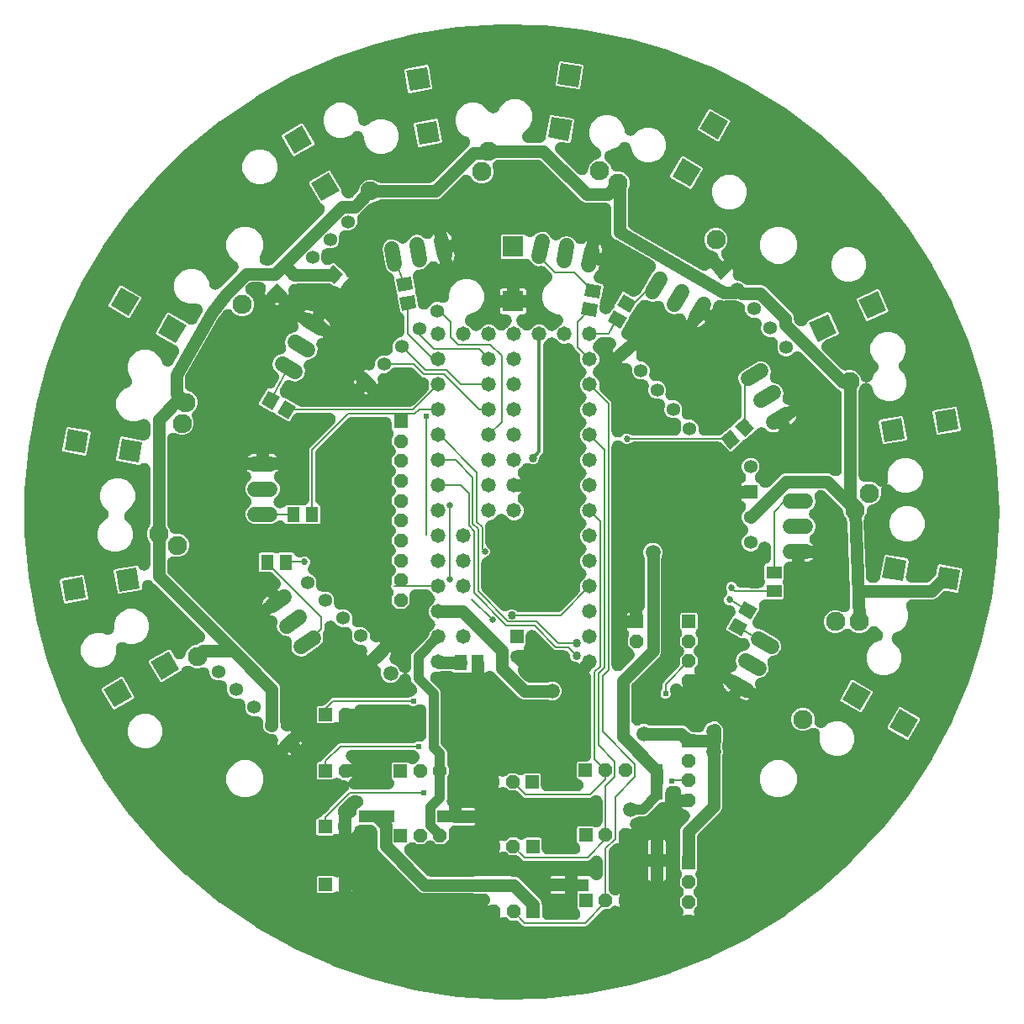
<source format=gbr>
G04 EAGLE Gerber RS-274X export*
G75*
%MOMM*%
%FSLAX34Y34*%
%LPD*%
%INBottom Copper*%
%IPPOS*%
%AMOC8*
5,1,8,0,0,1.08239X$1,22.5*%
G01*
%ADD10R,1.320800X1.320800*%
%ADD11P,1.429621X8X292.500000*%
%ADD12P,1.429621X8X22.500000*%
%ADD13R,2.100000X2.100000*%
%ADD14C,1.930400*%
%ADD15C,1.524000*%
%ADD16R,1.300000X1.500000*%
%ADD17R,1.500000X1.300000*%
%ADD18R,2.100000X2.100000*%
%ADD19P,1.429621X8X112.500000*%
%ADD20R,1.358000X1.358000*%
%ADD21C,1.358000*%
%ADD22R,1.358000X1.358000*%
%ADD23R,1.350000X1.350000*%
%ADD24C,1.350000*%
%ADD25R,1.350000X1.350000*%
%ADD26R,3.600000X1.300000*%
%ADD27R,1.300000X3.600000*%
%ADD28C,1.473200*%
%ADD29C,0.304800*%
%ADD30C,0.854800*%
%ADD31C,1.270000*%
%ADD32C,1.500000*%
%ADD33C,0.203200*%
%ADD34C,0.609600*%
%ADD35C,1.016000*%
%ADD36C,0.685800*%
%ADD37C,0.654800*%

G36*
X32297Y-490120D02*
X32297Y-490120D01*
X32565Y-490099D01*
X32857Y-490083D01*
X75487Y-485348D01*
X75753Y-485303D01*
X76042Y-485261D01*
X118087Y-476777D01*
X118349Y-476709D01*
X118632Y-476642D01*
X159762Y-464475D01*
X160016Y-464384D01*
X160293Y-464292D01*
X200187Y-448537D01*
X200432Y-448424D01*
X200700Y-448308D01*
X239046Y-429090D01*
X239279Y-428956D01*
X239536Y-428816D01*
X276033Y-406284D01*
X276255Y-406129D01*
X276498Y-405968D01*
X310861Y-380298D01*
X311067Y-380125D01*
X311295Y-379942D01*
X343255Y-351336D01*
X343446Y-351145D01*
X343656Y-350943D01*
X372963Y-319624D01*
X373136Y-319417D01*
X373328Y-319197D01*
X399752Y-285411D01*
X399906Y-285189D01*
X400078Y-284954D01*
X423412Y-248964D01*
X423546Y-248730D01*
X423697Y-248480D01*
X443759Y-210569D01*
X443871Y-210323D01*
X443999Y-210061D01*
X460632Y-170525D01*
X460723Y-170271D01*
X460827Y-169998D01*
X473901Y-129147D01*
X473968Y-128886D01*
X474048Y-128605D01*
X483460Y-86758D01*
X483505Y-86492D01*
X483559Y-86205D01*
X489236Y-43691D01*
X489257Y-43422D01*
X489286Y-43131D01*
X491183Y-281D01*
X491180Y-11D01*
X491183Y281D01*
X489286Y43131D01*
X489259Y43399D01*
X489236Y43691D01*
X483559Y86205D01*
X483508Y86471D01*
X483460Y86758D01*
X474048Y128605D01*
X473974Y128865D01*
X473901Y129147D01*
X460827Y169998D01*
X460730Y170251D01*
X460632Y170525D01*
X443999Y210061D01*
X443881Y210303D01*
X443759Y210569D01*
X423697Y248480D01*
X423557Y248710D01*
X423544Y248734D01*
X423492Y248827D01*
X423484Y248839D01*
X423412Y248964D01*
X400078Y284954D01*
X399919Y285171D01*
X399752Y285411D01*
X373328Y319197D01*
X373306Y319222D01*
X373287Y319249D01*
X373129Y319426D01*
X372963Y319624D01*
X343656Y350943D01*
X343461Y351129D01*
X343255Y351336D01*
X311295Y379942D01*
X311084Y380111D01*
X310861Y380298D01*
X276498Y405968D01*
X276273Y406117D01*
X276033Y406284D01*
X239536Y428816D01*
X239299Y428945D01*
X239046Y429090D01*
X200700Y448308D01*
X200452Y448415D01*
X200187Y448537D01*
X160293Y464292D01*
X160037Y464377D01*
X159762Y464475D01*
X118632Y476642D01*
X118369Y476704D01*
X118087Y476777D01*
X76042Y485261D01*
X75775Y485300D01*
X75487Y485348D01*
X63537Y486675D01*
X32857Y490083D01*
X32587Y490098D01*
X32296Y490120D01*
X-10585Y491069D01*
X-10854Y491060D01*
X-11147Y491057D01*
X-53945Y488212D01*
X-54213Y488179D01*
X-54503Y488150D01*
X-96882Y481534D01*
X-97146Y481477D01*
X-97432Y481423D01*
X-139061Y471087D01*
X-139318Y471007D01*
X-139599Y470928D01*
X-180151Y456953D01*
X-180401Y456851D01*
X-180674Y456747D01*
X-219832Y439244D01*
X-220071Y439120D01*
X-220334Y438992D01*
X-257792Y418096D01*
X-258020Y417951D01*
X-258270Y417801D01*
X-293734Y393676D01*
X-293949Y393512D01*
X-294184Y393340D01*
X-327378Y366175D01*
X-327577Y365993D01*
X-327797Y365801D01*
X-358460Y335809D01*
X-358642Y335610D01*
X-358843Y335399D01*
X-386736Y302814D01*
X-386899Y302600D01*
X-387082Y302372D01*
X-411985Y267449D01*
X-412129Y267221D01*
X-412291Y266978D01*
X-434010Y229991D01*
X-434134Y229751D01*
X-434273Y229495D01*
X-452638Y190734D01*
X-452740Y190484D01*
X-452856Y190216D01*
X-467724Y149983D01*
X-467803Y149725D01*
X-467895Y149448D01*
X-479149Y108058D01*
X-479206Y107794D01*
X-479273Y107510D01*
X-486825Y65288D01*
X-486857Y65020D01*
X-486899Y64732D01*
X-490690Y22007D01*
X-490699Y21737D01*
X-490715Y21446D01*
X-490715Y-21446D01*
X-490700Y-21715D01*
X-490690Y-22007D01*
X-486899Y-64732D01*
X-486860Y-64998D01*
X-486825Y-65288D01*
X-479273Y-107510D01*
X-479237Y-107660D01*
X-479211Y-107812D01*
X-479176Y-107933D01*
X-479149Y-108058D01*
X-467895Y-149448D01*
X-467810Y-149704D01*
X-467724Y-149983D01*
X-452856Y-190216D01*
X-452749Y-190464D01*
X-452638Y-190734D01*
X-434273Y-229495D01*
X-434144Y-229732D01*
X-434010Y-229991D01*
X-412291Y-266978D01*
X-412141Y-267203D01*
X-411985Y-267449D01*
X-387082Y-302372D01*
X-386913Y-302582D01*
X-386736Y-302814D01*
X-358843Y-335399D01*
X-358657Y-335593D01*
X-358460Y-335809D01*
X-327797Y-365801D01*
X-327593Y-365979D01*
X-327378Y-366175D01*
X-294184Y-393340D01*
X-293966Y-393499D01*
X-293734Y-393676D01*
X-258270Y-417801D01*
X-258039Y-417939D01*
X-257792Y-418096D01*
X-220334Y-438992D01*
X-220091Y-439110D01*
X-219832Y-439244D01*
X-180674Y-456747D01*
X-180421Y-456843D01*
X-180151Y-456953D01*
X-139599Y-470928D01*
X-139340Y-471001D01*
X-139061Y-471087D01*
X-97432Y-481423D01*
X-97167Y-481473D01*
X-96882Y-481534D01*
X-54503Y-488150D01*
X-54235Y-488176D01*
X-53945Y-488212D01*
X-11147Y-491057D01*
X-10877Y-491059D01*
X-10585Y-491069D01*
X32297Y-490120D01*
G37*
%LPC*%
G36*
X12739Y-417069D02*
X12739Y-417069D01*
X11619Y-416605D01*
X8041Y-413027D01*
X8038Y-413025D01*
X8035Y-413021D01*
X7777Y-412791D01*
X7510Y-412553D01*
X7507Y-412550D01*
X7503Y-412547D01*
X7219Y-412346D01*
X6929Y-412140D01*
X6925Y-412138D01*
X6922Y-412136D01*
X6611Y-411965D01*
X6305Y-411796D01*
X6302Y-411794D01*
X6298Y-411792D01*
X5973Y-411658D01*
X5647Y-411523D01*
X5643Y-411522D01*
X5639Y-411521D01*
X5301Y-411424D01*
X4963Y-411326D01*
X4958Y-411326D01*
X4954Y-411325D01*
X4598Y-411265D01*
X4260Y-411207D01*
X4256Y-411207D01*
X4252Y-411206D01*
X3552Y-411168D01*
X-1721Y-411168D01*
X-3295Y-409594D01*
X-3297Y-409592D01*
X-3299Y-409590D01*
X-3554Y-409362D01*
X-3826Y-409119D01*
X-3828Y-409118D01*
X-3830Y-409116D01*
X-4111Y-408917D01*
X-4407Y-408707D01*
X-4409Y-408706D01*
X-4412Y-408704D01*
X-4727Y-408530D01*
X-5031Y-408363D01*
X-5033Y-408361D01*
X-5036Y-408360D01*
X-5369Y-408222D01*
X-5689Y-408090D01*
X-5692Y-408089D01*
X-5694Y-408088D01*
X-6039Y-407989D01*
X-6373Y-407893D01*
X-6376Y-407893D01*
X-6379Y-407892D01*
X-6738Y-407831D01*
X-7076Y-407774D01*
X-7079Y-407774D01*
X-7082Y-407773D01*
X-7446Y-407753D01*
X-7787Y-407734D01*
X-7790Y-407734D01*
X-7793Y-407734D01*
X-8146Y-407755D01*
X-8498Y-407775D01*
X-8501Y-407775D01*
X-8504Y-407775D01*
X-8856Y-407836D01*
X-9201Y-407894D01*
X-9203Y-407895D01*
X-9206Y-407896D01*
X-9541Y-407993D01*
X-9885Y-408092D01*
X-9888Y-408093D01*
X-9891Y-408094D01*
X-10219Y-408230D01*
X-10543Y-408365D01*
X-10546Y-408366D01*
X-10548Y-408368D01*
X-10870Y-408546D01*
X-11166Y-408710D01*
X-11169Y-408712D01*
X-11171Y-408713D01*
X-11472Y-408928D01*
X-11747Y-409123D01*
X-11749Y-409125D01*
X-11752Y-409126D01*
X-11794Y-409164D01*
X-11794Y-402531D01*
X-11794Y-402528D01*
X-11794Y-402526D01*
X-11813Y-402187D01*
X-11834Y-401820D01*
X-11835Y-401817D01*
X-11835Y-401814D01*
X-11893Y-401474D01*
X-11953Y-401118D01*
X-11954Y-401115D01*
X-11955Y-401112D01*
X-12053Y-400773D01*
X-12151Y-400433D01*
X-12152Y-400431D01*
X-12153Y-400428D01*
X-12285Y-400108D01*
X-12424Y-399775D01*
X-12425Y-399772D01*
X-12426Y-399770D01*
X-12599Y-399458D01*
X-12768Y-399152D01*
X-12770Y-399149D01*
X-12771Y-399147D01*
X-12983Y-398850D01*
X-13181Y-398571D01*
X-13183Y-398569D01*
X-13184Y-398566D01*
X-13424Y-398298D01*
X-13656Y-398040D01*
X-13656Y-398039D01*
X-13658Y-398038D01*
X-13660Y-398036D01*
X-13660Y-398035D01*
X-13928Y-397797D01*
X-14188Y-397565D01*
X-14190Y-397563D01*
X-14192Y-397561D01*
X-14473Y-397363D01*
X-14769Y-397153D01*
X-14772Y-397151D01*
X-14774Y-397150D01*
X-15070Y-396987D01*
X-15393Y-396809D01*
X-15395Y-396807D01*
X-15398Y-396806D01*
X-15712Y-396677D01*
X-16051Y-396536D01*
X-16054Y-396536D01*
X-16056Y-396535D01*
X-16385Y-396440D01*
X-16736Y-396340D01*
X-16739Y-396339D01*
X-16741Y-396338D01*
X-17095Y-396279D01*
X-17438Y-396221D01*
X-17441Y-396221D01*
X-17444Y-396220D01*
X-18144Y-396182D01*
X-24727Y-396182D01*
X-23474Y-394929D01*
X-23473Y-394928D01*
X-23472Y-394927D01*
X-23251Y-394680D01*
X-22999Y-394398D01*
X-22999Y-394397D01*
X-22998Y-394396D01*
X-22770Y-394075D01*
X-22587Y-393817D01*
X-22587Y-393816D01*
X-22586Y-393814D01*
X-22414Y-393503D01*
X-22243Y-393193D01*
X-22242Y-393192D01*
X-22241Y-393191D01*
X-22113Y-392879D01*
X-21970Y-392535D01*
X-21970Y-392534D01*
X-21969Y-392532D01*
X-21874Y-392199D01*
X-21773Y-391850D01*
X-21773Y-391849D01*
X-21773Y-391848D01*
X-21716Y-391514D01*
X-21654Y-391148D01*
X-21654Y-391146D01*
X-21654Y-391145D01*
X-21635Y-390808D01*
X-21614Y-390437D01*
X-21615Y-390435D01*
X-21614Y-390434D01*
X-21631Y-390137D01*
X-21655Y-389725D01*
X-21655Y-389724D01*
X-21655Y-389723D01*
X-21698Y-389473D01*
X-21774Y-389023D01*
X-21775Y-389022D01*
X-21775Y-389020D01*
X-21871Y-388690D01*
X-21972Y-388339D01*
X-21973Y-388337D01*
X-21973Y-388336D01*
X-22102Y-388026D01*
X-22245Y-387681D01*
X-22246Y-387679D01*
X-22246Y-387678D01*
X-22421Y-387363D01*
X-22590Y-387057D01*
X-22591Y-387056D01*
X-22592Y-387055D01*
X-22767Y-386809D01*
X-23003Y-386477D01*
X-23004Y-386475D01*
X-23005Y-386474D01*
X-23209Y-386247D01*
X-23478Y-385946D01*
X-23479Y-385945D01*
X-23480Y-385944D01*
X-23743Y-385709D01*
X-24010Y-385472D01*
X-24011Y-385471D01*
X-24012Y-385470D01*
X-24317Y-385254D01*
X-24591Y-385060D01*
X-24593Y-385059D01*
X-24594Y-385058D01*
X-24905Y-384887D01*
X-25215Y-384716D01*
X-25216Y-384715D01*
X-25218Y-384715D01*
X-25542Y-384581D01*
X-25874Y-384444D01*
X-25875Y-384444D01*
X-25876Y-384443D01*
X-26195Y-384352D01*
X-26558Y-384248D01*
X-26560Y-384247D01*
X-26561Y-384247D01*
X-26900Y-384190D01*
X-27261Y-384129D01*
X-27262Y-384129D01*
X-27264Y-384129D01*
X-27964Y-384090D01*
X-37756Y-384090D01*
X-37886Y-384068D01*
X-38055Y-384030D01*
X-38237Y-384009D01*
X-38418Y-383979D01*
X-38594Y-383969D01*
X-38763Y-383950D01*
X-38938Y-383950D01*
X-39118Y-383940D01*
X-88977Y-383940D01*
X-92058Y-382664D01*
X-134147Y-340575D01*
X-135423Y-337494D01*
X-135423Y-321556D01*
X-135423Y-321551D01*
X-135423Y-321547D01*
X-135443Y-321205D01*
X-135463Y-320844D01*
X-135464Y-320840D01*
X-135464Y-320836D01*
X-135523Y-320490D01*
X-135583Y-320142D01*
X-135584Y-320138D01*
X-135585Y-320134D01*
X-135686Y-319785D01*
X-135780Y-319458D01*
X-135782Y-319454D01*
X-135783Y-319449D01*
X-135913Y-319135D01*
X-136053Y-318799D01*
X-136055Y-318795D01*
X-136056Y-318792D01*
X-136227Y-318485D01*
X-136398Y-318176D01*
X-136400Y-318173D01*
X-136402Y-318169D01*
X-136615Y-317870D01*
X-136810Y-317595D01*
X-136813Y-317592D01*
X-136815Y-317588D01*
X-137283Y-317066D01*
X-137294Y-317055D01*
X-137297Y-317053D01*
X-137300Y-317049D01*
X-137562Y-316815D01*
X-137825Y-316581D01*
X-137828Y-316578D01*
X-137832Y-316575D01*
X-138116Y-316374D01*
X-138406Y-316168D01*
X-138410Y-316166D01*
X-138413Y-316164D01*
X-138724Y-315993D01*
X-139029Y-315824D01*
X-139033Y-315822D01*
X-139037Y-315820D01*
X-139362Y-315686D01*
X-139688Y-315551D01*
X-139692Y-315550D01*
X-139696Y-315549D01*
X-140033Y-315452D01*
X-140372Y-315354D01*
X-140376Y-315354D01*
X-140381Y-315353D01*
X-140737Y-315293D01*
X-141075Y-315235D01*
X-141079Y-315235D01*
X-141083Y-315234D01*
X-141783Y-315196D01*
X-152391Y-315196D01*
X-152394Y-315196D01*
X-152397Y-315196D01*
X-152744Y-315216D01*
X-153102Y-315236D01*
X-153105Y-315236D01*
X-153108Y-315236D01*
X-153448Y-315295D01*
X-153805Y-315355D01*
X-153807Y-315356D01*
X-153810Y-315356D01*
X-154155Y-315456D01*
X-154489Y-315552D01*
X-154492Y-315554D01*
X-154495Y-315554D01*
X-154819Y-315689D01*
X-155147Y-315825D01*
X-155150Y-315827D01*
X-155152Y-315828D01*
X-155473Y-316005D01*
X-155771Y-316170D01*
X-155773Y-316172D01*
X-155776Y-316173D01*
X-156073Y-316384D01*
X-156352Y-316582D01*
X-156354Y-316584D01*
X-156356Y-316586D01*
X-156624Y-316826D01*
X-156883Y-317057D01*
X-156885Y-317060D01*
X-156887Y-317061D01*
X-157138Y-317344D01*
X-157357Y-317589D01*
X-157359Y-317591D01*
X-157361Y-317593D01*
X-157559Y-317874D01*
X-157769Y-318170D01*
X-157771Y-318173D01*
X-157772Y-318175D01*
X-157936Y-318472D01*
X-158113Y-318794D01*
X-158114Y-318797D01*
X-158116Y-318799D01*
X-158250Y-319125D01*
X-158385Y-319452D01*
X-158386Y-319455D01*
X-158387Y-319458D01*
X-158483Y-319792D01*
X-158582Y-320137D01*
X-158583Y-320140D01*
X-158583Y-320142D01*
X-158643Y-320496D01*
X-158690Y-320775D01*
X-161536Y-323621D01*
X-161536Y-317038D01*
X-161536Y-317037D01*
X-161536Y-307855D01*
X-161502Y-307853D01*
X-161499Y-307852D01*
X-161496Y-307852D01*
X-161156Y-307794D01*
X-160799Y-307733D01*
X-160797Y-307733D01*
X-160794Y-307732D01*
X-160449Y-307632D01*
X-160115Y-307536D01*
X-160112Y-307535D01*
X-160109Y-307534D01*
X-159785Y-307399D01*
X-159457Y-307263D01*
X-159454Y-307262D01*
X-159452Y-307261D01*
X-159141Y-307089D01*
X-158833Y-306918D01*
X-158831Y-306917D01*
X-158828Y-306915D01*
X-158533Y-306705D01*
X-158252Y-306506D01*
X-158250Y-306504D01*
X-158248Y-306502D01*
X-157994Y-306275D01*
X-157721Y-306031D01*
X-157719Y-306029D01*
X-157717Y-306027D01*
X-157487Y-305768D01*
X-157247Y-305500D01*
X-157245Y-305497D01*
X-157243Y-305495D01*
X-157045Y-305215D01*
X-156835Y-304918D01*
X-156833Y-304916D01*
X-156832Y-304914D01*
X-156676Y-304630D01*
X-156491Y-304295D01*
X-156490Y-304292D01*
X-156488Y-304290D01*
X-156360Y-303978D01*
X-156219Y-303636D01*
X-156218Y-303633D01*
X-156217Y-303631D01*
X-156122Y-303302D01*
X-156022Y-302952D01*
X-156021Y-302949D01*
X-156021Y-302946D01*
X-155961Y-302592D01*
X-155903Y-302249D01*
X-155903Y-302246D01*
X-155902Y-302243D01*
X-155864Y-301544D01*
X-155864Y-299759D01*
X-155554Y-299012D01*
X-154982Y-298440D01*
X-153379Y-297775D01*
X-153218Y-297698D01*
X-153052Y-297629D01*
X-152896Y-297543D01*
X-152737Y-297466D01*
X-152585Y-297371D01*
X-152429Y-297284D01*
X-152284Y-297182D01*
X-152134Y-297087D01*
X-151994Y-296975D01*
X-151848Y-296872D01*
X-151716Y-296754D01*
X-151577Y-296643D01*
X-151450Y-296516D01*
X-151317Y-296397D01*
X-151199Y-296265D01*
X-151073Y-296139D01*
X-150962Y-295999D01*
X-150842Y-295866D01*
X-150740Y-295721D01*
X-150629Y-295582D01*
X-150534Y-295431D01*
X-150430Y-295284D01*
X-150344Y-295129D01*
X-150250Y-294979D01*
X-150173Y-294817D01*
X-150086Y-294661D01*
X-150018Y-294497D01*
X-149941Y-294337D01*
X-149882Y-294168D01*
X-149814Y-294002D01*
X-149765Y-293831D01*
X-149706Y-293664D01*
X-149667Y-293490D01*
X-149617Y-293318D01*
X-149588Y-293143D01*
X-149548Y-292969D01*
X-149528Y-292791D01*
X-149498Y-292615D01*
X-149489Y-292438D01*
X-149469Y-292261D01*
X-149469Y-292082D01*
X-149459Y-291904D01*
X-149469Y-291727D01*
X-149469Y-291549D01*
X-149490Y-291371D01*
X-149500Y-291193D01*
X-149530Y-291018D01*
X-149550Y-290841D01*
X-149590Y-290667D01*
X-149620Y-290490D01*
X-149669Y-290320D01*
X-149709Y-290147D01*
X-149768Y-289978D01*
X-149818Y-289806D01*
X-149886Y-289642D01*
X-149945Y-289474D01*
X-150022Y-289313D01*
X-150091Y-289148D01*
X-150177Y-288993D01*
X-150254Y-288833D01*
X-150350Y-288681D01*
X-150436Y-288525D01*
X-150539Y-288380D01*
X-150634Y-288230D01*
X-150746Y-288090D01*
X-150849Y-287944D01*
X-150968Y-287812D01*
X-151079Y-287674D01*
X-151206Y-287547D01*
X-151325Y-287414D01*
X-151457Y-287296D01*
X-151583Y-287170D01*
X-151723Y-287059D01*
X-151857Y-286940D01*
X-152002Y-286837D01*
X-152141Y-286727D01*
X-152292Y-286632D01*
X-152438Y-286528D01*
X-152594Y-286443D01*
X-152744Y-286349D01*
X-152906Y-286271D01*
X-153062Y-286185D01*
X-153226Y-286117D01*
X-153387Y-286040D01*
X-153556Y-285981D01*
X-153721Y-285913D01*
X-153891Y-285864D01*
X-154059Y-285806D01*
X-154234Y-285766D01*
X-154406Y-285717D01*
X-154581Y-285688D01*
X-154754Y-285648D01*
X-154932Y-285629D01*
X-155108Y-285599D01*
X-155289Y-285589D01*
X-155462Y-285570D01*
X-155633Y-285570D01*
X-155808Y-285560D01*
X-159239Y-285560D01*
X-159243Y-285560D01*
X-159247Y-285560D01*
X-159600Y-285581D01*
X-159950Y-285600D01*
X-159954Y-285601D01*
X-159959Y-285601D01*
X-160309Y-285661D01*
X-160652Y-285720D01*
X-160656Y-285721D01*
X-160661Y-285722D01*
X-161010Y-285823D01*
X-161337Y-285917D01*
X-161341Y-285919D01*
X-161345Y-285920D01*
X-161667Y-286054D01*
X-161995Y-286190D01*
X-161999Y-286192D01*
X-162003Y-286193D01*
X-162305Y-286361D01*
X-162618Y-286535D01*
X-162622Y-286537D01*
X-162626Y-286539D01*
X-162926Y-286753D01*
X-163199Y-286947D01*
X-163202Y-286950D01*
X-163206Y-286952D01*
X-163728Y-287420D01*
X-166065Y-289756D01*
X-166065Y-289757D01*
X-173362Y-297054D01*
X-173363Y-297055D01*
X-173364Y-297056D01*
X-173616Y-297338D01*
X-173837Y-297585D01*
X-173838Y-297586D01*
X-173839Y-297587D01*
X-174072Y-297916D01*
X-174249Y-298166D01*
X-174250Y-298167D01*
X-174251Y-298169D01*
X-174440Y-298512D01*
X-174594Y-298790D01*
X-174594Y-298791D01*
X-174595Y-298792D01*
X-174741Y-299145D01*
X-174866Y-299448D01*
X-174867Y-299449D01*
X-174867Y-299451D01*
X-174968Y-299800D01*
X-175063Y-300133D01*
X-175063Y-300134D01*
X-175064Y-300135D01*
X-175135Y-300554D01*
X-175182Y-300835D01*
X-175182Y-300837D01*
X-175183Y-300838D01*
X-175204Y-301216D01*
X-175222Y-301546D01*
X-175222Y-301548D01*
X-175222Y-301549D01*
X-175203Y-301884D01*
X-175182Y-302258D01*
X-175181Y-302259D01*
X-175181Y-302260D01*
X-175128Y-302572D01*
X-175062Y-302960D01*
X-175062Y-302961D01*
X-175061Y-302963D01*
X-174964Y-303299D01*
X-174864Y-303644D01*
X-174864Y-303646D01*
X-174863Y-303647D01*
X-174710Y-304016D01*
X-174591Y-304302D01*
X-174591Y-304304D01*
X-174590Y-304305D01*
X-174415Y-304620D01*
X-174246Y-304926D01*
X-174245Y-304927D01*
X-174245Y-304928D01*
X-174234Y-304943D01*
X-174234Y-317037D01*
X-174234Y-317038D01*
X-174234Y-324525D01*
X-174566Y-324430D01*
X-174899Y-324334D01*
X-174902Y-324333D01*
X-174905Y-324332D01*
X-175260Y-324273D01*
X-175601Y-324215D01*
X-175605Y-324215D01*
X-175608Y-324214D01*
X-175965Y-324194D01*
X-176313Y-324175D01*
X-176316Y-324175D01*
X-176319Y-324175D01*
X-176663Y-324195D01*
X-177024Y-324215D01*
X-177027Y-324216D01*
X-177030Y-324216D01*
X-177367Y-324274D01*
X-177726Y-324335D01*
X-177729Y-324336D01*
X-177732Y-324336D01*
X-178077Y-324436D01*
X-178411Y-324533D01*
X-178414Y-324534D01*
X-178417Y-324535D01*
X-178746Y-324672D01*
X-179069Y-324806D01*
X-179072Y-324807D01*
X-179074Y-324808D01*
X-179374Y-324975D01*
X-179692Y-325151D01*
X-179695Y-325153D01*
X-179697Y-325154D01*
X-179803Y-325230D01*
X-180877Y-325674D01*
X-194893Y-325674D01*
X-195640Y-325365D01*
X-196212Y-324793D01*
X-196522Y-324046D01*
X-196522Y-310029D01*
X-196212Y-309282D01*
X-195640Y-308710D01*
X-194526Y-308248D01*
X-194484Y-308241D01*
X-194310Y-308191D01*
X-194132Y-308150D01*
X-193967Y-308092D01*
X-193800Y-308044D01*
X-193632Y-307975D01*
X-193460Y-307914D01*
X-193303Y-307838D01*
X-193142Y-307771D01*
X-192982Y-307683D01*
X-192819Y-307604D01*
X-192671Y-307511D01*
X-192518Y-307426D01*
X-192370Y-307321D01*
X-192216Y-307224D01*
X-192079Y-307115D01*
X-191937Y-307014D01*
X-191802Y-306893D01*
X-191660Y-306779D01*
X-191536Y-306656D01*
X-191406Y-306539D01*
X-191285Y-306404D01*
X-191157Y-306275D01*
X-191048Y-306138D01*
X-190932Y-306008D01*
X-190913Y-305982D01*
X-188719Y-303787D01*
X-183663Y-298732D01*
X-183663Y-298731D01*
X-177314Y-292382D01*
X-165517Y-280585D01*
X-165516Y-280584D01*
X-165515Y-280583D01*
X-165279Y-280319D01*
X-165042Y-280054D01*
X-165041Y-280053D01*
X-165040Y-280052D01*
X-164813Y-279731D01*
X-164630Y-279473D01*
X-164629Y-279472D01*
X-164628Y-279470D01*
X-164453Y-279152D01*
X-164285Y-278849D01*
X-164285Y-278848D01*
X-164284Y-278847D01*
X-164170Y-278571D01*
X-164013Y-278191D01*
X-164012Y-278190D01*
X-164012Y-278188D01*
X-163914Y-277847D01*
X-163816Y-277506D01*
X-163816Y-277505D01*
X-163815Y-277504D01*
X-163757Y-277159D01*
X-163697Y-276804D01*
X-163697Y-276802D01*
X-163696Y-276801D01*
X-163679Y-276485D01*
X-163661Y-276161D01*
X-163623Y-276229D01*
X-163475Y-276496D01*
X-163474Y-276497D01*
X-163474Y-276498D01*
X-163284Y-276765D01*
X-163063Y-277076D01*
X-163061Y-277078D01*
X-163061Y-277079D01*
X-162827Y-277339D01*
X-162587Y-277607D01*
X-162586Y-277608D01*
X-162585Y-277609D01*
X-162271Y-277890D01*
X-162056Y-278081D01*
X-162055Y-278082D01*
X-162053Y-278083D01*
X-161745Y-278301D01*
X-161474Y-278493D01*
X-161473Y-278494D01*
X-161472Y-278495D01*
X-161153Y-278670D01*
X-160850Y-278837D01*
X-160849Y-278838D01*
X-160848Y-278838D01*
X-160523Y-278972D01*
X-160192Y-279109D01*
X-160190Y-279109D01*
X-160189Y-279110D01*
X-159862Y-279203D01*
X-159507Y-279305D01*
X-159506Y-279306D01*
X-159504Y-279306D01*
X-159165Y-279363D01*
X-158805Y-279424D01*
X-158803Y-279424D01*
X-158802Y-279424D01*
X-158102Y-279463D01*
X-124696Y-279463D01*
X-124695Y-279463D01*
X-124693Y-279463D01*
X-124352Y-279443D01*
X-123985Y-279423D01*
X-123984Y-279423D01*
X-123982Y-279422D01*
X-123644Y-279365D01*
X-123283Y-279303D01*
X-123281Y-279303D01*
X-123280Y-279303D01*
X-122932Y-279202D01*
X-122598Y-279106D01*
X-122597Y-279106D01*
X-122595Y-279105D01*
X-122275Y-278972D01*
X-121940Y-278833D01*
X-121939Y-278833D01*
X-121937Y-278832D01*
X-121634Y-278664D01*
X-121317Y-278488D01*
X-121316Y-278488D01*
X-121314Y-278487D01*
X-121015Y-278275D01*
X-120736Y-278076D01*
X-120735Y-278075D01*
X-120733Y-278074D01*
X-120447Y-277818D01*
X-120205Y-277601D01*
X-120204Y-277600D01*
X-120203Y-277599D01*
X-119981Y-277350D01*
X-119730Y-277070D01*
X-119729Y-277068D01*
X-119728Y-277067D01*
X-119538Y-276798D01*
X-119318Y-276488D01*
X-119318Y-276487D01*
X-119317Y-276486D01*
X-119151Y-276185D01*
X-118974Y-275865D01*
X-118974Y-275863D01*
X-118973Y-275862D01*
X-118845Y-275553D01*
X-118702Y-275206D01*
X-118702Y-275205D01*
X-118701Y-275204D01*
X-118611Y-274889D01*
X-118505Y-274522D01*
X-118505Y-274520D01*
X-118505Y-274519D01*
X-118445Y-274163D01*
X-118386Y-273819D01*
X-118386Y-273818D01*
X-118386Y-273816D01*
X-118366Y-273441D01*
X-118347Y-273108D01*
X-118347Y-273106D01*
X-118347Y-273105D01*
X-118369Y-272723D01*
X-118388Y-272397D01*
X-118388Y-272395D01*
X-118388Y-272394D01*
X-118452Y-272018D01*
X-118508Y-271694D01*
X-118508Y-271693D01*
X-118508Y-271691D01*
X-118605Y-271358D01*
X-118706Y-271010D01*
X-118706Y-271009D01*
X-118707Y-271007D01*
X-118847Y-270670D01*
X-118979Y-270352D01*
X-118980Y-270351D01*
X-118980Y-270349D01*
X-119146Y-270051D01*
X-119324Y-269729D01*
X-119325Y-269728D01*
X-119326Y-269726D01*
X-119525Y-269447D01*
X-119737Y-269148D01*
X-119738Y-269147D01*
X-119739Y-269146D01*
X-120207Y-268624D01*
X-120448Y-268383D01*
X-120757Y-267636D01*
X-120757Y-253619D01*
X-120448Y-252872D01*
X-119876Y-252300D01*
X-119129Y-251991D01*
X-105112Y-251991D01*
X-104296Y-252329D01*
X-104145Y-252464D01*
X-104142Y-252466D01*
X-104140Y-252468D01*
X-103847Y-252675D01*
X-103564Y-252876D01*
X-103561Y-252878D01*
X-103559Y-252879D01*
X-103244Y-253053D01*
X-102940Y-253221D01*
X-102938Y-253222D01*
X-102935Y-253223D01*
X-102601Y-253361D01*
X-102282Y-253493D01*
X-102279Y-253494D01*
X-102276Y-253495D01*
X-101937Y-253593D01*
X-101597Y-253690D01*
X-101594Y-253691D01*
X-101592Y-253692D01*
X-101239Y-253751D01*
X-100895Y-253809D01*
X-100892Y-253810D01*
X-100889Y-253810D01*
X-100533Y-253830D01*
X-100184Y-253849D01*
X-100181Y-253849D01*
X-100178Y-253849D01*
X-99817Y-253828D01*
X-99472Y-253809D01*
X-99469Y-253808D01*
X-99466Y-253808D01*
X-99112Y-253747D01*
X-98770Y-253689D01*
X-98767Y-253688D01*
X-98764Y-253688D01*
X-98414Y-253586D01*
X-98086Y-253492D01*
X-98083Y-253490D01*
X-98080Y-253490D01*
X-97745Y-253350D01*
X-97428Y-253218D01*
X-97425Y-253217D01*
X-97422Y-253216D01*
X-97110Y-253043D01*
X-96804Y-252873D01*
X-96802Y-252872D01*
X-96799Y-252870D01*
X-96511Y-252665D01*
X-96224Y-252461D01*
X-96221Y-252459D01*
X-96219Y-252457D01*
X-95697Y-251989D01*
X-95693Y-251986D01*
X-95692Y-251985D01*
X-94651Y-250944D01*
X-94531Y-250809D01*
X-94403Y-250682D01*
X-94294Y-250544D01*
X-94176Y-250413D01*
X-94072Y-250265D01*
X-93959Y-250124D01*
X-93866Y-249975D01*
X-93764Y-249831D01*
X-93677Y-249674D01*
X-93581Y-249521D01*
X-93505Y-249362D01*
X-93420Y-249208D01*
X-93351Y-249041D01*
X-93272Y-248879D01*
X-93214Y-248712D01*
X-93147Y-248550D01*
X-93097Y-248376D01*
X-93038Y-248206D01*
X-92999Y-248034D01*
X-92950Y-247865D01*
X-92920Y-247687D01*
X-92880Y-247511D01*
X-92860Y-247336D01*
X-92831Y-247163D01*
X-92821Y-246983D01*
X-92801Y-246803D01*
X-92801Y-246627D01*
X-92791Y-246451D01*
X-92801Y-246271D01*
X-92802Y-246091D01*
X-92822Y-245916D01*
X-92832Y-245740D01*
X-92862Y-245562D01*
X-92882Y-245383D01*
X-92922Y-245211D01*
X-92951Y-245038D01*
X-93001Y-244864D01*
X-93042Y-244689D01*
X-93100Y-244522D01*
X-93149Y-244353D01*
X-93218Y-244187D01*
X-93278Y-244016D01*
X-93355Y-243858D01*
X-93422Y-243695D01*
X-93509Y-243537D01*
X-93588Y-243375D01*
X-93682Y-243226D01*
X-93767Y-243072D01*
X-93872Y-242925D01*
X-93968Y-242772D01*
X-94078Y-242635D01*
X-94180Y-242491D01*
X-94300Y-242357D01*
X-94413Y-242216D01*
X-94537Y-242092D01*
X-94655Y-241961D01*
X-94790Y-241840D01*
X-94917Y-241713D01*
X-95055Y-241604D01*
X-95187Y-241486D01*
X-95334Y-241382D01*
X-95475Y-241270D01*
X-95624Y-241177D01*
X-95768Y-241075D01*
X-95926Y-240987D01*
X-96079Y-240892D01*
X-96240Y-240814D01*
X-96392Y-240731D01*
X-96551Y-240665D01*
X-96711Y-240588D01*
X-97118Y-240419D01*
X-97369Y-240241D01*
X-97373Y-240239D01*
X-97376Y-240237D01*
X-97687Y-240066D01*
X-97993Y-239897D01*
X-97997Y-239895D01*
X-98000Y-239893D01*
X-98325Y-239759D01*
X-98651Y-239624D01*
X-98655Y-239623D01*
X-98659Y-239622D01*
X-98998Y-239525D01*
X-99336Y-239427D01*
X-99340Y-239427D01*
X-99344Y-239426D01*
X-99700Y-239366D01*
X-100038Y-239308D01*
X-100042Y-239308D01*
X-100047Y-239307D01*
X-100746Y-239269D01*
X-160573Y-239269D01*
X-160575Y-239269D01*
X-160576Y-239269D01*
X-160944Y-239290D01*
X-161285Y-239309D01*
X-161286Y-239309D01*
X-161287Y-239309D01*
X-161671Y-239374D01*
X-161987Y-239428D01*
X-161988Y-239428D01*
X-161990Y-239429D01*
X-162355Y-239534D01*
X-162671Y-239625D01*
X-162673Y-239626D01*
X-162674Y-239626D01*
X-163004Y-239763D01*
X-163330Y-239898D01*
X-163331Y-239899D01*
X-163332Y-239899D01*
X-163669Y-240086D01*
X-163953Y-240243D01*
X-163954Y-240244D01*
X-163955Y-240245D01*
X-164266Y-240465D01*
X-164534Y-240655D01*
X-164535Y-240656D01*
X-164536Y-240657D01*
X-164834Y-240924D01*
X-165065Y-241130D01*
X-165066Y-241131D01*
X-165067Y-241132D01*
X-165318Y-241414D01*
X-165539Y-241662D01*
X-165540Y-241663D01*
X-165541Y-241664D01*
X-165743Y-241950D01*
X-165951Y-242243D01*
X-165952Y-242245D01*
X-165953Y-242246D01*
X-166118Y-242546D01*
X-166296Y-242867D01*
X-166296Y-242868D01*
X-166297Y-242869D01*
X-166435Y-243203D01*
X-166568Y-243525D01*
X-166568Y-243527D01*
X-166569Y-243528D01*
X-166661Y-243849D01*
X-166764Y-244210D01*
X-166765Y-244211D01*
X-166765Y-244213D01*
X-166831Y-244607D01*
X-166883Y-244912D01*
X-166883Y-244914D01*
X-166884Y-244915D01*
X-166904Y-245298D01*
X-166923Y-245624D01*
X-166922Y-245625D01*
X-166923Y-245627D01*
X-166901Y-246005D01*
X-166882Y-246335D01*
X-166882Y-246336D01*
X-166882Y-246338D01*
X-166814Y-246734D01*
X-166762Y-247037D01*
X-166761Y-247038D01*
X-166761Y-247040D01*
X-166661Y-247385D01*
X-166564Y-247722D01*
X-166563Y-247723D01*
X-166563Y-247724D01*
X-166431Y-248043D01*
X-166291Y-248379D01*
X-166290Y-248381D01*
X-166289Y-248382D01*
X-166114Y-248698D01*
X-165945Y-249003D01*
X-165944Y-249004D01*
X-165944Y-249005D01*
X-165717Y-249323D01*
X-165532Y-249583D01*
X-165531Y-249584D01*
X-165530Y-249585D01*
X-165063Y-250108D01*
X-160918Y-254252D01*
X-167501Y-254252D01*
X-167504Y-254252D01*
X-167507Y-254252D01*
X-167854Y-254272D01*
X-168212Y-254292D01*
X-168215Y-254293D01*
X-168218Y-254293D01*
X-168559Y-254351D01*
X-168915Y-254411D01*
X-168918Y-254412D01*
X-168920Y-254413D01*
X-169266Y-254513D01*
X-169599Y-254609D01*
X-169602Y-254610D01*
X-169605Y-254611D01*
X-169929Y-254745D01*
X-170257Y-254882D01*
X-170260Y-254883D01*
X-170263Y-254884D01*
X-170574Y-255057D01*
X-170881Y-255226D01*
X-170883Y-255228D01*
X-170886Y-255229D01*
X-171186Y-255443D01*
X-171462Y-255639D01*
X-171464Y-255641D01*
X-171466Y-255642D01*
X-171735Y-255883D01*
X-171993Y-256114D01*
X-171995Y-256116D01*
X-171997Y-256118D01*
X-172235Y-256385D01*
X-172467Y-256645D01*
X-172469Y-256648D01*
X-172471Y-256650D01*
X-172669Y-256930D01*
X-172879Y-257226D01*
X-172881Y-257229D01*
X-172882Y-257231D01*
X-173050Y-257535D01*
X-173223Y-257850D01*
X-173225Y-257853D01*
X-173226Y-257855D01*
X-173359Y-258179D01*
X-173496Y-258509D01*
X-173496Y-258511D01*
X-173497Y-258514D01*
X-173597Y-258863D01*
X-173692Y-259193D01*
X-173693Y-259196D01*
X-173694Y-259199D01*
X-173755Y-259565D01*
X-173811Y-259896D01*
X-173811Y-259898D01*
X-173812Y-259901D01*
X-173850Y-260601D01*
X-173850Y-260602D01*
X-173850Y-260604D01*
X-173850Y-260607D01*
X-173831Y-260955D01*
X-173810Y-261313D01*
X-173810Y-261316D01*
X-173810Y-261319D01*
X-173751Y-261662D01*
X-173691Y-262015D01*
X-173690Y-262018D01*
X-173690Y-262021D01*
X-173589Y-262368D01*
X-173494Y-262700D01*
X-173493Y-262702D01*
X-173492Y-262705D01*
X-173354Y-263038D01*
X-173221Y-263358D01*
X-173220Y-263361D01*
X-173218Y-263363D01*
X-173046Y-263675D01*
X-172876Y-263981D01*
X-172875Y-263984D01*
X-172873Y-263986D01*
X-172662Y-264283D01*
X-172464Y-264562D01*
X-172462Y-264564D01*
X-172460Y-264567D01*
X-172220Y-264835D01*
X-171989Y-265093D01*
X-171987Y-265095D01*
X-171985Y-265097D01*
X-171717Y-265336D01*
X-171457Y-265568D01*
X-171455Y-265569D01*
X-171453Y-265571D01*
X-171172Y-265770D01*
X-170876Y-265980D01*
X-170873Y-265981D01*
X-170871Y-265983D01*
X-170575Y-266146D01*
X-170252Y-266324D01*
X-170250Y-266325D01*
X-170247Y-266326D01*
X-169929Y-266458D01*
X-169594Y-266596D01*
X-169591Y-266597D01*
X-169589Y-266598D01*
X-169260Y-266692D01*
X-168909Y-266793D01*
X-168906Y-266793D01*
X-168904Y-266794D01*
X-168550Y-266854D01*
X-168207Y-266912D01*
X-168204Y-266912D01*
X-168201Y-266912D01*
X-167501Y-266951D01*
X-160918Y-266951D01*
X-162591Y-268624D01*
X-162592Y-268625D01*
X-162593Y-268626D01*
X-162850Y-268914D01*
X-163066Y-269155D01*
X-163067Y-269156D01*
X-163068Y-269157D01*
X-163295Y-269478D01*
X-163478Y-269736D01*
X-163479Y-269737D01*
X-163480Y-269739D01*
X-163660Y-270066D01*
X-163823Y-270360D01*
X-163823Y-270361D01*
X-163824Y-270362D01*
X-163970Y-270716D01*
X-164095Y-271018D01*
X-164096Y-271019D01*
X-164096Y-271021D01*
X-164205Y-271400D01*
X-164292Y-271703D01*
X-164292Y-271704D01*
X-164293Y-271705D01*
X-164354Y-272066D01*
X-164411Y-272405D01*
X-164411Y-272407D01*
X-164412Y-272408D01*
X-164433Y-272790D01*
X-164447Y-273048D01*
X-164455Y-273034D01*
X-164633Y-272713D01*
X-164634Y-272712D01*
X-164634Y-272711D01*
X-164825Y-272442D01*
X-165046Y-272133D01*
X-165047Y-272132D01*
X-165047Y-272130D01*
X-165275Y-271876D01*
X-165521Y-271602D01*
X-165522Y-271601D01*
X-165523Y-271600D01*
X-165794Y-271358D01*
X-166052Y-271128D01*
X-166053Y-271127D01*
X-166055Y-271126D01*
X-166363Y-270908D01*
X-166634Y-270716D01*
X-166635Y-270715D01*
X-166636Y-270714D01*
X-166938Y-270548D01*
X-167258Y-270372D01*
X-167259Y-270371D01*
X-167260Y-270371D01*
X-167584Y-270237D01*
X-167916Y-270100D01*
X-167918Y-270100D01*
X-167919Y-270099D01*
X-168246Y-270006D01*
X-168601Y-269904D01*
X-168602Y-269903D01*
X-168604Y-269903D01*
X-168943Y-269846D01*
X-169303Y-269785D01*
X-169305Y-269785D01*
X-169306Y-269785D01*
X-170006Y-269746D01*
X-171289Y-269746D01*
X-171437Y-269599D01*
X-171439Y-269597D01*
X-171441Y-269594D01*
X-171708Y-269356D01*
X-171968Y-269124D01*
X-171971Y-269122D01*
X-171973Y-269120D01*
X-172252Y-268922D01*
X-172549Y-268712D01*
X-172552Y-268710D01*
X-172554Y-268709D01*
X-172879Y-268530D01*
X-173173Y-268367D01*
X-173175Y-268366D01*
X-173178Y-268365D01*
X-173517Y-268225D01*
X-173831Y-268095D01*
X-173834Y-268094D01*
X-173837Y-268093D01*
X-174183Y-267994D01*
X-174516Y-267898D01*
X-174519Y-267897D01*
X-174522Y-267896D01*
X-174876Y-267837D01*
X-175218Y-267779D01*
X-175221Y-267779D01*
X-175224Y-267778D01*
X-175581Y-267758D01*
X-175929Y-267739D01*
X-175932Y-267739D01*
X-175935Y-267739D01*
X-176280Y-267759D01*
X-176641Y-267779D01*
X-176644Y-267780D01*
X-176647Y-267780D01*
X-176984Y-267838D01*
X-177343Y-267899D01*
X-177346Y-267900D01*
X-177349Y-267900D01*
X-177693Y-268000D01*
X-178027Y-268097D01*
X-178030Y-268098D01*
X-178033Y-268099D01*
X-178366Y-268237D01*
X-178685Y-268370D01*
X-178688Y-268371D01*
X-178691Y-268372D01*
X-178990Y-268539D01*
X-179309Y-268715D01*
X-179311Y-268717D01*
X-179314Y-268718D01*
X-179420Y-268794D01*
X-180493Y-269238D01*
X-194510Y-269238D01*
X-195257Y-268929D01*
X-195829Y-268357D01*
X-196138Y-267610D01*
X-196138Y-253593D01*
X-195829Y-252846D01*
X-195257Y-252274D01*
X-194217Y-251844D01*
X-193993Y-251805D01*
X-193989Y-251804D01*
X-193984Y-251803D01*
X-193632Y-251701D01*
X-193308Y-251608D01*
X-193304Y-251606D01*
X-193300Y-251605D01*
X-192974Y-251470D01*
X-192650Y-251335D01*
X-192646Y-251333D01*
X-192642Y-251332D01*
X-192335Y-251161D01*
X-192027Y-250990D01*
X-192023Y-250988D01*
X-192019Y-250986D01*
X-191721Y-250773D01*
X-191446Y-250578D01*
X-191443Y-250575D01*
X-191439Y-250573D01*
X-190917Y-250105D01*
X-174447Y-233635D01*
X-173326Y-233171D01*
X-100746Y-233171D01*
X-100742Y-233171D01*
X-100738Y-233171D01*
X-100385Y-233151D01*
X-100035Y-233131D01*
X-100031Y-233131D01*
X-100027Y-233130D01*
X-99676Y-233070D01*
X-99333Y-233012D01*
X-99329Y-233011D01*
X-99324Y-233010D01*
X-98972Y-232908D01*
X-98648Y-232815D01*
X-98645Y-232813D01*
X-98640Y-232812D01*
X-98314Y-232676D01*
X-97990Y-232542D01*
X-97986Y-232540D01*
X-97982Y-232538D01*
X-97676Y-232368D01*
X-97367Y-232197D01*
X-97363Y-232195D01*
X-97359Y-232192D01*
X-97118Y-232020D01*
X-94991Y-231139D01*
X-92202Y-231139D01*
X-92199Y-231139D01*
X-92196Y-231139D01*
X-91849Y-231119D01*
X-91491Y-231099D01*
X-91488Y-231099D01*
X-91485Y-231099D01*
X-91145Y-231040D01*
X-90788Y-230980D01*
X-90786Y-230979D01*
X-90783Y-230979D01*
X-90439Y-230879D01*
X-90104Y-230783D01*
X-90101Y-230781D01*
X-90098Y-230781D01*
X-89774Y-230646D01*
X-89446Y-230510D01*
X-89443Y-230508D01*
X-89441Y-230507D01*
X-89131Y-230336D01*
X-88822Y-230165D01*
X-88820Y-230163D01*
X-88817Y-230162D01*
X-88520Y-229951D01*
X-88241Y-229753D01*
X-88239Y-229751D01*
X-88237Y-229749D01*
X-87969Y-229509D01*
X-87710Y-229278D01*
X-87708Y-229275D01*
X-87706Y-229274D01*
X-87468Y-229006D01*
X-87236Y-228746D01*
X-87234Y-228744D01*
X-87232Y-228742D01*
X-87038Y-228466D01*
X-86824Y-228165D01*
X-86822Y-228162D01*
X-86821Y-228160D01*
X-86664Y-227875D01*
X-86480Y-227541D01*
X-86479Y-227539D01*
X-86477Y-227536D01*
X-86346Y-227218D01*
X-86208Y-226883D01*
X-86207Y-226880D01*
X-86206Y-226877D01*
X-86115Y-226559D01*
X-86011Y-226198D01*
X-86010Y-226195D01*
X-86010Y-226193D01*
X-85950Y-225840D01*
X-85892Y-225496D01*
X-85892Y-225493D01*
X-85891Y-225490D01*
X-85853Y-224790D01*
X-85853Y-199806D01*
X-85853Y-199805D01*
X-85853Y-199803D01*
X-85873Y-199446D01*
X-85893Y-199095D01*
X-85893Y-199094D01*
X-85893Y-199092D01*
X-85954Y-198732D01*
X-86012Y-198393D01*
X-86012Y-198392D01*
X-86013Y-198390D01*
X-86110Y-198053D01*
X-86209Y-197708D01*
X-86210Y-197707D01*
X-86210Y-197705D01*
X-86331Y-197416D01*
X-86482Y-197050D01*
X-86483Y-197049D01*
X-86484Y-197047D01*
X-86653Y-196741D01*
X-86827Y-196427D01*
X-86828Y-196426D01*
X-86829Y-196424D01*
X-87045Y-196120D01*
X-87239Y-195846D01*
X-87240Y-195845D01*
X-87241Y-195843D01*
X-87465Y-195593D01*
X-87714Y-195315D01*
X-87716Y-195314D01*
X-87717Y-195313D01*
X-87980Y-195078D01*
X-88246Y-194840D01*
X-88247Y-194839D01*
X-88248Y-194838D01*
X-88515Y-194649D01*
X-88827Y-194428D01*
X-88829Y-194428D01*
X-88830Y-194427D01*
X-89128Y-194263D01*
X-89451Y-194084D01*
X-89452Y-194084D01*
X-89454Y-194083D01*
X-89781Y-193948D01*
X-90109Y-193812D01*
X-90111Y-193812D01*
X-90112Y-193811D01*
X-90458Y-193712D01*
X-90794Y-193615D01*
X-90795Y-193615D01*
X-90797Y-193615D01*
X-91139Y-193557D01*
X-91496Y-193497D01*
X-91498Y-193496D01*
X-91499Y-193496D01*
X-91853Y-193477D01*
X-92208Y-193457D01*
X-92209Y-193457D01*
X-92211Y-193457D01*
X-92578Y-193478D01*
X-92919Y-193498D01*
X-92920Y-193498D01*
X-92922Y-193498D01*
X-93289Y-193561D01*
X-93621Y-193618D01*
X-93623Y-193618D01*
X-93624Y-193619D01*
X-93982Y-193722D01*
X-94306Y-193816D01*
X-94307Y-193816D01*
X-94309Y-193817D01*
X-94673Y-193969D01*
X-94963Y-194089D01*
X-94965Y-194090D01*
X-94966Y-194090D01*
X-95321Y-194288D01*
X-95587Y-194434D01*
X-95588Y-194435D01*
X-95589Y-194436D01*
X-95902Y-194659D01*
X-96011Y-194736D01*
X-98049Y-195581D01*
X-100071Y-195581D01*
X-102198Y-194699D01*
X-102449Y-194521D01*
X-102453Y-194519D01*
X-102456Y-194517D01*
X-102767Y-194346D01*
X-103073Y-194177D01*
X-103077Y-194175D01*
X-103080Y-194173D01*
X-103405Y-194039D01*
X-103731Y-193904D01*
X-103735Y-193903D01*
X-103739Y-193902D01*
X-104078Y-193805D01*
X-104416Y-193707D01*
X-104420Y-193707D01*
X-104424Y-193706D01*
X-104780Y-193646D01*
X-105118Y-193588D01*
X-105122Y-193588D01*
X-105127Y-193587D01*
X-105826Y-193549D01*
X-152138Y-193549D01*
X-152141Y-193549D01*
X-152144Y-193549D01*
X-152491Y-193569D01*
X-152849Y-193589D01*
X-152852Y-193589D01*
X-152855Y-193589D01*
X-153199Y-193648D01*
X-153552Y-193708D01*
X-153554Y-193709D01*
X-153557Y-193709D01*
X-153902Y-193809D01*
X-154236Y-193905D01*
X-154239Y-193907D01*
X-154242Y-193907D01*
X-154572Y-194044D01*
X-154894Y-194178D01*
X-154897Y-194180D01*
X-154899Y-194181D01*
X-155214Y-194355D01*
X-155518Y-194523D01*
X-155520Y-194525D01*
X-155523Y-194526D01*
X-155823Y-194740D01*
X-156099Y-194935D01*
X-156101Y-194937D01*
X-156103Y-194939D01*
X-156371Y-195179D01*
X-156630Y-195410D01*
X-156632Y-195413D01*
X-156634Y-195414D01*
X-156882Y-195693D01*
X-157104Y-195942D01*
X-157106Y-195944D01*
X-157108Y-195946D01*
X-157310Y-196232D01*
X-157516Y-196523D01*
X-157518Y-196526D01*
X-157519Y-196528D01*
X-157683Y-196826D01*
X-157860Y-197147D01*
X-157861Y-197150D01*
X-157863Y-197152D01*
X-157998Y-197481D01*
X-158120Y-197776D01*
X-167632Y-197776D01*
X-167635Y-197776D01*
X-167637Y-197776D01*
X-167985Y-197796D01*
X-168343Y-197816D01*
X-168346Y-197817D01*
X-168349Y-197817D01*
X-168689Y-197875D01*
X-169045Y-197935D01*
X-169048Y-197936D01*
X-169051Y-197937D01*
X-169397Y-198037D01*
X-169730Y-198133D01*
X-169732Y-198134D01*
X-169735Y-198135D01*
X-170065Y-198272D01*
X-170388Y-198406D01*
X-170391Y-198407D01*
X-170393Y-198408D01*
X-170705Y-198581D01*
X-171011Y-198750D01*
X-171014Y-198752D01*
X-171016Y-198753D01*
X-171316Y-198966D01*
X-171592Y-199163D01*
X-171594Y-199165D01*
X-171597Y-199166D01*
X-171865Y-199406D01*
X-172123Y-199638D01*
X-172124Y-199638D01*
X-172125Y-199640D01*
X-172127Y-199642D01*
X-172128Y-199642D01*
X-172368Y-199912D01*
X-172598Y-200170D01*
X-172600Y-200172D01*
X-172602Y-200174D01*
X-172805Y-200461D01*
X-173010Y-200751D01*
X-173012Y-200754D01*
X-173013Y-200756D01*
X-173180Y-201059D01*
X-173354Y-201375D01*
X-173356Y-201377D01*
X-173357Y-201380D01*
X-173488Y-201698D01*
X-173627Y-202033D01*
X-173627Y-202036D01*
X-173628Y-202038D01*
X-173723Y-202369D01*
X-173823Y-202718D01*
X-173824Y-202721D01*
X-173825Y-202723D01*
X-173886Y-203089D01*
X-173942Y-203420D01*
X-173942Y-203423D01*
X-173943Y-203426D01*
X-173981Y-204126D01*
X-173981Y-211613D01*
X-174313Y-211518D01*
X-174646Y-211422D01*
X-174649Y-211421D01*
X-174652Y-211420D01*
X-175007Y-211361D01*
X-175348Y-211303D01*
X-175352Y-211303D01*
X-175355Y-211302D01*
X-175712Y-211282D01*
X-176060Y-211263D01*
X-176063Y-211263D01*
X-176066Y-211263D01*
X-176410Y-211283D01*
X-176771Y-211303D01*
X-176774Y-211304D01*
X-176777Y-211304D01*
X-177114Y-211362D01*
X-177473Y-211423D01*
X-177476Y-211424D01*
X-177479Y-211424D01*
X-177824Y-211524D01*
X-178158Y-211621D01*
X-178161Y-211622D01*
X-178164Y-211623D01*
X-178493Y-211760D01*
X-178816Y-211894D01*
X-178819Y-211895D01*
X-178821Y-211896D01*
X-179126Y-212065D01*
X-179439Y-212239D01*
X-179442Y-212241D01*
X-179444Y-212242D01*
X-179550Y-212318D01*
X-180624Y-212762D01*
X-194640Y-212762D01*
X-195387Y-212453D01*
X-195959Y-211881D01*
X-196269Y-211134D01*
X-196269Y-197117D01*
X-195959Y-196370D01*
X-195387Y-195798D01*
X-194640Y-195489D01*
X-192270Y-195489D01*
X-192266Y-195489D01*
X-192262Y-195489D01*
X-191908Y-195468D01*
X-191559Y-195449D01*
X-191555Y-195448D01*
X-191550Y-195448D01*
X-191200Y-195388D01*
X-190857Y-195329D01*
X-190853Y-195328D01*
X-190848Y-195327D01*
X-190496Y-195225D01*
X-190172Y-195132D01*
X-190168Y-195130D01*
X-190164Y-195129D01*
X-189840Y-194995D01*
X-189514Y-194859D01*
X-189510Y-194857D01*
X-189506Y-194856D01*
X-189199Y-194685D01*
X-188891Y-194514D01*
X-188887Y-194512D01*
X-188883Y-194510D01*
X-188586Y-194298D01*
X-188310Y-194102D01*
X-188307Y-194099D01*
X-188303Y-194097D01*
X-187781Y-193629D01*
X-182067Y-187915D01*
X-180946Y-187451D01*
X-105826Y-187451D01*
X-105822Y-187451D01*
X-105818Y-187451D01*
X-105465Y-187431D01*
X-105115Y-187411D01*
X-105111Y-187411D01*
X-105107Y-187410D01*
X-104756Y-187350D01*
X-104413Y-187292D01*
X-104409Y-187291D01*
X-104404Y-187290D01*
X-104052Y-187188D01*
X-103728Y-187095D01*
X-103725Y-187093D01*
X-103720Y-187092D01*
X-103394Y-186956D01*
X-103070Y-186822D01*
X-103066Y-186820D01*
X-103062Y-186818D01*
X-102759Y-186650D01*
X-102447Y-186477D01*
X-102443Y-186475D01*
X-102439Y-186472D01*
X-102198Y-186300D01*
X-99084Y-185011D01*
X-98921Y-184932D01*
X-98755Y-184863D01*
X-98601Y-184778D01*
X-98442Y-184701D01*
X-98289Y-184605D01*
X-98131Y-184518D01*
X-97988Y-184416D01*
X-97839Y-184322D01*
X-97698Y-184210D01*
X-97551Y-184105D01*
X-97419Y-183988D01*
X-97282Y-183878D01*
X-97154Y-183751D01*
X-97020Y-183630D01*
X-96903Y-183499D01*
X-96778Y-183374D01*
X-96666Y-183233D01*
X-96546Y-183098D01*
X-96444Y-182955D01*
X-96334Y-182817D01*
X-96238Y-182664D01*
X-96134Y-182517D01*
X-96049Y-182363D01*
X-95955Y-182214D01*
X-95877Y-182051D01*
X-95790Y-181893D01*
X-95723Y-181730D01*
X-95647Y-181572D01*
X-95587Y-181401D01*
X-95518Y-181235D01*
X-95470Y-181066D01*
X-95412Y-180899D01*
X-95371Y-180723D01*
X-95322Y-180550D01*
X-95292Y-180376D01*
X-95253Y-180205D01*
X-95233Y-180025D01*
X-95203Y-179847D01*
X-95194Y-179672D01*
X-95174Y-179497D01*
X-95174Y-179316D01*
X-95164Y-179136D01*
X-95174Y-178960D01*
X-95175Y-178784D01*
X-95195Y-178605D01*
X-95205Y-178425D01*
X-95235Y-178251D01*
X-95255Y-178076D01*
X-95295Y-177901D01*
X-95326Y-177723D01*
X-95375Y-177553D01*
X-95414Y-177382D01*
X-95474Y-177211D01*
X-95524Y-177038D01*
X-95591Y-176876D01*
X-95650Y-176710D01*
X-95728Y-176547D01*
X-95797Y-176381D01*
X-95883Y-176226D01*
X-95959Y-176068D01*
X-96055Y-175916D01*
X-96143Y-175758D01*
X-96245Y-175614D01*
X-96339Y-175465D01*
X-96451Y-175325D01*
X-96556Y-175177D01*
X-96676Y-175044D01*
X-96784Y-174909D01*
X-96905Y-174787D01*
X-97024Y-174655D01*
X-100010Y-171669D01*
X-101096Y-169046D01*
X-101103Y-168930D01*
X-101103Y-168751D01*
X-101123Y-168575D01*
X-101133Y-168397D01*
X-101163Y-168221D01*
X-101183Y-168043D01*
X-101222Y-167870D01*
X-101252Y-167695D01*
X-101302Y-167523D01*
X-101342Y-167348D01*
X-101400Y-167181D01*
X-101449Y-167010D01*
X-101518Y-166845D01*
X-101577Y-166676D01*
X-101654Y-166517D01*
X-101722Y-166352D01*
X-101809Y-166195D01*
X-101887Y-166034D01*
X-101981Y-165884D01*
X-102067Y-165729D01*
X-102171Y-165583D01*
X-102266Y-165431D01*
X-102377Y-165293D01*
X-102479Y-165148D01*
X-102599Y-165015D01*
X-102710Y-164875D01*
X-102836Y-164749D01*
X-102954Y-164617D01*
X-103088Y-164498D01*
X-103215Y-164371D01*
X-103353Y-164261D01*
X-103486Y-164142D01*
X-103632Y-164039D01*
X-103772Y-163928D01*
X-103922Y-163833D01*
X-104067Y-163731D01*
X-104224Y-163644D01*
X-104375Y-163549D01*
X-104535Y-163472D01*
X-104691Y-163386D01*
X-104856Y-163318D01*
X-105018Y-163240D01*
X-105185Y-163182D01*
X-105349Y-163114D01*
X-105521Y-163065D01*
X-105690Y-163006D01*
X-105863Y-162966D01*
X-106034Y-162917D01*
X-106210Y-162888D01*
X-106385Y-162848D01*
X-106562Y-162828D01*
X-106736Y-162799D01*
X-106915Y-162789D01*
X-107093Y-162769D01*
X-107271Y-162769D01*
X-107448Y-162759D01*
X-107626Y-162770D01*
X-107805Y-162770D01*
X-107982Y-162790D01*
X-108159Y-162800D01*
X-108335Y-162830D01*
X-108513Y-162850D01*
X-108686Y-162890D01*
X-108861Y-162920D01*
X-109033Y-162970D01*
X-109208Y-163010D01*
X-109375Y-163069D01*
X-109546Y-163118D01*
X-109711Y-163187D01*
X-109880Y-163246D01*
X-110039Y-163323D01*
X-110203Y-163391D01*
X-110360Y-163478D01*
X-110521Y-163556D01*
X-110671Y-163651D01*
X-110827Y-163737D01*
X-110972Y-163840D01*
X-111124Y-163936D01*
X-111263Y-164047D01*
X-111407Y-164150D01*
X-111540Y-164269D01*
X-111680Y-164381D01*
X-111806Y-164507D01*
X-111938Y-164625D01*
X-112057Y-164759D01*
X-112183Y-164885D01*
X-112293Y-165024D01*
X-112412Y-165157D01*
X-112515Y-165303D01*
X-112626Y-165443D01*
X-112721Y-165594D01*
X-112823Y-165739D01*
X-112909Y-165895D01*
X-113004Y-166047D01*
X-113083Y-166210D01*
X-113167Y-166363D01*
X-113232Y-166520D01*
X-113308Y-166679D01*
X-113839Y-167960D01*
X-116520Y-170641D01*
X-120024Y-172093D01*
X-123816Y-172093D01*
X-127320Y-170641D01*
X-130001Y-167960D01*
X-131453Y-164456D01*
X-131453Y-160421D01*
X-131463Y-160240D01*
X-131463Y-160058D01*
X-131483Y-159884D01*
X-131493Y-159710D01*
X-131523Y-159531D01*
X-131544Y-159350D01*
X-131583Y-159180D01*
X-131612Y-159008D01*
X-131662Y-158833D01*
X-131703Y-158656D01*
X-131761Y-158491D01*
X-131809Y-158323D01*
X-131879Y-158155D01*
X-131939Y-157984D01*
X-132015Y-157827D01*
X-132082Y-157665D01*
X-132170Y-157506D01*
X-132249Y-157342D01*
X-132343Y-157194D01*
X-132427Y-157042D01*
X-132532Y-156893D01*
X-132629Y-156739D01*
X-132738Y-156603D01*
X-132839Y-156461D01*
X-132961Y-156325D01*
X-133074Y-156183D01*
X-133198Y-156060D01*
X-133314Y-155930D01*
X-133450Y-155809D01*
X-133579Y-155680D01*
X-133716Y-155572D01*
X-133846Y-155455D01*
X-133994Y-155350D01*
X-134137Y-155237D01*
X-134285Y-155144D01*
X-134427Y-155043D01*
X-134587Y-154955D01*
X-134741Y-154859D01*
X-134884Y-154790D01*
X-135428Y-154427D01*
X-135916Y-153938D01*
X-129319Y-147341D01*
X-129318Y-147340D01*
X-122721Y-140743D01*
X-122232Y-141231D01*
X-121954Y-141647D01*
X-121763Y-142110D01*
X-121665Y-142600D01*
X-121665Y-143101D01*
X-121763Y-143592D01*
X-121960Y-144068D01*
X-122070Y-144255D01*
X-122214Y-144484D01*
X-122251Y-144562D01*
X-122295Y-144636D01*
X-122405Y-144883D01*
X-122522Y-145126D01*
X-122551Y-145208D01*
X-122586Y-145287D01*
X-122668Y-145544D01*
X-122757Y-145799D01*
X-122776Y-145883D01*
X-122802Y-145966D01*
X-122855Y-146230D01*
X-122915Y-146494D01*
X-122924Y-146579D01*
X-122941Y-146664D01*
X-122964Y-146934D01*
X-122994Y-147202D01*
X-122994Y-147288D01*
X-123001Y-147374D01*
X-122993Y-147644D01*
X-122993Y-147914D01*
X-122983Y-148000D01*
X-122981Y-148086D01*
X-122943Y-148354D01*
X-122912Y-148622D01*
X-122893Y-148706D01*
X-122881Y-148792D01*
X-122813Y-149053D01*
X-122753Y-149316D01*
X-122724Y-149398D01*
X-122703Y-149481D01*
X-122606Y-149734D01*
X-122517Y-149988D01*
X-122479Y-150066D01*
X-122448Y-150147D01*
X-122324Y-150387D01*
X-122207Y-150630D01*
X-122161Y-150703D01*
X-122121Y-150780D01*
X-121971Y-151005D01*
X-121827Y-151232D01*
X-121773Y-151300D01*
X-121725Y-151372D01*
X-121551Y-151578D01*
X-121382Y-151789D01*
X-121321Y-151850D01*
X-121265Y-151916D01*
X-121069Y-152101D01*
X-120877Y-152292D01*
X-120810Y-152345D01*
X-120747Y-152405D01*
X-120531Y-152567D01*
X-120320Y-152735D01*
X-120246Y-152781D01*
X-120177Y-152833D01*
X-119945Y-152970D01*
X-119716Y-153113D01*
X-119637Y-153151D01*
X-119563Y-153194D01*
X-119330Y-153298D01*
X-119084Y-153417D01*
X-116520Y-154479D01*
X-113839Y-157160D01*
X-113308Y-158441D01*
X-113230Y-158602D01*
X-113162Y-158768D01*
X-113076Y-158923D01*
X-112999Y-159083D01*
X-112904Y-159235D01*
X-112817Y-159391D01*
X-112714Y-159536D01*
X-112620Y-159686D01*
X-112508Y-159826D01*
X-112404Y-159972D01*
X-112286Y-160104D01*
X-112175Y-160243D01*
X-112049Y-160370D01*
X-111930Y-160503D01*
X-111797Y-160621D01*
X-111672Y-160747D01*
X-111532Y-160858D01*
X-111398Y-160978D01*
X-111253Y-161080D01*
X-111114Y-161191D01*
X-110963Y-161286D01*
X-110817Y-161389D01*
X-110661Y-161475D01*
X-110511Y-161570D01*
X-110350Y-161647D01*
X-110193Y-161734D01*
X-110029Y-161802D01*
X-109869Y-161878D01*
X-109700Y-161937D01*
X-109535Y-162006D01*
X-109364Y-162055D01*
X-109197Y-162113D01*
X-109022Y-162153D01*
X-108850Y-162203D01*
X-108675Y-162232D01*
X-108502Y-162272D01*
X-108324Y-162292D01*
X-108148Y-162321D01*
X-107971Y-162331D01*
X-107794Y-162351D01*
X-107615Y-162351D01*
X-107436Y-162361D01*
X-107259Y-162351D01*
X-107082Y-162350D01*
X-106904Y-162330D01*
X-106725Y-162320D01*
X-106550Y-162290D01*
X-106374Y-162270D01*
X-106199Y-162230D01*
X-106023Y-162200D01*
X-105852Y-162151D01*
X-105679Y-162111D01*
X-105510Y-162052D01*
X-105338Y-162002D01*
X-105175Y-161934D01*
X-105007Y-161875D01*
X-104846Y-161797D01*
X-104681Y-161729D01*
X-104525Y-161643D01*
X-104365Y-161565D01*
X-104214Y-161470D01*
X-104057Y-161383D01*
X-103913Y-161280D01*
X-103763Y-161186D01*
X-103623Y-161074D01*
X-103477Y-160970D01*
X-103345Y-160852D01*
X-103206Y-160741D01*
X-103080Y-160614D01*
X-102946Y-160495D01*
X-102828Y-160362D01*
X-102703Y-160237D01*
X-102592Y-160097D01*
X-102472Y-159963D01*
X-102370Y-159818D01*
X-102259Y-159679D01*
X-102164Y-159528D01*
X-102061Y-159381D01*
X-101975Y-159226D01*
X-101881Y-159076D01*
X-101804Y-158914D01*
X-101717Y-158757D01*
X-101650Y-158593D01*
X-101573Y-158433D01*
X-101514Y-158264D01*
X-101446Y-158099D01*
X-101397Y-157928D01*
X-101338Y-157761D01*
X-101299Y-157586D01*
X-101250Y-157414D01*
X-101220Y-157239D01*
X-101181Y-157066D01*
X-101161Y-156888D01*
X-101131Y-156711D01*
X-101121Y-156531D01*
X-101102Y-156358D01*
X-101102Y-156187D01*
X-101093Y-156011D01*
X-101093Y-144455D01*
X-100010Y-141841D01*
X-84957Y-126788D01*
X-84835Y-126651D01*
X-84705Y-126522D01*
X-84598Y-126386D01*
X-84482Y-126257D01*
X-84376Y-126107D01*
X-84262Y-125964D01*
X-84170Y-125817D01*
X-84070Y-125676D01*
X-83981Y-125515D01*
X-83884Y-125360D01*
X-83808Y-125201D01*
X-83726Y-125052D01*
X-83659Y-124891D01*
X-83581Y-124728D01*
X-81778Y-120376D01*
X-78891Y-117490D01*
X-78889Y-117487D01*
X-78887Y-117486D01*
X-78657Y-117228D01*
X-78417Y-116958D01*
X-78415Y-116956D01*
X-78413Y-116954D01*
X-78221Y-116682D01*
X-78004Y-116377D01*
X-78003Y-116375D01*
X-78001Y-116372D01*
X-77830Y-116061D01*
X-77660Y-115754D01*
X-77659Y-115751D01*
X-77657Y-115749D01*
X-77522Y-115419D01*
X-77387Y-115095D01*
X-77387Y-115093D01*
X-77386Y-115090D01*
X-77289Y-114752D01*
X-77190Y-114411D01*
X-77190Y-114408D01*
X-77189Y-114405D01*
X-77128Y-114043D01*
X-77071Y-113708D01*
X-77071Y-113706D01*
X-77071Y-113703D01*
X-77052Y-113362D01*
X-77032Y-112997D01*
X-77032Y-112994D01*
X-77032Y-112991D01*
X-77051Y-112656D01*
X-77072Y-112286D01*
X-77073Y-112283D01*
X-77073Y-112280D01*
X-77130Y-111943D01*
X-77192Y-111584D01*
X-77193Y-111581D01*
X-77193Y-111578D01*
X-77288Y-111252D01*
X-77389Y-110899D01*
X-77390Y-110896D01*
X-77391Y-110894D01*
X-77524Y-110576D01*
X-77662Y-110241D01*
X-77664Y-110239D01*
X-77665Y-110236D01*
X-77823Y-109951D01*
X-78008Y-109618D01*
X-78009Y-109615D01*
X-78011Y-109613D01*
X-78214Y-109327D01*
X-78420Y-109037D01*
X-78422Y-109035D01*
X-78424Y-109033D01*
X-78891Y-108510D01*
X-81778Y-105624D01*
X-83209Y-102170D01*
X-83209Y-98430D01*
X-81778Y-94976D01*
X-78891Y-92090D01*
X-78889Y-92087D01*
X-78887Y-92086D01*
X-78657Y-91828D01*
X-78417Y-91558D01*
X-78415Y-91556D01*
X-78413Y-91554D01*
X-78218Y-91279D01*
X-78004Y-90977D01*
X-78003Y-90975D01*
X-78001Y-90972D01*
X-77828Y-90658D01*
X-77660Y-90354D01*
X-77659Y-90351D01*
X-77657Y-90349D01*
X-77524Y-90026D01*
X-77387Y-89695D01*
X-77387Y-89693D01*
X-77386Y-89690D01*
X-77291Y-89361D01*
X-77190Y-89011D01*
X-77190Y-89008D01*
X-77189Y-89005D01*
X-77128Y-88643D01*
X-77071Y-88308D01*
X-77071Y-88306D01*
X-77071Y-88303D01*
X-77051Y-87937D01*
X-77032Y-87597D01*
X-77032Y-87594D01*
X-77032Y-87591D01*
X-77052Y-87240D01*
X-77072Y-86886D01*
X-77073Y-86883D01*
X-77073Y-86880D01*
X-77132Y-86534D01*
X-77192Y-86184D01*
X-77193Y-86181D01*
X-77193Y-86178D01*
X-77291Y-85840D01*
X-77389Y-85499D01*
X-77390Y-85496D01*
X-77391Y-85494D01*
X-77524Y-85174D01*
X-77662Y-84841D01*
X-77664Y-84839D01*
X-77665Y-84836D01*
X-77830Y-84538D01*
X-78008Y-84218D01*
X-78009Y-84215D01*
X-78011Y-84213D01*
X-78211Y-83931D01*
X-78420Y-83637D01*
X-78422Y-83635D01*
X-78424Y-83633D01*
X-78891Y-83110D01*
X-82193Y-79808D01*
X-82197Y-79806D01*
X-82199Y-79802D01*
X-82467Y-79564D01*
X-82725Y-79334D01*
X-82728Y-79331D01*
X-82731Y-79328D01*
X-83027Y-79119D01*
X-83306Y-78921D01*
X-83309Y-78919D01*
X-83313Y-78917D01*
X-83612Y-78752D01*
X-83929Y-78577D01*
X-83933Y-78575D01*
X-83937Y-78573D01*
X-84252Y-78443D01*
X-84588Y-78304D01*
X-84592Y-78303D01*
X-84596Y-78302D01*
X-84926Y-78207D01*
X-85272Y-78107D01*
X-85277Y-78107D01*
X-85281Y-78106D01*
X-85629Y-78047D01*
X-85975Y-77988D01*
X-85979Y-77988D01*
X-85983Y-77987D01*
X-86683Y-77949D01*
X-96774Y-77949D01*
X-96777Y-77949D01*
X-96780Y-77949D01*
X-97127Y-77969D01*
X-97485Y-77989D01*
X-97488Y-77989D01*
X-97491Y-77989D01*
X-97831Y-78048D01*
X-98188Y-78108D01*
X-98190Y-78109D01*
X-98193Y-78109D01*
X-98538Y-78209D01*
X-98872Y-78305D01*
X-98875Y-78307D01*
X-98878Y-78307D01*
X-99208Y-78445D01*
X-99530Y-78578D01*
X-99533Y-78580D01*
X-99535Y-78581D01*
X-99847Y-78753D01*
X-100154Y-78923D01*
X-100156Y-78925D01*
X-100159Y-78926D01*
X-100456Y-79137D01*
X-100735Y-79335D01*
X-100737Y-79337D01*
X-100739Y-79339D01*
X-101009Y-79581D01*
X-101266Y-79810D01*
X-101268Y-79813D01*
X-101270Y-79814D01*
X-101513Y-80087D01*
X-101740Y-80342D01*
X-101742Y-80344D01*
X-101744Y-80346D01*
X-101950Y-80638D01*
X-102152Y-80923D01*
X-102154Y-80926D01*
X-102155Y-80928D01*
X-102321Y-81230D01*
X-102496Y-81547D01*
X-102497Y-81550D01*
X-102499Y-81552D01*
X-102636Y-81884D01*
X-102768Y-82205D01*
X-102769Y-82208D01*
X-102770Y-82211D01*
X-102867Y-82548D01*
X-102965Y-82890D01*
X-102966Y-82893D01*
X-102966Y-82895D01*
X-103028Y-83262D01*
X-103084Y-83592D01*
X-103084Y-83595D01*
X-103085Y-83598D01*
X-103123Y-84298D01*
X-103123Y-92307D01*
X-108183Y-97367D01*
X-115337Y-97367D01*
X-120397Y-92307D01*
X-120397Y-85070D01*
X-120261Y-84877D01*
X-120050Y-84581D01*
X-120049Y-84578D01*
X-120047Y-84576D01*
X-119878Y-84269D01*
X-119706Y-83957D01*
X-119705Y-83955D01*
X-119703Y-83952D01*
X-119569Y-83627D01*
X-119433Y-83299D01*
X-119433Y-83296D01*
X-119431Y-83293D01*
X-119338Y-82969D01*
X-119236Y-82614D01*
X-119236Y-82612D01*
X-119235Y-82609D01*
X-119178Y-82270D01*
X-119117Y-81912D01*
X-119117Y-81909D01*
X-119117Y-81906D01*
X-119097Y-81552D01*
X-119078Y-81201D01*
X-119078Y-81198D01*
X-119078Y-81195D01*
X-119098Y-80840D01*
X-119118Y-80489D01*
X-119118Y-80487D01*
X-119118Y-80484D01*
X-119179Y-80128D01*
X-119238Y-79787D01*
X-119238Y-79784D01*
X-119239Y-79781D01*
X-119336Y-79445D01*
X-119435Y-79103D01*
X-119436Y-79100D01*
X-119437Y-79097D01*
X-119573Y-78771D01*
X-119708Y-78445D01*
X-119710Y-78442D01*
X-119711Y-78439D01*
X-119878Y-78137D01*
X-120053Y-77821D01*
X-120055Y-77819D01*
X-120056Y-77816D01*
X-120255Y-77537D01*
X-120466Y-77241D01*
X-120468Y-77238D01*
X-120470Y-77236D01*
X-120937Y-76714D01*
X-121024Y-76627D01*
X-121488Y-75506D01*
X-121488Y-74294D01*
X-120880Y-72825D01*
X-120819Y-72652D01*
X-120750Y-72483D01*
X-120702Y-72316D01*
X-120645Y-72153D01*
X-120604Y-71974D01*
X-120554Y-71798D01*
X-120525Y-71627D01*
X-120486Y-71458D01*
X-120466Y-71276D01*
X-120435Y-71095D01*
X-120426Y-70920D01*
X-120407Y-70750D01*
X-120407Y-70576D01*
X-120397Y-70395D01*
X-120397Y-65153D01*
X-118464Y-63220D01*
X-118462Y-63217D01*
X-118460Y-63216D01*
X-118244Y-62973D01*
X-117989Y-62688D01*
X-117987Y-62686D01*
X-117985Y-62684D01*
X-117783Y-62398D01*
X-117577Y-62107D01*
X-117576Y-62105D01*
X-117574Y-62102D01*
X-117398Y-61783D01*
X-117232Y-61484D01*
X-117231Y-61481D01*
X-117230Y-61479D01*
X-117087Y-61133D01*
X-116960Y-60826D01*
X-116959Y-60823D01*
X-116958Y-60820D01*
X-116857Y-60469D01*
X-116763Y-60141D01*
X-116762Y-60138D01*
X-116762Y-60135D01*
X-116701Y-59774D01*
X-116644Y-59438D01*
X-116644Y-59436D01*
X-116643Y-59433D01*
X-116624Y-59079D01*
X-116604Y-58727D01*
X-116604Y-58724D01*
X-116604Y-58721D01*
X-116624Y-58370D01*
X-116644Y-58016D01*
X-116645Y-58013D01*
X-116645Y-58010D01*
X-116702Y-57679D01*
X-116764Y-57314D01*
X-116765Y-57311D01*
X-116765Y-57308D01*
X-116859Y-56984D01*
X-116962Y-56629D01*
X-116963Y-56627D01*
X-116964Y-56624D01*
X-117093Y-56312D01*
X-117235Y-55971D01*
X-117236Y-55969D01*
X-117237Y-55966D01*
X-117408Y-55659D01*
X-117580Y-55348D01*
X-117582Y-55346D01*
X-117583Y-55343D01*
X-117783Y-55062D01*
X-117993Y-54767D01*
X-117995Y-54765D01*
X-117996Y-54763D01*
X-118464Y-54240D01*
X-120397Y-52307D01*
X-120397Y-45153D01*
X-118464Y-43220D01*
X-118462Y-43217D01*
X-118460Y-43216D01*
X-118231Y-42960D01*
X-117989Y-42688D01*
X-117987Y-42686D01*
X-117985Y-42684D01*
X-117796Y-42416D01*
X-117577Y-42107D01*
X-117575Y-42105D01*
X-117574Y-42102D01*
X-117402Y-41791D01*
X-117232Y-41484D01*
X-117231Y-41481D01*
X-117230Y-41479D01*
X-117097Y-41156D01*
X-116960Y-40825D01*
X-116959Y-40823D01*
X-116958Y-40820D01*
X-116864Y-40491D01*
X-116763Y-40141D01*
X-116762Y-40138D01*
X-116762Y-40135D01*
X-116703Y-39787D01*
X-116644Y-39438D01*
X-116644Y-39436D01*
X-116643Y-39433D01*
X-116624Y-39082D01*
X-116604Y-38727D01*
X-116604Y-38724D01*
X-116604Y-38721D01*
X-116624Y-38383D01*
X-116644Y-38016D01*
X-116645Y-38013D01*
X-116645Y-38010D01*
X-116702Y-37677D01*
X-116764Y-37314D01*
X-116765Y-37311D01*
X-116765Y-37308D01*
X-116864Y-36969D01*
X-116962Y-36629D01*
X-116963Y-36626D01*
X-116964Y-36624D01*
X-117099Y-36299D01*
X-117235Y-35971D01*
X-117236Y-35969D01*
X-117237Y-35966D01*
X-117407Y-35660D01*
X-117580Y-35348D01*
X-117582Y-35345D01*
X-117583Y-35343D01*
X-117791Y-35051D01*
X-117993Y-34767D01*
X-117994Y-34765D01*
X-117996Y-34763D01*
X-118464Y-34240D01*
X-120397Y-32307D01*
X-120397Y-25153D01*
X-118464Y-23220D01*
X-118462Y-23217D01*
X-118460Y-23216D01*
X-118232Y-22961D01*
X-117989Y-22688D01*
X-117987Y-22686D01*
X-117985Y-22684D01*
X-117786Y-22403D01*
X-117577Y-22107D01*
X-117575Y-22105D01*
X-117574Y-22102D01*
X-117405Y-21796D01*
X-117232Y-21484D01*
X-117231Y-21481D01*
X-117230Y-21479D01*
X-117093Y-21148D01*
X-116960Y-20825D01*
X-116959Y-20823D01*
X-116958Y-20820D01*
X-116869Y-20509D01*
X-116763Y-20141D01*
X-116762Y-20138D01*
X-116762Y-20135D01*
X-116701Y-19777D01*
X-116644Y-19438D01*
X-116644Y-19436D01*
X-116643Y-19433D01*
X-116623Y-19074D01*
X-116604Y-18727D01*
X-116604Y-18724D01*
X-116604Y-18721D01*
X-116624Y-18377D01*
X-116644Y-18016D01*
X-116645Y-18013D01*
X-116645Y-18010D01*
X-116701Y-17682D01*
X-116764Y-17314D01*
X-116765Y-17311D01*
X-116765Y-17308D01*
X-116860Y-16980D01*
X-116962Y-16629D01*
X-116963Y-16626D01*
X-116964Y-16624D01*
X-117101Y-16293D01*
X-117235Y-15971D01*
X-117236Y-15969D01*
X-117237Y-15966D01*
X-117405Y-15664D01*
X-117580Y-15348D01*
X-117582Y-15345D01*
X-117583Y-15343D01*
X-117794Y-15046D01*
X-117993Y-14767D01*
X-117994Y-14765D01*
X-117996Y-14763D01*
X-118464Y-14240D01*
X-120397Y-12307D01*
X-120397Y-5153D01*
X-118464Y-3220D01*
X-118462Y-3217D01*
X-118460Y-3216D01*
X-118237Y-2966D01*
X-117989Y-2688D01*
X-117987Y-2686D01*
X-117985Y-2684D01*
X-117793Y-2411D01*
X-117577Y-2107D01*
X-117576Y-2105D01*
X-117574Y-2102D01*
X-117404Y-1794D01*
X-117232Y-1484D01*
X-117231Y-1481D01*
X-117230Y-1479D01*
X-117092Y-1145D01*
X-116960Y-826D01*
X-116959Y-823D01*
X-116958Y-820D01*
X-116859Y-476D01*
X-116763Y-141D01*
X-116762Y-138D01*
X-116762Y-135D01*
X-116703Y215D01*
X-116644Y562D01*
X-116644Y564D01*
X-116643Y567D01*
X-116623Y932D01*
X-116604Y1273D01*
X-116604Y1276D01*
X-116604Y1279D01*
X-116624Y1624D01*
X-116644Y1984D01*
X-116645Y1987D01*
X-116645Y1990D01*
X-116704Y2332D01*
X-116764Y2686D01*
X-116765Y2689D01*
X-116765Y2692D01*
X-116861Y3023D01*
X-116962Y3371D01*
X-116963Y3374D01*
X-116964Y3376D01*
X-117097Y3698D01*
X-117235Y4029D01*
X-117236Y4031D01*
X-117237Y4034D01*
X-117409Y4343D01*
X-117580Y4652D01*
X-117582Y4654D01*
X-117583Y4657D01*
X-117797Y4958D01*
X-117993Y5233D01*
X-117994Y5235D01*
X-117996Y5237D01*
X-118464Y5760D01*
X-120397Y7693D01*
X-120397Y14847D01*
X-118464Y16780D01*
X-118462Y16783D01*
X-118460Y16784D01*
X-118242Y17029D01*
X-117989Y17312D01*
X-117987Y17314D01*
X-117985Y17316D01*
X-117796Y17583D01*
X-117577Y17893D01*
X-117575Y17895D01*
X-117574Y17898D01*
X-117399Y18215D01*
X-117232Y18516D01*
X-117231Y18519D01*
X-117230Y18521D01*
X-117093Y18852D01*
X-116960Y19175D01*
X-116959Y19177D01*
X-116958Y19180D01*
X-116863Y19511D01*
X-116763Y19859D01*
X-116762Y19862D01*
X-116762Y19865D01*
X-116705Y20197D01*
X-116644Y20562D01*
X-116644Y20564D01*
X-116643Y20567D01*
X-116624Y20922D01*
X-116604Y21273D01*
X-116604Y21276D01*
X-116604Y21279D01*
X-116623Y21612D01*
X-116644Y21984D01*
X-116645Y21987D01*
X-116645Y21990D01*
X-116703Y22325D01*
X-116764Y22686D01*
X-116765Y22689D01*
X-116765Y22692D01*
X-116858Y23010D01*
X-116962Y23371D01*
X-116963Y23374D01*
X-116964Y23376D01*
X-117096Y23695D01*
X-117235Y24029D01*
X-117236Y24031D01*
X-117237Y24034D01*
X-117407Y24340D01*
X-117580Y24652D01*
X-117582Y24655D01*
X-117583Y24657D01*
X-117781Y24935D01*
X-117993Y25233D01*
X-117994Y25235D01*
X-117996Y25237D01*
X-118464Y25760D01*
X-120397Y27693D01*
X-120397Y34847D01*
X-118464Y36780D01*
X-118462Y36783D01*
X-118460Y36784D01*
X-118241Y37030D01*
X-117989Y37312D01*
X-117987Y37314D01*
X-117985Y37316D01*
X-117786Y37597D01*
X-117577Y37893D01*
X-117575Y37895D01*
X-117574Y37898D01*
X-117399Y38214D01*
X-117232Y38516D01*
X-117231Y38519D01*
X-117230Y38521D01*
X-117097Y38843D01*
X-116960Y39175D01*
X-116959Y39177D01*
X-116958Y39180D01*
X-116863Y39510D01*
X-116763Y39859D01*
X-116762Y39862D01*
X-116762Y39865D01*
X-116702Y40215D01*
X-116644Y40562D01*
X-116644Y40564D01*
X-116643Y40567D01*
X-116624Y40923D01*
X-116604Y41273D01*
X-116604Y41276D01*
X-116604Y41279D01*
X-116623Y41614D01*
X-116644Y41984D01*
X-116645Y41987D01*
X-116645Y41990D01*
X-116702Y42321D01*
X-116764Y42686D01*
X-116765Y42689D01*
X-116765Y42692D01*
X-116864Y43033D01*
X-116962Y43371D01*
X-116963Y43374D01*
X-116964Y43376D01*
X-117094Y43691D01*
X-117235Y44029D01*
X-117236Y44031D01*
X-117237Y44034D01*
X-117403Y44333D01*
X-117580Y44652D01*
X-117582Y44655D01*
X-117583Y44657D01*
X-117787Y44944D01*
X-117993Y45233D01*
X-117994Y45235D01*
X-117996Y45237D01*
X-118464Y45760D01*
X-120397Y47693D01*
X-120397Y54847D01*
X-118464Y56780D01*
X-118462Y56783D01*
X-118460Y56784D01*
X-118242Y57029D01*
X-117989Y57312D01*
X-117987Y57314D01*
X-117985Y57316D01*
X-117791Y57591D01*
X-117577Y57893D01*
X-117575Y57895D01*
X-117574Y57898D01*
X-117402Y58209D01*
X-117232Y58516D01*
X-117231Y58519D01*
X-117230Y58521D01*
X-117098Y58841D01*
X-116960Y59175D01*
X-116959Y59177D01*
X-116958Y59180D01*
X-116862Y59516D01*
X-116763Y59859D01*
X-116762Y59862D01*
X-116762Y59865D01*
X-116705Y60198D01*
X-116644Y60562D01*
X-116644Y60564D01*
X-116643Y60567D01*
X-116623Y60930D01*
X-116604Y61273D01*
X-116604Y61275D01*
X-116604Y61279D01*
X-116624Y61617D01*
X-116644Y61984D01*
X-116645Y61987D01*
X-116645Y61990D01*
X-116704Y62333D01*
X-116764Y62686D01*
X-116765Y62689D01*
X-116765Y62692D01*
X-116861Y63021D01*
X-116962Y63371D01*
X-116963Y63374D01*
X-116964Y63376D01*
X-117098Y63698D01*
X-117235Y64029D01*
X-117236Y64031D01*
X-117237Y64034D01*
X-117404Y64334D01*
X-117580Y64652D01*
X-117582Y64655D01*
X-117583Y64657D01*
X-117790Y64948D01*
X-117993Y65233D01*
X-117994Y65235D01*
X-117996Y65237D01*
X-118464Y65760D01*
X-120397Y67693D01*
X-120397Y74890D01*
X-120283Y75018D01*
X-120280Y75022D01*
X-120276Y75026D01*
X-120077Y75308D01*
X-119870Y75599D01*
X-119868Y75604D01*
X-119865Y75608D01*
X-119698Y75911D01*
X-119526Y76223D01*
X-119524Y76227D01*
X-119521Y76232D01*
X-119383Y76568D01*
X-119253Y76881D01*
X-119252Y76886D01*
X-119250Y76891D01*
X-119154Y77228D01*
X-119056Y77566D01*
X-119055Y77571D01*
X-119054Y77576D01*
X-118997Y77917D01*
X-118937Y78268D01*
X-118937Y78273D01*
X-118936Y78278D01*
X-118917Y78630D01*
X-118898Y78979D01*
X-118898Y78984D01*
X-118898Y78990D01*
X-118918Y79344D01*
X-118938Y79691D01*
X-118939Y79696D01*
X-118939Y79701D01*
X-118998Y80044D01*
X-119058Y80393D01*
X-119059Y80398D01*
X-119060Y80403D01*
X-119158Y80740D01*
X-119255Y81077D01*
X-119257Y81082D01*
X-119259Y81087D01*
X-119395Y81414D01*
X-119528Y81735D01*
X-119531Y81740D01*
X-119533Y81745D01*
X-119702Y82048D01*
X-119873Y82359D01*
X-119876Y82363D01*
X-119879Y82367D01*
X-119979Y82508D01*
X-119990Y82526D01*
X-120616Y83462D01*
X-120807Y83925D01*
X-120905Y84416D01*
X-120905Y89450D01*
X-120905Y89453D01*
X-120905Y89456D01*
X-120925Y89803D01*
X-120945Y90161D01*
X-120945Y90164D01*
X-120945Y90167D01*
X-121003Y90502D01*
X-121064Y90864D01*
X-121065Y90866D01*
X-121065Y90869D01*
X-121161Y91199D01*
X-121261Y91548D01*
X-121263Y91551D01*
X-121263Y91554D01*
X-121396Y91873D01*
X-121534Y92206D01*
X-121536Y92209D01*
X-121537Y92211D01*
X-121709Y92523D01*
X-121879Y92830D01*
X-121881Y92832D01*
X-121882Y92835D01*
X-122088Y93125D01*
X-122291Y93411D01*
X-122293Y93413D01*
X-122295Y93415D01*
X-122535Y93683D01*
X-122766Y93942D01*
X-122769Y93944D01*
X-122770Y93946D01*
X-123038Y94184D01*
X-123298Y94416D01*
X-123300Y94418D01*
X-123302Y94420D01*
X-123583Y94618D01*
X-123879Y94828D01*
X-123882Y94830D01*
X-123884Y94831D01*
X-124174Y94991D01*
X-124503Y95172D01*
X-124506Y95173D01*
X-124508Y95175D01*
X-124826Y95306D01*
X-125161Y95444D01*
X-125164Y95445D01*
X-125167Y95446D01*
X-125496Y95541D01*
X-125846Y95641D01*
X-125849Y95642D01*
X-125851Y95642D01*
X-126205Y95702D01*
X-126548Y95760D01*
X-126551Y95760D01*
X-126554Y95761D01*
X-127254Y95799D01*
X-161027Y95799D01*
X-161031Y95799D01*
X-161036Y95799D01*
X-161388Y95779D01*
X-161738Y95759D01*
X-161743Y95759D01*
X-161747Y95758D01*
X-162098Y95698D01*
X-162441Y95640D01*
X-162445Y95639D01*
X-162449Y95638D01*
X-162801Y95536D01*
X-163125Y95443D01*
X-163129Y95441D01*
X-163133Y95440D01*
X-163460Y95304D01*
X-163784Y95170D01*
X-163787Y95168D01*
X-163791Y95166D01*
X-164102Y94993D01*
X-164407Y94825D01*
X-164410Y94823D01*
X-164414Y94820D01*
X-164713Y94608D01*
X-164988Y94413D01*
X-164991Y94410D01*
X-164995Y94407D01*
X-165517Y93940D01*
X-168257Y91199D01*
X-168258Y91199D01*
X-168258Y91198D01*
X-174607Y84850D01*
X-174607Y84849D01*
X-196029Y63427D01*
X-196037Y63419D01*
X-196045Y63412D01*
X-196274Y63153D01*
X-196504Y62896D01*
X-196510Y62887D01*
X-196518Y62879D01*
X-196715Y62599D01*
X-196916Y62315D01*
X-196922Y62305D01*
X-196928Y62296D01*
X-197092Y61997D01*
X-197261Y61691D01*
X-197265Y61681D01*
X-197270Y61672D01*
X-197401Y61353D01*
X-197533Y61033D01*
X-197536Y61022D01*
X-197541Y61012D01*
X-197636Y60676D01*
X-197730Y60348D01*
X-197732Y60338D01*
X-197735Y60327D01*
X-197793Y59978D01*
X-197849Y59646D01*
X-197850Y59635D01*
X-197852Y59624D01*
X-197877Y59150D01*
X-197889Y58935D01*
X-197889Y58930D01*
X-197889Y58924D01*
X-197794Y12903D01*
X-197784Y12728D01*
X-197784Y12553D01*
X-197763Y12373D01*
X-197753Y12192D01*
X-197723Y12019D01*
X-197703Y11845D01*
X-197662Y11668D01*
X-197632Y11490D01*
X-197583Y11322D01*
X-197544Y11151D01*
X-197483Y10980D01*
X-197433Y10806D01*
X-197366Y10644D01*
X-197307Y10479D01*
X-197229Y10315D01*
X-197159Y10148D01*
X-197074Y9995D01*
X-196997Y9837D01*
X-196901Y9684D01*
X-196813Y9526D01*
X-196711Y9383D01*
X-196618Y9235D01*
X-196504Y9093D01*
X-196399Y8946D01*
X-196282Y8815D01*
X-196173Y8678D01*
X-196044Y8550D01*
X-195923Y8415D01*
X-195792Y8299D01*
X-195668Y8175D01*
X-195526Y8063D01*
X-195391Y7942D01*
X-195247Y7841D01*
X-195110Y7732D01*
X-194957Y7636D01*
X-194809Y7531D01*
X-194655Y7447D01*
X-194506Y7354D01*
X-194340Y7274D01*
X-194184Y7188D01*
X-194030Y7125D01*
X-193875Y7050D01*
X-193160Y6754D01*
X-192588Y6182D01*
X-192278Y5435D01*
X-192278Y-10373D01*
X-192588Y-11120D01*
X-193160Y-11692D01*
X-193907Y-12002D01*
X-207715Y-12002D01*
X-207881Y-11933D01*
X-207885Y-11932D01*
X-207889Y-11930D01*
X-208230Y-11811D01*
X-208554Y-11698D01*
X-208558Y-11697D01*
X-208562Y-11695D01*
X-208907Y-11617D01*
X-209248Y-11539D01*
X-209253Y-11539D01*
X-209257Y-11538D01*
X-209606Y-11499D01*
X-209956Y-11460D01*
X-209960Y-11460D01*
X-209965Y-11459D01*
X-210322Y-11460D01*
X-210668Y-11460D01*
X-210673Y-11460D01*
X-210677Y-11460D01*
X-211029Y-11500D01*
X-211376Y-11540D01*
X-211381Y-11541D01*
X-211385Y-11541D01*
X-211726Y-11620D01*
X-212071Y-11698D01*
X-212075Y-11700D01*
X-212079Y-11701D01*
X-212741Y-11933D01*
X-212907Y-12002D01*
X-226715Y-12002D01*
X-227462Y-11692D01*
X-228757Y-10397D01*
X-228759Y-10396D01*
X-228761Y-10393D01*
X-229018Y-10164D01*
X-229288Y-9923D01*
X-229291Y-9921D01*
X-229293Y-9919D01*
X-229574Y-9720D01*
X-229870Y-9511D01*
X-229872Y-9509D01*
X-229874Y-9507D01*
X-230193Y-9332D01*
X-230493Y-9166D01*
X-230496Y-9165D01*
X-230498Y-9164D01*
X-230834Y-9025D01*
X-231151Y-8894D01*
X-231154Y-8893D01*
X-231157Y-8892D01*
X-231509Y-8791D01*
X-231836Y-8697D01*
X-231839Y-8696D01*
X-231842Y-8695D01*
X-232205Y-8634D01*
X-232538Y-8577D01*
X-232541Y-8577D01*
X-232544Y-8577D01*
X-232904Y-8557D01*
X-233250Y-8538D01*
X-233253Y-8538D01*
X-233256Y-8538D01*
X-233611Y-8558D01*
X-233961Y-8578D01*
X-233964Y-8579D01*
X-233967Y-8579D01*
X-234308Y-8637D01*
X-234663Y-8698D01*
X-234666Y-8699D01*
X-234669Y-8699D01*
X-235013Y-8799D01*
X-235348Y-8895D01*
X-235350Y-8896D01*
X-235353Y-8897D01*
X-235693Y-9039D01*
X-236006Y-9169D01*
X-236008Y-9170D01*
X-236011Y-9171D01*
X-236316Y-9340D01*
X-236629Y-9514D01*
X-236631Y-9515D01*
X-236634Y-9517D01*
X-236920Y-9720D01*
X-237210Y-9926D01*
X-237212Y-9928D01*
X-237214Y-9930D01*
X-237737Y-10398D01*
X-237822Y-10483D01*
X-241370Y-11953D01*
X-260450Y-11953D01*
X-263998Y-10483D01*
X-266713Y-7768D01*
X-268183Y-4220D01*
X-268183Y-380D01*
X-266713Y3168D01*
X-263971Y5910D01*
X-263969Y5913D01*
X-263967Y5914D01*
X-263751Y6157D01*
X-263496Y6442D01*
X-263494Y6444D01*
X-263492Y6446D01*
X-263292Y6729D01*
X-263084Y7023D01*
X-263082Y7025D01*
X-263081Y7028D01*
X-262912Y7334D01*
X-262739Y7646D01*
X-262738Y7649D01*
X-262737Y7651D01*
X-262595Y7994D01*
X-262467Y8304D01*
X-262466Y8307D01*
X-262465Y8310D01*
X-262368Y8648D01*
X-262270Y8989D01*
X-262269Y8992D01*
X-262268Y8995D01*
X-262207Y9360D01*
X-262151Y9692D01*
X-262150Y9694D01*
X-262150Y9697D01*
X-262130Y10055D01*
X-262111Y10403D01*
X-262111Y10406D01*
X-262111Y10409D01*
X-262131Y10760D01*
X-262151Y11114D01*
X-262152Y11117D01*
X-262152Y11120D01*
X-262207Y11440D01*
X-262271Y11816D01*
X-262272Y11819D01*
X-262272Y11822D01*
X-262371Y12163D01*
X-262469Y12501D01*
X-262470Y12503D01*
X-262470Y12506D01*
X-262605Y12831D01*
X-262742Y13159D01*
X-262743Y13161D01*
X-262744Y13164D01*
X-262906Y13456D01*
X-263087Y13782D01*
X-263088Y13784D01*
X-263090Y13787D01*
X-263296Y14076D01*
X-263499Y14363D01*
X-263501Y14365D01*
X-263503Y14367D01*
X-263971Y14890D01*
X-266713Y17632D01*
X-268183Y21180D01*
X-268183Y25020D01*
X-266713Y28568D01*
X-264248Y31033D01*
X-264207Y31079D01*
X-264161Y31121D01*
X-263969Y31345D01*
X-263774Y31564D01*
X-263738Y31615D01*
X-263697Y31662D01*
X-263532Y31905D01*
X-263361Y32145D01*
X-263331Y32199D01*
X-263296Y32251D01*
X-263159Y32511D01*
X-263017Y32769D01*
X-262993Y32826D01*
X-262964Y32881D01*
X-262857Y33156D01*
X-262744Y33427D01*
X-262727Y33486D01*
X-262705Y33544D01*
X-262628Y33830D01*
X-262547Y34111D01*
X-262537Y34173D01*
X-262521Y34233D01*
X-262477Y34523D01*
X-262428Y34814D01*
X-262425Y34876D01*
X-262416Y34937D01*
X-262405Y35231D01*
X-262389Y35525D01*
X-262392Y35587D01*
X-262390Y35649D01*
X-262412Y35943D01*
X-262429Y36236D01*
X-262439Y36298D01*
X-262444Y36360D01*
X-262499Y36649D01*
X-262549Y36939D01*
X-262566Y36998D01*
X-262577Y37059D01*
X-262664Y37339D01*
X-262746Y37623D01*
X-262770Y37681D01*
X-262788Y37740D01*
X-262907Y38010D01*
X-263019Y38281D01*
X-263049Y38336D01*
X-263074Y38392D01*
X-263222Y38647D01*
X-263364Y38904D01*
X-263400Y38955D01*
X-263432Y39009D01*
X-263607Y39245D01*
X-263777Y39485D01*
X-263818Y39531D01*
X-263855Y39581D01*
X-264056Y39797D01*
X-264252Y40016D01*
X-264299Y40057D01*
X-264341Y40103D01*
X-264575Y40304D01*
X-264784Y40490D01*
X-264830Y40523D01*
X-264873Y40560D01*
X-265244Y40844D01*
X-266186Y41786D01*
X-266465Y42151D01*
X-250910Y42151D01*
X-235355Y42151D01*
X-235634Y41786D01*
X-236576Y40844D01*
X-236947Y40560D01*
X-236994Y40519D01*
X-237045Y40483D01*
X-237264Y40287D01*
X-237487Y40095D01*
X-237530Y40049D01*
X-237576Y40008D01*
X-237771Y39789D01*
X-237972Y39573D01*
X-238009Y39523D01*
X-238050Y39476D01*
X-238220Y39236D01*
X-238395Y38999D01*
X-238426Y38946D01*
X-238462Y38895D01*
X-238604Y38637D01*
X-238751Y38382D01*
X-238776Y38325D01*
X-238806Y38271D01*
X-238918Y37999D01*
X-239036Y37729D01*
X-239054Y37670D01*
X-239078Y37612D01*
X-239159Y37330D01*
X-239245Y37048D01*
X-239257Y36987D01*
X-239274Y36928D01*
X-239323Y36637D01*
X-239377Y36348D01*
X-239382Y36287D01*
X-239392Y36225D01*
X-239409Y35930D01*
X-239430Y35638D01*
X-239428Y35576D01*
X-239431Y35514D01*
X-239415Y35220D01*
X-239403Y34926D01*
X-239394Y34864D01*
X-239390Y34803D01*
X-239341Y34512D01*
X-239297Y34222D01*
X-239281Y34162D01*
X-239270Y34100D01*
X-239188Y33816D01*
X-239112Y33534D01*
X-239089Y33476D01*
X-239072Y33416D01*
X-238959Y33144D01*
X-238851Y32871D01*
X-238822Y32816D01*
X-238798Y32758D01*
X-238656Y32501D01*
X-238518Y32241D01*
X-238483Y32190D01*
X-238453Y32135D01*
X-238282Y31895D01*
X-238116Y31653D01*
X-238076Y31606D01*
X-238039Y31555D01*
X-237833Y31325D01*
X-237651Y31113D01*
X-237610Y31075D01*
X-237572Y31033D01*
X-235107Y28568D01*
X-233637Y25020D01*
X-233637Y21180D01*
X-235107Y17632D01*
X-237849Y14890D01*
X-237851Y14887D01*
X-237853Y14886D01*
X-238090Y14620D01*
X-238324Y14358D01*
X-238326Y14356D01*
X-238328Y14354D01*
X-238541Y14053D01*
X-238736Y13777D01*
X-238738Y13775D01*
X-238739Y13772D01*
X-238922Y13442D01*
X-239081Y13154D01*
X-239082Y13151D01*
X-239083Y13149D01*
X-239225Y12807D01*
X-239353Y12495D01*
X-239354Y12493D01*
X-239355Y12490D01*
X-239456Y12140D01*
X-239550Y11811D01*
X-239551Y11808D01*
X-239552Y11805D01*
X-239617Y11417D01*
X-239669Y11108D01*
X-239670Y11106D01*
X-239670Y11103D01*
X-239691Y10723D01*
X-239709Y10397D01*
X-239709Y10394D01*
X-239709Y10391D01*
X-239689Y10038D01*
X-239669Y9686D01*
X-239668Y9683D01*
X-239668Y9680D01*
X-239607Y9323D01*
X-239549Y8984D01*
X-239548Y8981D01*
X-239548Y8978D01*
X-239446Y8627D01*
X-239351Y8299D01*
X-239350Y8297D01*
X-239350Y8294D01*
X-239207Y7951D01*
X-239078Y7641D01*
X-239077Y7639D01*
X-239076Y7636D01*
X-238904Y7326D01*
X-238733Y7018D01*
X-238732Y7015D01*
X-238730Y7013D01*
X-238523Y6722D01*
X-238321Y6437D01*
X-238319Y6435D01*
X-238317Y6433D01*
X-237849Y5910D01*
X-237567Y5628D01*
X-237565Y5627D01*
X-237563Y5624D01*
X-237298Y5388D01*
X-237036Y5154D01*
X-237034Y5152D01*
X-237032Y5150D01*
X-236746Y4948D01*
X-236455Y4742D01*
X-236453Y4740D01*
X-236450Y4739D01*
X-236127Y4560D01*
X-235832Y4397D01*
X-235829Y4396D01*
X-235826Y4395D01*
X-235484Y4253D01*
X-235173Y4125D01*
X-235171Y4124D01*
X-235168Y4123D01*
X-234821Y4023D01*
X-234489Y3928D01*
X-234486Y3927D01*
X-234483Y3926D01*
X-234116Y3864D01*
X-233786Y3808D01*
X-233784Y3808D01*
X-233781Y3808D01*
X-233414Y3788D01*
X-233075Y3769D01*
X-233072Y3769D01*
X-233069Y3769D01*
X-232719Y3789D01*
X-232364Y3809D01*
X-232361Y3810D01*
X-232358Y3810D01*
X-232018Y3868D01*
X-231661Y3929D01*
X-231659Y3930D01*
X-231656Y3930D01*
X-231311Y4030D01*
X-230977Y4126D01*
X-230975Y4127D01*
X-230972Y4128D01*
X-230640Y4266D01*
X-230319Y4400D01*
X-230316Y4401D01*
X-230314Y4402D01*
X-230015Y4568D01*
X-229696Y4745D01*
X-229693Y4746D01*
X-229691Y4748D01*
X-229408Y4949D01*
X-229115Y5157D01*
X-229113Y5159D01*
X-229111Y5161D01*
X-228588Y5628D01*
X-227462Y6754D01*
X-226715Y7064D01*
X-212907Y7064D01*
X-212741Y6995D01*
X-212736Y6993D01*
X-212731Y6991D01*
X-212403Y6877D01*
X-212068Y6760D01*
X-212063Y6759D01*
X-212058Y6757D01*
X-211720Y6680D01*
X-211374Y6601D01*
X-211368Y6601D01*
X-211363Y6599D01*
X-211017Y6561D01*
X-210666Y6522D01*
X-210661Y6522D01*
X-210655Y6521D01*
X-210307Y6522D01*
X-209953Y6522D01*
X-209948Y6522D01*
X-209943Y6522D01*
X-209597Y6562D01*
X-209246Y6602D01*
X-209240Y6603D01*
X-209235Y6604D01*
X-208897Y6681D01*
X-208551Y6760D01*
X-208546Y6762D01*
X-208541Y6763D01*
X-208222Y6876D01*
X-208125Y6904D01*
X-208038Y6940D01*
X-207879Y6996D01*
X-207809Y7025D01*
X-207640Y7106D01*
X-207467Y7178D01*
X-207320Y7261D01*
X-207167Y7334D01*
X-207009Y7434D01*
X-206845Y7525D01*
X-206707Y7624D01*
X-206564Y7714D01*
X-206418Y7830D01*
X-206265Y7939D01*
X-206140Y8052D01*
X-206007Y8158D01*
X-205875Y8291D01*
X-205736Y8416D01*
X-205624Y8542D01*
X-205504Y8662D01*
X-205387Y8809D01*
X-205263Y8949D01*
X-205166Y9087D01*
X-205060Y9219D01*
X-204961Y9378D01*
X-204853Y9531D01*
X-204772Y9679D01*
X-204682Y9823D01*
X-204600Y9992D01*
X-204510Y10156D01*
X-204446Y10312D01*
X-204373Y10465D01*
X-204311Y10642D01*
X-204240Y10815D01*
X-204194Y10978D01*
X-204138Y11137D01*
X-204097Y11320D01*
X-204045Y11500D01*
X-204018Y11667D01*
X-203980Y11832D01*
X-203959Y12018D01*
X-203929Y12203D01*
X-203920Y12375D01*
X-203901Y12540D01*
X-203901Y12718D01*
X-203891Y12903D01*
X-203991Y60957D01*
X-203995Y61023D01*
X-203995Y62812D01*
X-203995Y62818D01*
X-203995Y62825D01*
X-203996Y63426D01*
X-203765Y63983D01*
X-203763Y63989D01*
X-203760Y63995D01*
X-203533Y64547D01*
X-203104Y64975D01*
X-203100Y64980D01*
X-203095Y64985D01*
X-201837Y66248D01*
X-201787Y66293D01*
X-179037Y89042D01*
X-179036Y89043D01*
X-179035Y89044D01*
X-178812Y89294D01*
X-178562Y89574D01*
X-178562Y89575D01*
X-178561Y89576D01*
X-178355Y89866D01*
X-178150Y90155D01*
X-178150Y90156D01*
X-178149Y90157D01*
X-177972Y90477D01*
X-177806Y90778D01*
X-177805Y90779D01*
X-177804Y90781D01*
X-177672Y91102D01*
X-177533Y91437D01*
X-177533Y91438D01*
X-177532Y91439D01*
X-177437Y91773D01*
X-177336Y92121D01*
X-177336Y92122D01*
X-177336Y92124D01*
X-177277Y92468D01*
X-177217Y92824D01*
X-177217Y92825D01*
X-177217Y92826D01*
X-177197Y93177D01*
X-177177Y93535D01*
X-177178Y93536D01*
X-177177Y93538D01*
X-177195Y93852D01*
X-177218Y94246D01*
X-177218Y94248D01*
X-177218Y94249D01*
X-177270Y94555D01*
X-177337Y94948D01*
X-177338Y94950D01*
X-177338Y94951D01*
X-177432Y95276D01*
X-177535Y95633D01*
X-177536Y95634D01*
X-177536Y95636D01*
X-177674Y95968D01*
X-177808Y96291D01*
X-177809Y96292D01*
X-177809Y96293D01*
X-177955Y96556D01*
X-178153Y96914D01*
X-178154Y96915D01*
X-178155Y96917D01*
X-178348Y97188D01*
X-178566Y97495D01*
X-178567Y97496D01*
X-178568Y97497D01*
X-178799Y97755D01*
X-179041Y98026D01*
X-179042Y98027D01*
X-179043Y98028D01*
X-179287Y98245D01*
X-179573Y98500D01*
X-179574Y98501D01*
X-179575Y98502D01*
X-179846Y98693D01*
X-180154Y98912D01*
X-180156Y98912D01*
X-180157Y98913D01*
X-180437Y99068D01*
X-180778Y99256D01*
X-180780Y99256D01*
X-180781Y99257D01*
X-181073Y99377D01*
X-181437Y99527D01*
X-181438Y99528D01*
X-181439Y99528D01*
X-181766Y99622D01*
X-182121Y99724D01*
X-182123Y99724D01*
X-182124Y99724D01*
X-182463Y99781D01*
X-182824Y99842D01*
X-182825Y99842D01*
X-182827Y99843D01*
X-183527Y99881D01*
X-214725Y99881D01*
X-214847Y99874D01*
X-214970Y99877D01*
X-215202Y99854D01*
X-215436Y99841D01*
X-215557Y99821D01*
X-215679Y99809D01*
X-215908Y99761D01*
X-216138Y99722D01*
X-216256Y99688D01*
X-216376Y99663D01*
X-216598Y99589D01*
X-216823Y99525D01*
X-216936Y99478D01*
X-217053Y99439D01*
X-217265Y99341D01*
X-217481Y99252D01*
X-217588Y99192D01*
X-217700Y99141D01*
X-217900Y99020D01*
X-218104Y98907D01*
X-218204Y98836D01*
X-218309Y98772D01*
X-218495Y98630D01*
X-218685Y98495D01*
X-218776Y98413D01*
X-218874Y98338D01*
X-219042Y98175D01*
X-219216Y98020D01*
X-219298Y97928D01*
X-219386Y97843D01*
X-219535Y97663D01*
X-219691Y97488D01*
X-219762Y97388D01*
X-219840Y97293D01*
X-219970Y97093D01*
X-220103Y96907D01*
X-220158Y96806D01*
X-220223Y96707D01*
X-223045Y91818D01*
X-223687Y91326D01*
X-224468Y91117D01*
X-225270Y91222D01*
X-237228Y98127D01*
X-237338Y98269D01*
X-237341Y98272D01*
X-237343Y98276D01*
X-237580Y98551D01*
X-237803Y98809D01*
X-237806Y98812D01*
X-237808Y98815D01*
X-238073Y99060D01*
X-238325Y99294D01*
X-238328Y99296D01*
X-238331Y99299D01*
X-238619Y99511D01*
X-238898Y99717D01*
X-238902Y99719D01*
X-238905Y99721D01*
X-239216Y99900D01*
X-239515Y100073D01*
X-239519Y100074D01*
X-239523Y100076D01*
X-239849Y100218D01*
X-240168Y100357D01*
X-240172Y100359D01*
X-240176Y100360D01*
X-240512Y100463D01*
X-240849Y100567D01*
X-240853Y100568D01*
X-240857Y100569D01*
X-241546Y100699D01*
X-241549Y100699D01*
X-241724Y100722D01*
X-253683Y107627D01*
X-254175Y108268D01*
X-254385Y109049D01*
X-254279Y109851D01*
X-246375Y123542D01*
X-245733Y124034D01*
X-244952Y124243D01*
X-244442Y124176D01*
X-244218Y124159D01*
X-243994Y124133D01*
X-243863Y124133D01*
X-243732Y124123D01*
X-243507Y124131D01*
X-243282Y124130D01*
X-243151Y124145D01*
X-243020Y124150D01*
X-242798Y124183D01*
X-242574Y124207D01*
X-242445Y124236D01*
X-242315Y124256D01*
X-242098Y124314D01*
X-241879Y124363D01*
X-241754Y124406D01*
X-241627Y124440D01*
X-241418Y124523D01*
X-241205Y124596D01*
X-241086Y124653D01*
X-240964Y124701D01*
X-240765Y124806D01*
X-240562Y124903D01*
X-240450Y124973D01*
X-240334Y125034D01*
X-240149Y125160D01*
X-239958Y125280D01*
X-239854Y125361D01*
X-239746Y125436D01*
X-239575Y125582D01*
X-239399Y125722D01*
X-239306Y125814D01*
X-239206Y125900D01*
X-239053Y126065D01*
X-238894Y126224D01*
X-238811Y126326D01*
X-238722Y126423D01*
X-238588Y126604D01*
X-238448Y126779D01*
X-238376Y126892D01*
X-238299Y126996D01*
X-238192Y127182D01*
X-238072Y127371D01*
X-235015Y132836D01*
X-234876Y133121D01*
X-234734Y133402D01*
X-234720Y133440D01*
X-234702Y133476D01*
X-234596Y133775D01*
X-234487Y134071D01*
X-234477Y134109D01*
X-234464Y134148D01*
X-234392Y134456D01*
X-234316Y134762D01*
X-234311Y134802D01*
X-234302Y134841D01*
X-234265Y135156D01*
X-234224Y135469D01*
X-234223Y135509D01*
X-234218Y135549D01*
X-234217Y135866D01*
X-234211Y136181D01*
X-234215Y136221D01*
X-234215Y136261D01*
X-234249Y136576D01*
X-234279Y136890D01*
X-234287Y136930D01*
X-234291Y136970D01*
X-234360Y137279D01*
X-234425Y137587D01*
X-234438Y137625D01*
X-234447Y137665D01*
X-234550Y137964D01*
X-234649Y138264D01*
X-234666Y138300D01*
X-234679Y138338D01*
X-234814Y138623D01*
X-234947Y138911D01*
X-234968Y138945D01*
X-234985Y138982D01*
X-235152Y139250D01*
X-235315Y139521D01*
X-235340Y139552D01*
X-235361Y139587D01*
X-235557Y139834D01*
X-235750Y140085D01*
X-235778Y140114D01*
X-235803Y140146D01*
X-236025Y140370D01*
X-236245Y140597D01*
X-236276Y140623D01*
X-236304Y140652D01*
X-236551Y140850D01*
X-236795Y141051D01*
X-236828Y141073D01*
X-236859Y141098D01*
X-237105Y141254D01*
X-237381Y141434D01*
X-237691Y141613D01*
X-240029Y144660D01*
X-241023Y148369D01*
X-240522Y152176D01*
X-238602Y155502D01*
X-235555Y157840D01*
X-231809Y158844D01*
X-231806Y158845D01*
X-231803Y158845D01*
X-231467Y158956D01*
X-231132Y159066D01*
X-231129Y159068D01*
X-231126Y159068D01*
X-230799Y159219D01*
X-230484Y159363D01*
X-230482Y159365D01*
X-230479Y159366D01*
X-230184Y159544D01*
X-229874Y159731D01*
X-229872Y159733D01*
X-229869Y159734D01*
X-229585Y159953D01*
X-229309Y160165D01*
X-229307Y160167D01*
X-229305Y160169D01*
X-229045Y160420D01*
X-228796Y160659D01*
X-228794Y160662D01*
X-228792Y160664D01*
X-228577Y160924D01*
X-228342Y161208D01*
X-228340Y161211D01*
X-228338Y161213D01*
X-228153Y161497D01*
X-227952Y161804D01*
X-227950Y161807D01*
X-227949Y161809D01*
X-227793Y162120D01*
X-227631Y162441D01*
X-227630Y162443D01*
X-227629Y162446D01*
X-227506Y162777D01*
X-227384Y163109D01*
X-227383Y163111D01*
X-227382Y163114D01*
X-227303Y163436D01*
X-227213Y163800D01*
X-227212Y163803D01*
X-227211Y163806D01*
X-227171Y164117D01*
X-227120Y164507D01*
X-227120Y164510D01*
X-227120Y164512D01*
X-227114Y164858D01*
X-227107Y165219D01*
X-227107Y165222D01*
X-227107Y165225D01*
X-227142Y165590D01*
X-227174Y165928D01*
X-227175Y165931D01*
X-227175Y165934D01*
X-227319Y166620D01*
X-228323Y170366D01*
X-227822Y174174D01*
X-225902Y177499D01*
X-222855Y179837D01*
X-219488Y180739D01*
X-219429Y180758D01*
X-219368Y180772D01*
X-219090Y180870D01*
X-218811Y180962D01*
X-218755Y180988D01*
X-218696Y181008D01*
X-218431Y181136D01*
X-218164Y181259D01*
X-218110Y181291D01*
X-218055Y181318D01*
X-217806Y181474D01*
X-217553Y181627D01*
X-217504Y181665D01*
X-217452Y181698D01*
X-217222Y181881D01*
X-216988Y182061D01*
X-216944Y182104D01*
X-216895Y182142D01*
X-216688Y182350D01*
X-216475Y182555D01*
X-216436Y182603D01*
X-216392Y182647D01*
X-216209Y182876D01*
X-216021Y183104D01*
X-215987Y183156D01*
X-215948Y183204D01*
X-215792Y183454D01*
X-215631Y183700D01*
X-215603Y183755D01*
X-215570Y183808D01*
X-215442Y184074D01*
X-215310Y184336D01*
X-215289Y184394D01*
X-215262Y184450D01*
X-215165Y184728D01*
X-215063Y185004D01*
X-215048Y185064D01*
X-215028Y185123D01*
X-214963Y185410D01*
X-214892Y185696D01*
X-214884Y185757D01*
X-214870Y185818D01*
X-214838Y186110D01*
X-214799Y186402D01*
X-214798Y186464D01*
X-214791Y186526D01*
X-214792Y186819D01*
X-214786Y187114D01*
X-214792Y187176D01*
X-214792Y187238D01*
X-214826Y187531D01*
X-214854Y187824D01*
X-214866Y187884D01*
X-214873Y187946D01*
X-214939Y188233D01*
X-215000Y188521D01*
X-215019Y188580D01*
X-215033Y188640D01*
X-215135Y188932D01*
X-215223Y189197D01*
X-215246Y189248D01*
X-215265Y189302D01*
X-215444Y189734D01*
X-215789Y191020D01*
X-215849Y191476D01*
X-202378Y183698D01*
X-202377Y183698D01*
X-188906Y175921D01*
X-189331Y175745D01*
X-190617Y175400D01*
X-191081Y175339D01*
X-191142Y175328D01*
X-191204Y175322D01*
X-191492Y175261D01*
X-191781Y175207D01*
X-191841Y175188D01*
X-191901Y175176D01*
X-192181Y175083D01*
X-192462Y174997D01*
X-192519Y174972D01*
X-192578Y174952D01*
X-192845Y174829D01*
X-193115Y174712D01*
X-193168Y174681D01*
X-193225Y174655D01*
X-193477Y174502D01*
X-193732Y174355D01*
X-193782Y174318D01*
X-193835Y174286D01*
X-194068Y174107D01*
X-194305Y173932D01*
X-194350Y173890D01*
X-194400Y173852D01*
X-194611Y173648D01*
X-194827Y173447D01*
X-194867Y173400D01*
X-194912Y173357D01*
X-195100Y173130D01*
X-195291Y172907D01*
X-195326Y172856D01*
X-195366Y172808D01*
X-195526Y172562D01*
X-195692Y172318D01*
X-195722Y172263D01*
X-195755Y172211D01*
X-195888Y171949D01*
X-196025Y171688D01*
X-196047Y171631D01*
X-196076Y171575D01*
X-196178Y171298D01*
X-196285Y171025D01*
X-196301Y170965D01*
X-196322Y170907D01*
X-196393Y170621D01*
X-196469Y170337D01*
X-196478Y170275D01*
X-196493Y170215D01*
X-196531Y169922D01*
X-196574Y169632D01*
X-196577Y169570D01*
X-196585Y169508D01*
X-196590Y169214D01*
X-196600Y168920D01*
X-196596Y168858D01*
X-196597Y168796D01*
X-196569Y168502D01*
X-196547Y168210D01*
X-196535Y168149D01*
X-196529Y168087D01*
X-196466Y167784D01*
X-196414Y167510D01*
X-196397Y167457D01*
X-196385Y167401D01*
X-195483Y164034D01*
X-195984Y160226D01*
X-197904Y156901D01*
X-200951Y154563D01*
X-204697Y153559D01*
X-204700Y153558D01*
X-204703Y153558D01*
X-205041Y153446D01*
X-205374Y153337D01*
X-205377Y153335D01*
X-205379Y153334D01*
X-205707Y153184D01*
X-206022Y153039D01*
X-206024Y153038D01*
X-206027Y153037D01*
X-206330Y152854D01*
X-206632Y152672D01*
X-206634Y152670D01*
X-206636Y152668D01*
X-206921Y152450D01*
X-207197Y152238D01*
X-207199Y152236D01*
X-207201Y152234D01*
X-207471Y151974D01*
X-207710Y151743D01*
X-207712Y151741D01*
X-207714Y151739D01*
X-207944Y151461D01*
X-208164Y151195D01*
X-208166Y151192D01*
X-208168Y151190D01*
X-208354Y150905D01*
X-208554Y150599D01*
X-208555Y150596D01*
X-208557Y150594D01*
X-208721Y150268D01*
X-208875Y149962D01*
X-208876Y149960D01*
X-208877Y149957D01*
X-209000Y149625D01*
X-209122Y149294D01*
X-209123Y149291D01*
X-209124Y149289D01*
X-209207Y148952D01*
X-209293Y148603D01*
X-209294Y148600D01*
X-209294Y148597D01*
X-209339Y148251D01*
X-209386Y147896D01*
X-209386Y147893D01*
X-209386Y147891D01*
X-209392Y147545D01*
X-209399Y147184D01*
X-209398Y147181D01*
X-209398Y147178D01*
X-209363Y146807D01*
X-209332Y146475D01*
X-209331Y146472D01*
X-209331Y146469D01*
X-209187Y145783D01*
X-208183Y142037D01*
X-208684Y138229D01*
X-210604Y134904D01*
X-213651Y132566D01*
X-217360Y131572D01*
X-221171Y132074D01*
X-221182Y132081D01*
X-221461Y132217D01*
X-221738Y132357D01*
X-221781Y132373D01*
X-221822Y132393D01*
X-222115Y132496D01*
X-222406Y132604D01*
X-222451Y132616D01*
X-222494Y132631D01*
X-222796Y132701D01*
X-223097Y132776D01*
X-223143Y132782D01*
X-223188Y132792D01*
X-223495Y132828D01*
X-223804Y132869D01*
X-223850Y132870D01*
X-223895Y132875D01*
X-224206Y132876D01*
X-224516Y132882D01*
X-224562Y132877D01*
X-224608Y132878D01*
X-224917Y132844D01*
X-225225Y132815D01*
X-225270Y132806D01*
X-225316Y132801D01*
X-225619Y132733D01*
X-225923Y132669D01*
X-225966Y132655D01*
X-226011Y132645D01*
X-226305Y132543D01*
X-226599Y132446D01*
X-226641Y132427D01*
X-226684Y132412D01*
X-226965Y132278D01*
X-227247Y132149D01*
X-227286Y132125D01*
X-227327Y132105D01*
X-227591Y131941D01*
X-227857Y131781D01*
X-227893Y131753D01*
X-227932Y131729D01*
X-228175Y131536D01*
X-228422Y131347D01*
X-228455Y131315D01*
X-228491Y131286D01*
X-228710Y131068D01*
X-228934Y130852D01*
X-228964Y130817D01*
X-228996Y130784D01*
X-229191Y130542D01*
X-229388Y130303D01*
X-229413Y130265D01*
X-229442Y130229D01*
X-229620Y129949D01*
X-229778Y129707D01*
X-229796Y129671D01*
X-229818Y129637D01*
X-232791Y124323D01*
X-232852Y124198D01*
X-232921Y124077D01*
X-233008Y123878D01*
X-233103Y123682D01*
X-233150Y123552D01*
X-233205Y123424D01*
X-233269Y123216D01*
X-233342Y123011D01*
X-233373Y122876D01*
X-233414Y122743D01*
X-233454Y122529D01*
X-233504Y122317D01*
X-233520Y122179D01*
X-233546Y122043D01*
X-233562Y121826D01*
X-233587Y121610D01*
X-233588Y121471D01*
X-233598Y121332D01*
X-233589Y121115D01*
X-233591Y120897D01*
X-233576Y120759D01*
X-233570Y120621D01*
X-233538Y120406D01*
X-233514Y120189D01*
X-233484Y120053D01*
X-233463Y119916D01*
X-233406Y119706D01*
X-233359Y119494D01*
X-233314Y119363D01*
X-233278Y119228D01*
X-233198Y119025D01*
X-233127Y118820D01*
X-233067Y118695D01*
X-233016Y118566D01*
X-232914Y118373D01*
X-232821Y118177D01*
X-232747Y118059D01*
X-232682Y117936D01*
X-232557Y117753D01*
X-232444Y117572D01*
X-232363Y117469D01*
X-232287Y117357D01*
X-232082Y117091D01*
X-232079Y117088D01*
X-232077Y117084D01*
X-231847Y116818D01*
X-231617Y116551D01*
X-231614Y116548D01*
X-231612Y116545D01*
X-231345Y116298D01*
X-231095Y116066D01*
X-231092Y116064D01*
X-231089Y116061D01*
X-230801Y115850D01*
X-230522Y115643D01*
X-230518Y115641D01*
X-230515Y115639D01*
X-230214Y115466D01*
X-229905Y115287D01*
X-229901Y115286D01*
X-229897Y115284D01*
X-229569Y115141D01*
X-229252Y115003D01*
X-229248Y115001D01*
X-229244Y115000D01*
X-228898Y114894D01*
X-228571Y114793D01*
X-228567Y114792D01*
X-228563Y114791D01*
X-227874Y114661D01*
X-227696Y114638D01*
X-215448Y107567D01*
X-215310Y107438D01*
X-215259Y107401D01*
X-215211Y107358D01*
X-214972Y107189D01*
X-214737Y107016D01*
X-214682Y106984D01*
X-214630Y106947D01*
X-214373Y106806D01*
X-214120Y106659D01*
X-214061Y106634D01*
X-214006Y106603D01*
X-213735Y106492D01*
X-213467Y106375D01*
X-213406Y106356D01*
X-213347Y106332D01*
X-213066Y106251D01*
X-212786Y106165D01*
X-212723Y106153D01*
X-212662Y106136D01*
X-212374Y106087D01*
X-212086Y106033D01*
X-212022Y106028D01*
X-211960Y106017D01*
X-211653Y106000D01*
X-211375Y105980D01*
X-211318Y105982D01*
X-211260Y105979D01*
X-103073Y105979D01*
X-103069Y105979D01*
X-103064Y105979D01*
X-102711Y105999D01*
X-102362Y106019D01*
X-102357Y106019D01*
X-102353Y106020D01*
X-102002Y106080D01*
X-101659Y106138D01*
X-101655Y106139D01*
X-101651Y106140D01*
X-101299Y106242D01*
X-100975Y106335D01*
X-100971Y106337D01*
X-100967Y106338D01*
X-100640Y106474D01*
X-100316Y106608D01*
X-100313Y106610D01*
X-100309Y106612D01*
X-100005Y106781D01*
X-99693Y106953D01*
X-99690Y106955D01*
X-99686Y106958D01*
X-99392Y107167D01*
X-99112Y107365D01*
X-99109Y107368D01*
X-99105Y107371D01*
X-98583Y107838D01*
X-85068Y121353D01*
X-85066Y121356D01*
X-85062Y121359D01*
X-84828Y121622D01*
X-84594Y121884D01*
X-84591Y121888D01*
X-84588Y121891D01*
X-84387Y122176D01*
X-84181Y122465D01*
X-84179Y122469D01*
X-84177Y122473D01*
X-84011Y122774D01*
X-83837Y123089D01*
X-83835Y123093D01*
X-83833Y123097D01*
X-83700Y123419D01*
X-83564Y123747D01*
X-83563Y123752D01*
X-83562Y123755D01*
X-83467Y124087D01*
X-83367Y124432D01*
X-83367Y124436D01*
X-83366Y124440D01*
X-83308Y124784D01*
X-83248Y125134D01*
X-83248Y125138D01*
X-83247Y125143D01*
X-83209Y125843D01*
X-83209Y129458D01*
X-83209Y129461D01*
X-83209Y129463D01*
X-83229Y129810D01*
X-83249Y130169D01*
X-83249Y130172D01*
X-83249Y130175D01*
X-83306Y130506D01*
X-83368Y130871D01*
X-83369Y130874D01*
X-83369Y130877D01*
X-83468Y131219D01*
X-83565Y131556D01*
X-83567Y131558D01*
X-83567Y131561D01*
X-83697Y131873D01*
X-83838Y132214D01*
X-83840Y132217D01*
X-83841Y132219D01*
X-84009Y132523D01*
X-84183Y132837D01*
X-84185Y132840D01*
X-84186Y132842D01*
X-84397Y133139D01*
X-84595Y133418D01*
X-84597Y133420D01*
X-84599Y133423D01*
X-84827Y133677D01*
X-85070Y133949D01*
X-85073Y133951D01*
X-85074Y133953D01*
X-85327Y134178D01*
X-85602Y134424D01*
X-85604Y134425D01*
X-85606Y134427D01*
X-85884Y134624D01*
X-86183Y134836D01*
X-86186Y134837D01*
X-86188Y134839D01*
X-86484Y135002D01*
X-86807Y135180D01*
X-86810Y135181D01*
X-86812Y135182D01*
X-87130Y135314D01*
X-87465Y135452D01*
X-87468Y135453D01*
X-87471Y135454D01*
X-87800Y135548D01*
X-88150Y135649D01*
X-88153Y135649D01*
X-88155Y135650D01*
X-88509Y135710D01*
X-88852Y135768D01*
X-88855Y135768D01*
X-88858Y135768D01*
X-89296Y135792D01*
X-90452Y136271D01*
X-98097Y143917D01*
X-98101Y143920D01*
X-98104Y143923D01*
X-98361Y144152D01*
X-98629Y144392D01*
X-98632Y144394D01*
X-98635Y144397D01*
X-98914Y144594D01*
X-99210Y144804D01*
X-99214Y144806D01*
X-99217Y144808D01*
X-99527Y144979D01*
X-99833Y145148D01*
X-99837Y145150D01*
X-99841Y145152D01*
X-100166Y145286D01*
X-100492Y145421D01*
X-100496Y145422D01*
X-100500Y145424D01*
X-100838Y145520D01*
X-101176Y145618D01*
X-101180Y145618D01*
X-101185Y145620D01*
X-101541Y145680D01*
X-101879Y145737D01*
X-101883Y145737D01*
X-101887Y145738D01*
X-102587Y145776D01*
X-116671Y145776D01*
X-116676Y145776D01*
X-116680Y145776D01*
X-117033Y145756D01*
X-117383Y145736D01*
X-117387Y145736D01*
X-117391Y145736D01*
X-117742Y145675D01*
X-118085Y145617D01*
X-118089Y145616D01*
X-118093Y145615D01*
X-118445Y145513D01*
X-118769Y145420D01*
X-118773Y145418D01*
X-118778Y145417D01*
X-119104Y145281D01*
X-119428Y145147D01*
X-119432Y145145D01*
X-119435Y145143D01*
X-119742Y144973D01*
X-120051Y144802D01*
X-120054Y144800D01*
X-120058Y144798D01*
X-120360Y144582D01*
X-120632Y144390D01*
X-120635Y144387D01*
X-120639Y144384D01*
X-121161Y143917D01*
X-123732Y141346D01*
X-126975Y140002D01*
X-128620Y140002D01*
X-128801Y139992D01*
X-128982Y139992D01*
X-129156Y139972D01*
X-129332Y139962D01*
X-129510Y139932D01*
X-129690Y139912D01*
X-129861Y139872D01*
X-130034Y139843D01*
X-130208Y139793D01*
X-130384Y139753D01*
X-130550Y139694D01*
X-130719Y139646D01*
X-130886Y139577D01*
X-131056Y139517D01*
X-131214Y139440D01*
X-131377Y139373D01*
X-131535Y139285D01*
X-131698Y139207D01*
X-131846Y139113D01*
X-132000Y139028D01*
X-132147Y138924D01*
X-132300Y138827D01*
X-132438Y138717D01*
X-132581Y138616D01*
X-132716Y138495D01*
X-132857Y138382D01*
X-132981Y138258D01*
X-133112Y138141D01*
X-133232Y138006D01*
X-133360Y137878D01*
X-133469Y137740D01*
X-133586Y137609D01*
X-133691Y137462D01*
X-133804Y137320D01*
X-133897Y137172D01*
X-133998Y137028D01*
X-134086Y136870D01*
X-134182Y136717D01*
X-134258Y136558D01*
X-134343Y136404D01*
X-134412Y136237D01*
X-134490Y136074D01*
X-134548Y135908D01*
X-134615Y135746D01*
X-134665Y135572D01*
X-134724Y135401D01*
X-134763Y135230D01*
X-134812Y135061D01*
X-134842Y134883D01*
X-134882Y134707D01*
X-134901Y134532D01*
X-134930Y134359D01*
X-134940Y134178D01*
X-134960Y133999D01*
X-134960Y133823D01*
X-134970Y133647D01*
X-134959Y133467D01*
X-134959Y133286D01*
X-134939Y133112D01*
X-134929Y132936D01*
X-134899Y132758D01*
X-134878Y132578D01*
X-134839Y132407D01*
X-134809Y132234D01*
X-134759Y132060D01*
X-134718Y131884D01*
X-134676Y131765D01*
X-134547Y131115D01*
X-134547Y130614D01*
X-134645Y130124D01*
X-134836Y129661D01*
X-135114Y129245D01*
X-135603Y128757D01*
X-142200Y135354D01*
X-142201Y135355D01*
X-148798Y141952D01*
X-148310Y142441D01*
X-147894Y142719D01*
X-147431Y142910D01*
X-146941Y143008D01*
X-146440Y143008D01*
X-145787Y142878D01*
X-145660Y142834D01*
X-145484Y142793D01*
X-145310Y142743D01*
X-145136Y142714D01*
X-144965Y142675D01*
X-144786Y142655D01*
X-144607Y142625D01*
X-144432Y142615D01*
X-144257Y142595D01*
X-144077Y142595D01*
X-143896Y142585D01*
X-143721Y142595D01*
X-143545Y142595D01*
X-143365Y142616D01*
X-143185Y142626D01*
X-143012Y142655D01*
X-142837Y142675D01*
X-142660Y142716D01*
X-142483Y142746D01*
X-142314Y142795D01*
X-142142Y142834D01*
X-141972Y142894D01*
X-141798Y142944D01*
X-141636Y143011D01*
X-141470Y143069D01*
X-141307Y143148D01*
X-141140Y143217D01*
X-140986Y143303D01*
X-140828Y143379D01*
X-140675Y143475D01*
X-140517Y143563D01*
X-140374Y143665D01*
X-140225Y143758D01*
X-140084Y143871D01*
X-139937Y143976D01*
X-139806Y144093D01*
X-139668Y144202D01*
X-139541Y144330D01*
X-139406Y144451D01*
X-139289Y144582D01*
X-139165Y144707D01*
X-139053Y144848D01*
X-138932Y144983D01*
X-138830Y145127D01*
X-138721Y145264D01*
X-138625Y145417D01*
X-138521Y145565D01*
X-138436Y145718D01*
X-138343Y145867D01*
X-138264Y146030D01*
X-138177Y146189D01*
X-138110Y146351D01*
X-138034Y146509D01*
X-137974Y146680D01*
X-137905Y146847D01*
X-137857Y147016D01*
X-137799Y147182D01*
X-137759Y147358D01*
X-137709Y147532D01*
X-137680Y147705D01*
X-137641Y147877D01*
X-137621Y148056D01*
X-137591Y148235D01*
X-137581Y148413D01*
X-137562Y148585D01*
X-137562Y148757D01*
X-137552Y148935D01*
X-137552Y150580D01*
X-136209Y153823D01*
X-133727Y156305D01*
X-130485Y157648D01*
X-125941Y157648D01*
X-125938Y157648D01*
X-125936Y157648D01*
X-125588Y157668D01*
X-125230Y157688D01*
X-125227Y157688D01*
X-125224Y157689D01*
X-124884Y157747D01*
X-124528Y157807D01*
X-124525Y157808D01*
X-124522Y157809D01*
X-124183Y157907D01*
X-123843Y158005D01*
X-123840Y158006D01*
X-123838Y158007D01*
X-123514Y158141D01*
X-123185Y158277D01*
X-123182Y158279D01*
X-123180Y158280D01*
X-122871Y158451D01*
X-122562Y158622D01*
X-122559Y158624D01*
X-122557Y158625D01*
X-122262Y158835D01*
X-121981Y159035D01*
X-121979Y159037D01*
X-121976Y159038D01*
X-121708Y159278D01*
X-121450Y159510D01*
X-121448Y159512D01*
X-121446Y159514D01*
X-121210Y159778D01*
X-120975Y160041D01*
X-120974Y160043D01*
X-120972Y160046D01*
X-120781Y160314D01*
X-120563Y160622D01*
X-120562Y160625D01*
X-120560Y160627D01*
X-120401Y160917D01*
X-120219Y161246D01*
X-120218Y161249D01*
X-120217Y161251D01*
X-120094Y161549D01*
X-119947Y161904D01*
X-119946Y161907D01*
X-119945Y161910D01*
X-119851Y162237D01*
X-119750Y162589D01*
X-119750Y162592D01*
X-119749Y162595D01*
X-119691Y162941D01*
X-119631Y163292D01*
X-119631Y163294D01*
X-119631Y163297D01*
X-119592Y163997D01*
X-119592Y168541D01*
X-118249Y171783D01*
X-115767Y174265D01*
X-111983Y175833D01*
X-111819Y175912D01*
X-111651Y175981D01*
X-111498Y176066D01*
X-111341Y176142D01*
X-111187Y176239D01*
X-111028Y176327D01*
X-110886Y176428D01*
X-110737Y176521D01*
X-110595Y176635D01*
X-110447Y176740D01*
X-110317Y176856D01*
X-110181Y176965D01*
X-110052Y177094D01*
X-109917Y177215D01*
X-109800Y177346D01*
X-109677Y177469D01*
X-109564Y177611D01*
X-109443Y177747D01*
X-109342Y177890D01*
X-109233Y178026D01*
X-109136Y178180D01*
X-109031Y178329D01*
X-108947Y178482D01*
X-108854Y178630D01*
X-108775Y178794D01*
X-108688Y178953D01*
X-108621Y179114D01*
X-108545Y179272D01*
X-108485Y179443D01*
X-108416Y179611D01*
X-108368Y179779D01*
X-108310Y179944D01*
X-108270Y180122D01*
X-108220Y180296D01*
X-108191Y180468D01*
X-108152Y180639D01*
X-108132Y180820D01*
X-108102Y180999D01*
X-108092Y181176D01*
X-108073Y181347D01*
X-108073Y181520D01*
X-108063Y181699D01*
X-108063Y195108D01*
X-108074Y195309D01*
X-108076Y195511D01*
X-108094Y195665D01*
X-108103Y195819D01*
X-108137Y196018D01*
X-108161Y196219D01*
X-108197Y196369D01*
X-108222Y196521D01*
X-108278Y196715D01*
X-108325Y196912D01*
X-108377Y197057D01*
X-108420Y197206D01*
X-108497Y197392D01*
X-108565Y197583D01*
X-108633Y197721D01*
X-108692Y197864D01*
X-108790Y198041D01*
X-108879Y198222D01*
X-108963Y198352D01*
X-109037Y198487D01*
X-109154Y198652D01*
X-109263Y198822D01*
X-109361Y198943D01*
X-109450Y199068D01*
X-109584Y199218D01*
X-109712Y199376D01*
X-109822Y199484D01*
X-109925Y199599D01*
X-110075Y199734D01*
X-110219Y199875D01*
X-110343Y199972D01*
X-110456Y200074D01*
X-110613Y200185D01*
X-110771Y200309D01*
X-112143Y201270D01*
X-112577Y201952D01*
X-114975Y215550D01*
X-114936Y215726D01*
X-114936Y215730D01*
X-114934Y215734D01*
X-114879Y216075D01*
X-114821Y216429D01*
X-114821Y216433D01*
X-114820Y216437D01*
X-114804Y216784D01*
X-114786Y217140D01*
X-114786Y217145D01*
X-114786Y217149D01*
X-114808Y217490D01*
X-114830Y217851D01*
X-114831Y217856D01*
X-114831Y217860D01*
X-114891Y218196D01*
X-114954Y218553D01*
X-114956Y218557D01*
X-114956Y218561D01*
X-115053Y218886D01*
X-115156Y219236D01*
X-115158Y219240D01*
X-115159Y219244D01*
X-115297Y219571D01*
X-115433Y219893D01*
X-115435Y219896D01*
X-115437Y219900D01*
X-115780Y220511D01*
X-115877Y220663D01*
X-118303Y234422D01*
X-118300Y234470D01*
X-118281Y234651D01*
X-118283Y234826D01*
X-118274Y235000D01*
X-118285Y235181D01*
X-118287Y235363D01*
X-118308Y235537D01*
X-118319Y235711D01*
X-118350Y235890D01*
X-118372Y236071D01*
X-118412Y236240D01*
X-118442Y236412D01*
X-118494Y236587D01*
X-118536Y236764D01*
X-118595Y236928D01*
X-118644Y237096D01*
X-118715Y237263D01*
X-118776Y237435D01*
X-118853Y237592D01*
X-118921Y237752D01*
X-119010Y237911D01*
X-119090Y238074D01*
X-119184Y238221D01*
X-119270Y238373D01*
X-119376Y238521D01*
X-119474Y238674D01*
X-119584Y238810D01*
X-119686Y238952D01*
X-119808Y239086D01*
X-119923Y239228D01*
X-120047Y239350D01*
X-120164Y239480D01*
X-120301Y239600D01*
X-120430Y239728D01*
X-120570Y239837D01*
X-120699Y239951D01*
X-120841Y240050D01*
X-120981Y240161D01*
X-124930Y242925D01*
X-126993Y246164D01*
X-130306Y264954D01*
X-129475Y268703D01*
X-127272Y271849D01*
X-124034Y273912D01*
X-120252Y274579D01*
X-116503Y273748D01*
X-113326Y271523D01*
X-113323Y271522D01*
X-113321Y271520D01*
X-113017Y271332D01*
X-112720Y271148D01*
X-112718Y271147D01*
X-112715Y271145D01*
X-112403Y270998D01*
X-112076Y270843D01*
X-112073Y270842D01*
X-112071Y270841D01*
X-111753Y270732D01*
X-111402Y270612D01*
X-111399Y270611D01*
X-111397Y270610D01*
X-111074Y270539D01*
X-110707Y270458D01*
X-110704Y270457D01*
X-110701Y270457D01*
X-110361Y270421D01*
X-109998Y270383D01*
X-109995Y270383D01*
X-109993Y270382D01*
X-109646Y270385D01*
X-109286Y270387D01*
X-109283Y270388D01*
X-109280Y270388D01*
X-108948Y270428D01*
X-108579Y270472D01*
X-108576Y270473D01*
X-108573Y270473D01*
X-108255Y270548D01*
X-107885Y270635D01*
X-107882Y270636D01*
X-107880Y270637D01*
X-107549Y270755D01*
X-107214Y270875D01*
X-107212Y270876D01*
X-107209Y270877D01*
X-106887Y271035D01*
X-106575Y271188D01*
X-106572Y271190D01*
X-106570Y271191D01*
X-106284Y271374D01*
X-105974Y271572D01*
X-105972Y271573D01*
X-105969Y271575D01*
X-105708Y271787D01*
X-105420Y272020D01*
X-105418Y272022D01*
X-105416Y272023D01*
X-105171Y272273D01*
X-104920Y272527D01*
X-104918Y272529D01*
X-104916Y272531D01*
X-104483Y273082D01*
X-102258Y276259D01*
X-99020Y278323D01*
X-95238Y278990D01*
X-91489Y278158D01*
X-88633Y276159D01*
X-88580Y276126D01*
X-88531Y276089D01*
X-88278Y275939D01*
X-88028Y275784D01*
X-87971Y275757D01*
X-87918Y275725D01*
X-87650Y275605D01*
X-87384Y275479D01*
X-87325Y275459D01*
X-87268Y275433D01*
X-86988Y275343D01*
X-86710Y275248D01*
X-86649Y275234D01*
X-86590Y275215D01*
X-86301Y275157D01*
X-86014Y275094D01*
X-85953Y275087D01*
X-85892Y275075D01*
X-85598Y275050D01*
X-85306Y275019D01*
X-85244Y275019D01*
X-85182Y275014D01*
X-84888Y275021D01*
X-84593Y275023D01*
X-84532Y275031D01*
X-84470Y275032D01*
X-84178Y275073D01*
X-83886Y275108D01*
X-83826Y275122D01*
X-83764Y275130D01*
X-83478Y275204D01*
X-83193Y275271D01*
X-83134Y275292D01*
X-83074Y275307D01*
X-82798Y275412D01*
X-82522Y275511D01*
X-82466Y275538D01*
X-82408Y275560D01*
X-82146Y275695D01*
X-81882Y275824D01*
X-81830Y275858D01*
X-81774Y275886D01*
X-81530Y276049D01*
X-81281Y276207D01*
X-81233Y276246D01*
X-81181Y276281D01*
X-80956Y276471D01*
X-80728Y276655D01*
X-80684Y276700D01*
X-80636Y276740D01*
X-80434Y276953D01*
X-80227Y277163D01*
X-80189Y277212D01*
X-80146Y277257D01*
X-79969Y277492D01*
X-79787Y277723D01*
X-79755Y277776D01*
X-79717Y277825D01*
X-79560Y278091D01*
X-79412Y278329D01*
X-79389Y278379D01*
X-79360Y278428D01*
X-79144Y278843D01*
X-78380Y279934D01*
X-78069Y280273D01*
X-75368Y264954D01*
X-72667Y249635D01*
X-73075Y249847D01*
X-74165Y250611D01*
X-74510Y250927D01*
X-74558Y250966D01*
X-74603Y251010D01*
X-74834Y251192D01*
X-75062Y251378D01*
X-75114Y251412D01*
X-75163Y251450D01*
X-75413Y251605D01*
X-75660Y251765D01*
X-75716Y251792D01*
X-75769Y251825D01*
X-76035Y251951D01*
X-76298Y252082D01*
X-76357Y252103D01*
X-76413Y252129D01*
X-76691Y252225D01*
X-76968Y252325D01*
X-77028Y252340D01*
X-77087Y252360D01*
X-77374Y252423D01*
X-77660Y252492D01*
X-77722Y252500D01*
X-77783Y252513D01*
X-78075Y252544D01*
X-78367Y252581D01*
X-78429Y252581D01*
X-78491Y252588D01*
X-78785Y252586D01*
X-79080Y252589D01*
X-79141Y252583D01*
X-79204Y252582D01*
X-79496Y252547D01*
X-79788Y252518D01*
X-79849Y252505D01*
X-79911Y252497D01*
X-80197Y252430D01*
X-80485Y252368D01*
X-80544Y252348D01*
X-80604Y252333D01*
X-80881Y252234D01*
X-81160Y252140D01*
X-81216Y252114D01*
X-81275Y252093D01*
X-81539Y251963D01*
X-81805Y251839D01*
X-81858Y251806D01*
X-81914Y251779D01*
X-82162Y251620D01*
X-82413Y251467D01*
X-82462Y251429D01*
X-82515Y251395D01*
X-82743Y251210D01*
X-82975Y251029D01*
X-83020Y250986D01*
X-83068Y250947D01*
X-83274Y250737D01*
X-83485Y250531D01*
X-83524Y250483D01*
X-83568Y250439D01*
X-83758Y250197D01*
X-83935Y249980D01*
X-83966Y249932D01*
X-84001Y249888D01*
X-86000Y247032D01*
X-89239Y244969D01*
X-94201Y244094D01*
X-94204Y244093D01*
X-94207Y244093D01*
X-94539Y244015D01*
X-94895Y243931D01*
X-94898Y243930D01*
X-94900Y243929D01*
X-95208Y243820D01*
X-95566Y243692D01*
X-95569Y243690D01*
X-95571Y243689D01*
X-95870Y243543D01*
X-96206Y243378D01*
X-96208Y243377D01*
X-96211Y243376D01*
X-96514Y243182D01*
X-96807Y242995D01*
X-96809Y242994D01*
X-96811Y242992D01*
X-97103Y242756D01*
X-97361Y242548D01*
X-97363Y242546D01*
X-97365Y242544D01*
X-97622Y242283D01*
X-97861Y242041D01*
X-97863Y242038D01*
X-97865Y242036D01*
X-98081Y241761D01*
X-98302Y241481D01*
X-98303Y241478D01*
X-98305Y241476D01*
X-98495Y241167D01*
X-98677Y240875D01*
X-98678Y240872D01*
X-98679Y240870D01*
X-98831Y240549D01*
X-98981Y240231D01*
X-98982Y240228D01*
X-98983Y240226D01*
X-99102Y239878D01*
X-99212Y239557D01*
X-99213Y239554D01*
X-99214Y239551D01*
X-99289Y239209D01*
X-99366Y238861D01*
X-99366Y238858D01*
X-99367Y238856D01*
X-99403Y238512D01*
X-99441Y238153D01*
X-99440Y238150D01*
X-99441Y238147D01*
X-99438Y237794D01*
X-99436Y237440D01*
X-99435Y237437D01*
X-99435Y237435D01*
X-99352Y236739D01*
X-99351Y236733D01*
X-97101Y223974D01*
X-97140Y223798D01*
X-97140Y223794D01*
X-97142Y223790D01*
X-97199Y223438D01*
X-97255Y223095D01*
X-97255Y223091D01*
X-97256Y223087D01*
X-97273Y222730D01*
X-97290Y222384D01*
X-97290Y222379D01*
X-97290Y222375D01*
X-97267Y222022D01*
X-97246Y221673D01*
X-97245Y221668D01*
X-97245Y221664D01*
X-97183Y221318D01*
X-97122Y220971D01*
X-97120Y220967D01*
X-97120Y220963D01*
X-97020Y220628D01*
X-96920Y220288D01*
X-96918Y220284D01*
X-96917Y220280D01*
X-96773Y219939D01*
X-96643Y219631D01*
X-96641Y219628D01*
X-96639Y219624D01*
X-96296Y219013D01*
X-96199Y218861D01*
X-94460Y208998D01*
X-94383Y208671D01*
X-94308Y208341D01*
X-94302Y208323D01*
X-94297Y208305D01*
X-94184Y207986D01*
X-94072Y207668D01*
X-94064Y207652D01*
X-94058Y207634D01*
X-93908Y207328D01*
X-93763Y207027D01*
X-93753Y207011D01*
X-93745Y206994D01*
X-93563Y206709D01*
X-93384Y206424D01*
X-93372Y206409D01*
X-93362Y206393D01*
X-93150Y206131D01*
X-92939Y205867D01*
X-92926Y205854D01*
X-92914Y205839D01*
X-92675Y205603D01*
X-92435Y205364D01*
X-92420Y205352D01*
X-92407Y205339D01*
X-92141Y205130D01*
X-91878Y204920D01*
X-91862Y204910D01*
X-91847Y204898D01*
X-91561Y204721D01*
X-91274Y204541D01*
X-91257Y204533D01*
X-91241Y204523D01*
X-90938Y204380D01*
X-90632Y204233D01*
X-90614Y204226D01*
X-90597Y204218D01*
X-90279Y204110D01*
X-89959Y203998D01*
X-89941Y203994D01*
X-89923Y203988D01*
X-89595Y203915D01*
X-89265Y203840D01*
X-89246Y203838D01*
X-89228Y203834D01*
X-88893Y203799D01*
X-88557Y203761D01*
X-88538Y203761D01*
X-88519Y203759D01*
X-88182Y203762D01*
X-87844Y203762D01*
X-87826Y203764D01*
X-87807Y203764D01*
X-87472Y203804D01*
X-87136Y203843D01*
X-87118Y203847D01*
X-87099Y203849D01*
X-86772Y203926D01*
X-86442Y204002D01*
X-86424Y204008D01*
X-86406Y204013D01*
X-86088Y204126D01*
X-85770Y204238D01*
X-85753Y204246D01*
X-85735Y204253D01*
X-85430Y204402D01*
X-85128Y204548D01*
X-85113Y204558D01*
X-85096Y204566D01*
X-84813Y204747D01*
X-84526Y204928D01*
X-84511Y204940D01*
X-84495Y204950D01*
X-84235Y205161D01*
X-83969Y205373D01*
X-83956Y205386D01*
X-83942Y205398D01*
X-83706Y205638D01*
X-83466Y205878D01*
X-83455Y205892D01*
X-83442Y205906D01*
X-83235Y206168D01*
X-83023Y206435D01*
X-83013Y206451D01*
X-83002Y206466D01*
X-82825Y206752D01*
X-82645Y207039D01*
X-82637Y207056D01*
X-82627Y207072D01*
X-82504Y207332D01*
X-82342Y207671D01*
X-82328Y207704D01*
X-79846Y210186D01*
X-76603Y211529D01*
X-73093Y211529D01*
X-71832Y211007D01*
X-71662Y210947D01*
X-71495Y210879D01*
X-71326Y210830D01*
X-71160Y210772D01*
X-70984Y210732D01*
X-70811Y210682D01*
X-70637Y210652D01*
X-70465Y210613D01*
X-70286Y210593D01*
X-70108Y210563D01*
X-69932Y210553D01*
X-69757Y210534D01*
X-69577Y210534D01*
X-69397Y210524D01*
X-69221Y210534D01*
X-69045Y210534D01*
X-68865Y210554D01*
X-68686Y210564D01*
X-68512Y210594D01*
X-68337Y210614D01*
X-68161Y210654D01*
X-67983Y210684D01*
X-67814Y210733D01*
X-67642Y210773D01*
X-67472Y210832D01*
X-67299Y210882D01*
X-67136Y210950D01*
X-66970Y211008D01*
X-66808Y211087D01*
X-66641Y211156D01*
X-66487Y211241D01*
X-66328Y211318D01*
X-66176Y211414D01*
X-66018Y211501D01*
X-65875Y211603D01*
X-65725Y211697D01*
X-65584Y211810D01*
X-65437Y211914D01*
X-65307Y212031D01*
X-65169Y212141D01*
X-65041Y212269D01*
X-64907Y212390D01*
X-64790Y212521D01*
X-64665Y212646D01*
X-64553Y212787D01*
X-64433Y212921D01*
X-64331Y213065D01*
X-64221Y213203D01*
X-64126Y213356D01*
X-64021Y213503D01*
X-63937Y213657D01*
X-63843Y213806D01*
X-63765Y213969D01*
X-63678Y214127D01*
X-63611Y214290D01*
X-63534Y214449D01*
X-63475Y214619D01*
X-63406Y214786D01*
X-63358Y214955D01*
X-63300Y215121D01*
X-63260Y215297D01*
X-63210Y215471D01*
X-63181Y215644D01*
X-63142Y215816D01*
X-63122Y215995D01*
X-63092Y216173D01*
X-63082Y216352D01*
X-63063Y216524D01*
X-63063Y216696D01*
X-63053Y216873D01*
X-63053Y220335D01*
X-60383Y226782D01*
X-55449Y231716D01*
X-49002Y234387D01*
X-42023Y234387D01*
X-35576Y231716D01*
X-30642Y226782D01*
X-27972Y220335D01*
X-27972Y213357D01*
X-30642Y206910D01*
X-35576Y201976D01*
X-43165Y198832D01*
X-43166Y198832D01*
X-43168Y198831D01*
X-43488Y198677D01*
X-43807Y198523D01*
X-43808Y198522D01*
X-43809Y198522D01*
X-44136Y198317D01*
X-44410Y198144D01*
X-44411Y198143D01*
X-44412Y198143D01*
X-44707Y197907D01*
X-44967Y197700D01*
X-44968Y197699D01*
X-44969Y197698D01*
X-45232Y197435D01*
X-45471Y197196D01*
X-45471Y197195D01*
X-45473Y197194D01*
X-45707Y196899D01*
X-45915Y196639D01*
X-45915Y196638D01*
X-45916Y196637D01*
X-46120Y196312D01*
X-46293Y196036D01*
X-46294Y196034D01*
X-46295Y196033D01*
X-46451Y195707D01*
X-46602Y195394D01*
X-46603Y195392D01*
X-46603Y195391D01*
X-46720Y195056D01*
X-46837Y194721D01*
X-46838Y194720D01*
X-46838Y194718D01*
X-46919Y194364D01*
X-46995Y194026D01*
X-46996Y194025D01*
X-46996Y194024D01*
X-47033Y193689D01*
X-47075Y193318D01*
X-47075Y193317D01*
X-47075Y193316D01*
X-47074Y192946D01*
X-47074Y192606D01*
X-47074Y192605D01*
X-47074Y192603D01*
X-47032Y192236D01*
X-46994Y191898D01*
X-46994Y191897D01*
X-46993Y191895D01*
X-46905Y191511D01*
X-46835Y191204D01*
X-46834Y191203D01*
X-46834Y191201D01*
X-46700Y190820D01*
X-46599Y190531D01*
X-46598Y190530D01*
X-46598Y190529D01*
X-46433Y190187D01*
X-46289Y189890D01*
X-46289Y189889D01*
X-46288Y189887D01*
X-46085Y189565D01*
X-45910Y189287D01*
X-45909Y189286D01*
X-45908Y189285D01*
X-45680Y188999D01*
X-45465Y188731D01*
X-45464Y188729D01*
X-45463Y188728D01*
X-45202Y188468D01*
X-44961Y188227D01*
X-44959Y188226D01*
X-44958Y188225D01*
X-44679Y188004D01*
X-44403Y187784D01*
X-44402Y187783D01*
X-44401Y187782D01*
X-44146Y187623D01*
X-43799Y187406D01*
X-43798Y187405D01*
X-43797Y187404D01*
X-43165Y187101D01*
X-43157Y187097D01*
X-43086Y187068D01*
X-40200Y184181D01*
X-40197Y184179D01*
X-40196Y184177D01*
X-39938Y183947D01*
X-39668Y183707D01*
X-39666Y183705D01*
X-39664Y183703D01*
X-39383Y183504D01*
X-39087Y183294D01*
X-39085Y183293D01*
X-39082Y183291D01*
X-38751Y183109D01*
X-38464Y182950D01*
X-38461Y182949D01*
X-38459Y182947D01*
X-38123Y182809D01*
X-37805Y182677D01*
X-37803Y182677D01*
X-37800Y182676D01*
X-37462Y182579D01*
X-37121Y182480D01*
X-37118Y182480D01*
X-37115Y182479D01*
X-36753Y182418D01*
X-36418Y182361D01*
X-36416Y182361D01*
X-36413Y182361D01*
X-36047Y182341D01*
X-35707Y182322D01*
X-35704Y182322D01*
X-35701Y182322D01*
X-35350Y182342D01*
X-34996Y182362D01*
X-34993Y182363D01*
X-34990Y182363D01*
X-34644Y182422D01*
X-34294Y182482D01*
X-34291Y182483D01*
X-34288Y182483D01*
X-33947Y182582D01*
X-33609Y182679D01*
X-33606Y182680D01*
X-33604Y182681D01*
X-33278Y182817D01*
X-32951Y182952D01*
X-32949Y182954D01*
X-32946Y182955D01*
X-32638Y183126D01*
X-32328Y183298D01*
X-32325Y183299D01*
X-32323Y183301D01*
X-32033Y183507D01*
X-31747Y183710D01*
X-31745Y183712D01*
X-31743Y183714D01*
X-31220Y184181D01*
X-28334Y187068D01*
X-24880Y188499D01*
X-21140Y188499D01*
X-17686Y187068D01*
X-15052Y184434D01*
X-15006Y184392D01*
X-14963Y184347D01*
X-14740Y184155D01*
X-14521Y183959D01*
X-14470Y183923D01*
X-14423Y183883D01*
X-14180Y183717D01*
X-13940Y183547D01*
X-13885Y183517D01*
X-13834Y183482D01*
X-13573Y183344D01*
X-13316Y183202D01*
X-13259Y183179D01*
X-13204Y183150D01*
X-12929Y183042D01*
X-12658Y182930D01*
X-12598Y182913D01*
X-12540Y182890D01*
X-12256Y182814D01*
X-11973Y182733D01*
X-11912Y182723D01*
X-11852Y182707D01*
X-11561Y182663D01*
X-11271Y182614D01*
X-11209Y182610D01*
X-11147Y182601D01*
X-10853Y182591D01*
X-10560Y182574D01*
X-10497Y182578D01*
X-10435Y182575D01*
X-10143Y182598D01*
X-9848Y182614D01*
X-9787Y182625D01*
X-9725Y182630D01*
X-9437Y182685D01*
X-9146Y182734D01*
X-9086Y182751D01*
X-9025Y182763D01*
X-8744Y182850D01*
X-8462Y182932D01*
X-8404Y182956D01*
X-8345Y182974D01*
X-8075Y183092D01*
X-7804Y183205D01*
X-7749Y183235D01*
X-7692Y183260D01*
X-7438Y183407D01*
X-7180Y183550D01*
X-7130Y183586D01*
X-7076Y183617D01*
X-6839Y183792D01*
X-6600Y183963D01*
X-6553Y184004D01*
X-6503Y184041D01*
X-6288Y184242D01*
X-6069Y184438D01*
X-6027Y184484D01*
X-5982Y184527D01*
X-5781Y184760D01*
X-5595Y184970D01*
X-5562Y185015D01*
X-5525Y185058D01*
X-5074Y185646D01*
X-4156Y186564D01*
X-3126Y187355D01*
X-3121Y187357D01*
X-3021Y187423D01*
X-2916Y187481D01*
X-2724Y187618D01*
X-2525Y187747D01*
X-2433Y187824D01*
X-2335Y187894D01*
X-2159Y188051D01*
X-1977Y188202D01*
X-1894Y188289D01*
X-1804Y188368D01*
X-1647Y188545D01*
X-1483Y188715D01*
X-1410Y188810D01*
X-1330Y188900D01*
X-1193Y189093D01*
X-1049Y189280D01*
X-987Y189383D01*
X-918Y189481D01*
X-803Y189689D01*
X-682Y189891D01*
X-632Y190000D01*
X-574Y190105D01*
X-483Y190324D01*
X-385Y190538D01*
X-347Y190652D01*
X-301Y190763D01*
X-236Y190991D01*
X-162Y191215D01*
X-138Y191332D01*
X-105Y191448D01*
X-65Y191681D01*
X-17Y191913D01*
X-6Y192032D01*
X14Y192150D01*
X27Y192386D01*
X49Y192622D01*
X47Y192742D01*
X53Y192862D01*
X40Y193098D01*
X35Y193334D01*
X20Y193453D01*
X13Y193573D01*
X-27Y193806D01*
X-58Y194041D01*
X-87Y194157D01*
X-107Y194275D01*
X-173Y194502D01*
X-230Y194732D01*
X-272Y194844D01*
X-305Y194960D01*
X-396Y195178D01*
X-478Y195400D01*
X-533Y195507D01*
X-579Y195617D01*
X-693Y195824D01*
X-800Y196035D01*
X-866Y196136D01*
X-924Y196241D01*
X-1061Y196433D01*
X-1191Y196631D01*
X-1267Y196723D01*
X-1337Y196821D01*
X-1494Y196997D01*
X-1646Y197179D01*
X-1732Y197262D01*
X-1812Y197352D01*
X-1989Y197509D01*
X-2159Y197673D01*
X-2254Y197746D01*
X-2344Y197826D01*
X-2537Y197962D01*
X-2725Y198106D01*
X-2828Y198168D01*
X-2926Y198237D01*
X-3133Y198351D01*
X-3336Y198473D01*
X-3445Y198523D01*
X-3550Y198581D01*
X-3768Y198671D01*
X-3984Y198769D01*
X-4098Y198807D01*
X-4208Y198852D01*
X-4436Y198917D01*
X-4661Y198991D01*
X-4778Y199015D01*
X-4893Y199048D01*
X-5127Y199088D01*
X-5358Y199136D01*
X-5478Y199147D01*
X-5596Y199167D01*
X-5838Y199180D01*
X-6068Y199201D01*
X-6181Y199199D01*
X-6296Y199205D01*
X-9263Y199205D01*
X-9754Y199303D01*
X-10216Y199494D01*
X-10632Y199773D01*
X-10986Y200126D01*
X-11264Y200542D01*
X-11456Y201005D01*
X-11553Y201496D01*
X-11553Y205897D01*
X1487Y205897D01*
X1488Y205897D01*
X14528Y205897D01*
X14528Y201496D01*
X14431Y201005D01*
X14239Y200542D01*
X13961Y200126D01*
X13607Y199773D01*
X13191Y199494D01*
X12729Y199303D01*
X12238Y199205D01*
X11076Y199205D01*
X10956Y199199D01*
X10836Y199201D01*
X10601Y199179D01*
X10365Y199165D01*
X10246Y199145D01*
X10127Y199134D01*
X9895Y199085D01*
X9662Y199046D01*
X9547Y199013D01*
X9429Y198988D01*
X9204Y198914D01*
X8978Y198849D01*
X8867Y198803D01*
X8753Y198765D01*
X8538Y198666D01*
X8320Y198576D01*
X8215Y198518D01*
X8106Y198468D01*
X7903Y198345D01*
X7696Y198231D01*
X7599Y198162D01*
X7496Y198100D01*
X7308Y197955D01*
X7115Y197819D01*
X7026Y197739D01*
X6931Y197665D01*
X6760Y197501D01*
X6584Y197344D01*
X6504Y197254D01*
X6418Y197171D01*
X6267Y196988D01*
X6110Y196812D01*
X6040Y196714D01*
X5964Y196622D01*
X5835Y196424D01*
X5698Y196231D01*
X5640Y196126D01*
X5574Y196025D01*
X5468Y195814D01*
X5354Y195607D01*
X5308Y195496D01*
X5254Y195389D01*
X5172Y195167D01*
X5081Y194949D01*
X5048Y194834D01*
X5007Y194721D01*
X4950Y194491D01*
X4885Y194264D01*
X4865Y194146D01*
X4836Y194029D01*
X4805Y193795D01*
X4766Y193562D01*
X4759Y193442D01*
X4744Y193323D01*
X4740Y193086D01*
X4727Y192850D01*
X4733Y192730D01*
X4731Y192611D01*
X4754Y192375D01*
X4767Y192139D01*
X4787Y192021D01*
X4799Y191901D01*
X4847Y191670D01*
X4887Y191437D01*
X4921Y191322D01*
X4945Y191204D01*
X5019Y190980D01*
X5085Y190752D01*
X5131Y190642D01*
X5169Y190528D01*
X5268Y190313D01*
X5359Y190095D01*
X5417Y189990D01*
X5467Y189881D01*
X5589Y189678D01*
X5704Y189471D01*
X5773Y189374D01*
X5836Y189271D01*
X5980Y189083D01*
X6117Y188891D01*
X6197Y188802D01*
X6270Y188707D01*
X6435Y188536D01*
X6592Y188360D01*
X6682Y188281D01*
X6765Y188194D01*
X6948Y188044D01*
X7124Y187886D01*
X7222Y187817D01*
X7315Y187741D01*
X7517Y187608D01*
X7706Y187475D01*
X7805Y187420D01*
X7901Y187357D01*
X7906Y187355D01*
X8936Y186564D01*
X9854Y185646D01*
X10305Y185058D01*
X10346Y185011D01*
X10382Y184961D01*
X10578Y184741D01*
X10770Y184518D01*
X10815Y184476D01*
X10857Y184430D01*
X11076Y184234D01*
X11292Y184034D01*
X11342Y183997D01*
X11389Y183956D01*
X11628Y183786D01*
X11865Y183611D01*
X11919Y183580D01*
X11970Y183544D01*
X12228Y183402D01*
X12482Y183255D01*
X12539Y183230D01*
X12594Y183200D01*
X12866Y183087D01*
X13136Y182970D01*
X13195Y182952D01*
X13252Y182928D01*
X13535Y182847D01*
X13816Y182760D01*
X13877Y182749D01*
X13937Y182732D01*
X14228Y182683D01*
X14516Y182628D01*
X14578Y182624D01*
X14640Y182613D01*
X14934Y182597D01*
X15227Y182575D01*
X15289Y182578D01*
X15351Y182574D01*
X15645Y182591D01*
X15939Y182602D01*
X16000Y182612D01*
X16062Y182615D01*
X16352Y182665D01*
X16643Y182709D01*
X16703Y182725D01*
X16764Y182735D01*
X17047Y182817D01*
X17331Y182894D01*
X17389Y182916D01*
X17449Y182934D01*
X17721Y183047D01*
X17994Y183154D01*
X18049Y183183D01*
X18106Y183207D01*
X18364Y183350D01*
X18624Y183488D01*
X18675Y183523D01*
X18729Y183553D01*
X18969Y183724D01*
X19212Y183890D01*
X19259Y183930D01*
X19310Y183966D01*
X19540Y184172D01*
X19752Y184355D01*
X19790Y184396D01*
X19832Y184434D01*
X22466Y187068D01*
X25920Y188499D01*
X29660Y188499D01*
X33114Y187068D01*
X36000Y184181D01*
X36003Y184179D01*
X36004Y184177D01*
X36262Y183947D01*
X36532Y183707D01*
X36534Y183705D01*
X36536Y183703D01*
X36817Y183504D01*
X37113Y183294D01*
X37115Y183293D01*
X37118Y183291D01*
X37449Y183109D01*
X37736Y182950D01*
X37739Y182949D01*
X37741Y182947D01*
X38077Y182809D01*
X38395Y182677D01*
X38397Y182677D01*
X38400Y182676D01*
X38738Y182579D01*
X39079Y182480D01*
X39082Y182480D01*
X39085Y182479D01*
X39447Y182418D01*
X39782Y182361D01*
X39784Y182361D01*
X39787Y182361D01*
X40153Y182341D01*
X40493Y182322D01*
X40496Y182322D01*
X40499Y182322D01*
X40850Y182342D01*
X41204Y182362D01*
X41207Y182363D01*
X41210Y182363D01*
X41556Y182422D01*
X41906Y182482D01*
X41909Y182483D01*
X41912Y182483D01*
X42253Y182582D01*
X42591Y182679D01*
X42594Y182680D01*
X42596Y182681D01*
X42922Y182817D01*
X43249Y182952D01*
X43251Y182954D01*
X43254Y182955D01*
X43562Y183126D01*
X43872Y183298D01*
X43875Y183299D01*
X43877Y183301D01*
X44167Y183507D01*
X44453Y183710D01*
X44455Y183712D01*
X44457Y183714D01*
X44980Y184181D01*
X47866Y187068D01*
X47920Y187090D01*
X48081Y187168D01*
X48246Y187236D01*
X48402Y187322D01*
X48562Y187399D01*
X48713Y187494D01*
X48870Y187581D01*
X49014Y187684D01*
X49165Y187778D01*
X49305Y187890D01*
X49451Y187994D01*
X49583Y188112D01*
X49722Y188223D01*
X49848Y188349D01*
X49982Y188468D01*
X50100Y188601D01*
X50225Y188726D01*
X50337Y188866D01*
X50456Y189000D01*
X50559Y189145D01*
X50669Y189283D01*
X50764Y189435D01*
X50868Y189581D01*
X50954Y189737D01*
X51048Y189887D01*
X51125Y190048D01*
X51212Y190205D01*
X51280Y190369D01*
X51357Y190529D01*
X51416Y190698D01*
X51484Y190863D01*
X51533Y191034D01*
X51592Y191201D01*
X51632Y191376D01*
X51681Y191548D01*
X51711Y191723D01*
X51750Y191896D01*
X51770Y192074D01*
X51800Y192250D01*
X51810Y192427D01*
X51829Y192604D01*
X51829Y192783D01*
X51839Y192962D01*
X51829Y193139D01*
X51829Y193316D01*
X51809Y193494D01*
X51799Y193673D01*
X51769Y193848D01*
X51749Y194024D01*
X51709Y194199D01*
X51679Y194375D01*
X51629Y194546D01*
X51590Y194719D01*
X51530Y194888D01*
X51481Y195060D01*
X51413Y195223D01*
X51354Y195391D01*
X51276Y195552D01*
X51207Y195717D01*
X51121Y195873D01*
X51044Y196033D01*
X50949Y196184D01*
X50862Y196341D01*
X50759Y196485D01*
X50664Y196635D01*
X50552Y196776D01*
X50449Y196921D01*
X50331Y197053D01*
X50220Y197192D01*
X50093Y197318D01*
X49974Y197452D01*
X49841Y197570D01*
X49715Y197695D01*
X49575Y197807D01*
X49442Y197926D01*
X49297Y198028D01*
X49158Y198139D01*
X49006Y198234D01*
X48860Y198337D01*
X48705Y198423D01*
X48554Y198517D01*
X48393Y198594D01*
X48236Y198681D01*
X48072Y198748D01*
X47912Y198825D01*
X47743Y198884D01*
X47577Y198952D01*
X47407Y199001D01*
X47239Y199060D01*
X47065Y199099D01*
X46892Y199148D01*
X46717Y199178D01*
X46544Y199217D01*
X46367Y199237D01*
X46190Y199267D01*
X46010Y199277D01*
X45836Y199296D01*
X45666Y199296D01*
X45490Y199305D01*
X44998Y199305D01*
X38551Y201976D01*
X33617Y206910D01*
X30947Y213357D01*
X30947Y220335D01*
X33617Y226782D01*
X35091Y228256D01*
X35092Y228256D01*
X35092Y228257D01*
X39012Y232177D01*
X39014Y232179D01*
X39016Y232181D01*
X39258Y232452D01*
X39487Y232708D01*
X39488Y232710D01*
X39490Y232713D01*
X39699Y233007D01*
X39899Y233289D01*
X39901Y233292D01*
X39902Y233294D01*
X40076Y233609D01*
X40244Y233913D01*
X40245Y233915D01*
X40246Y233918D01*
X40382Y234248D01*
X40516Y234571D01*
X40517Y234574D01*
X40518Y234577D01*
X40611Y234900D01*
X40713Y235256D01*
X40714Y235259D01*
X40714Y235261D01*
X40772Y235603D01*
X40832Y235958D01*
X40832Y235961D01*
X40833Y235964D01*
X40852Y236308D01*
X40872Y236669D01*
X40872Y236672D01*
X40872Y236675D01*
X40852Y237012D01*
X40832Y237381D01*
X40831Y237384D01*
X40831Y237386D01*
X40772Y237727D01*
X40712Y238083D01*
X40711Y238086D01*
X40711Y238089D01*
X40609Y238438D01*
X40514Y238768D01*
X40513Y238770D01*
X40512Y238773D01*
X40374Y239106D01*
X40241Y239426D01*
X40240Y239428D01*
X40239Y239431D01*
X40074Y239728D01*
X39896Y240049D01*
X39894Y240051D01*
X39893Y240054D01*
X39700Y240325D01*
X39483Y240629D01*
X39481Y240632D01*
X39480Y240634D01*
X39012Y241156D01*
X34177Y245992D01*
X33921Y246221D01*
X33670Y246446D01*
X33658Y246456D01*
X33646Y246466D01*
X33366Y246664D01*
X33091Y246862D01*
X33078Y246869D01*
X33065Y246878D01*
X32768Y247042D01*
X32470Y247209D01*
X32455Y247215D01*
X32441Y247223D01*
X32128Y247353D01*
X31813Y247485D01*
X31797Y247489D01*
X31783Y247495D01*
X31459Y247589D01*
X31129Y247685D01*
X31113Y247688D01*
X31098Y247692D01*
X30767Y247749D01*
X30427Y247808D01*
X30411Y247809D01*
X30396Y247812D01*
X30058Y247830D01*
X29716Y247851D01*
X29700Y247850D01*
X29684Y247851D01*
X29343Y247832D01*
X29005Y247814D01*
X28989Y247812D01*
X28973Y247811D01*
X28691Y247763D01*
X28313Y247701D01*
X28007Y247633D01*
X24225Y248300D01*
X20986Y250363D01*
X19616Y252321D01*
X19601Y252339D01*
X19589Y252358D01*
X19381Y252619D01*
X19175Y252880D01*
X19159Y252897D01*
X19144Y252915D01*
X18908Y253151D01*
X18674Y253387D01*
X18656Y253402D01*
X18640Y253418D01*
X18378Y253626D01*
X18120Y253835D01*
X18100Y253847D01*
X18082Y253862D01*
X17799Y254039D01*
X17519Y254217D01*
X17498Y254227D01*
X17479Y254240D01*
X17178Y254384D01*
X16879Y254530D01*
X16857Y254538D01*
X16836Y254548D01*
X16521Y254658D01*
X16208Y254769D01*
X16185Y254775D01*
X16163Y254782D01*
X15838Y254856D01*
X15514Y254932D01*
X15491Y254935D01*
X15469Y254940D01*
X15138Y254977D01*
X14807Y255016D01*
X14784Y255016D01*
X14761Y255019D01*
X14428Y255018D01*
X14094Y255020D01*
X14071Y255017D01*
X14048Y255017D01*
X13717Y254980D01*
X13386Y254944D01*
X13363Y254939D01*
X13340Y254936D01*
X13015Y254862D01*
X12691Y254789D01*
X12669Y254782D01*
X12646Y254777D01*
X12465Y254713D01*
X-9417Y254713D01*
X-10164Y255023D01*
X-10736Y255595D01*
X-11045Y256342D01*
X-11045Y278150D01*
X-10736Y278897D01*
X-10164Y279469D01*
X-9417Y279779D01*
X12392Y279779D01*
X13139Y279469D01*
X13841Y278768D01*
X14095Y278541D01*
X14345Y278314D01*
X14359Y278304D01*
X14372Y278293D01*
X14650Y278095D01*
X14924Y277899D01*
X14939Y277891D01*
X14953Y277881D01*
X15248Y277718D01*
X15545Y277551D01*
X15562Y277544D01*
X15577Y277536D01*
X15888Y277407D01*
X16202Y277275D01*
X16219Y277270D01*
X16235Y277264D01*
X16560Y277170D01*
X16886Y277074D01*
X16903Y277071D01*
X16919Y277067D01*
X17255Y277010D01*
X17587Y276951D01*
X17605Y276950D01*
X17622Y276947D01*
X17963Y276928D01*
X18299Y276908D01*
X18316Y276909D01*
X18333Y276908D01*
X18674Y276927D01*
X19010Y276944D01*
X19027Y276947D01*
X19044Y276948D01*
X19380Y277005D01*
X19713Y277060D01*
X19730Y277065D01*
X19747Y277068D01*
X20073Y277162D01*
X20398Y277254D01*
X20414Y277261D01*
X20431Y277265D01*
X20745Y277396D01*
X21058Y277524D01*
X21073Y277532D01*
X21089Y277539D01*
X21385Y277703D01*
X21683Y277865D01*
X21697Y277875D01*
X21712Y277884D01*
X21988Y278080D01*
X22266Y278275D01*
X22279Y278286D01*
X22293Y278296D01*
X22546Y278522D01*
X22799Y278747D01*
X22811Y278760D01*
X22824Y278771D01*
X23048Y279022D01*
X23212Y279205D01*
X26475Y281489D01*
X30224Y282320D01*
X34005Y281653D01*
X37244Y279590D01*
X39469Y276413D01*
X39471Y276411D01*
X39472Y276408D01*
X39689Y276133D01*
X39910Y275853D01*
X39912Y275851D01*
X39913Y275849D01*
X40157Y275603D01*
X40410Y275346D01*
X40412Y275345D01*
X40414Y275343D01*
X40703Y275110D01*
X40964Y274899D01*
X40967Y274897D01*
X40969Y274896D01*
X41273Y274703D01*
X41565Y274516D01*
X41568Y274515D01*
X41570Y274513D01*
X41893Y274356D01*
X42205Y274203D01*
X42208Y274202D01*
X42211Y274201D01*
X42546Y274082D01*
X42876Y273964D01*
X42879Y273963D01*
X42882Y273962D01*
X43234Y273880D01*
X43570Y273802D01*
X43573Y273801D01*
X43576Y273801D01*
X43927Y273759D01*
X44278Y273718D01*
X44281Y273718D01*
X44283Y273717D01*
X44621Y273716D01*
X44990Y273714D01*
X44993Y273714D01*
X44996Y273714D01*
X45349Y273752D01*
X45698Y273789D01*
X45701Y273790D01*
X45704Y273790D01*
X46058Y273869D01*
X46394Y273944D01*
X46397Y273945D01*
X46399Y273946D01*
X46732Y274060D01*
X47068Y274176D01*
X47070Y274177D01*
X47073Y274178D01*
X47397Y274332D01*
X47711Y274481D01*
X47713Y274483D01*
X47716Y274484D01*
X48312Y274854D01*
X51489Y277078D01*
X55238Y277910D01*
X59020Y277243D01*
X62258Y275179D01*
X64258Y272324D01*
X64296Y272275D01*
X64330Y272223D01*
X64516Y271995D01*
X64698Y271764D01*
X64742Y271720D01*
X64781Y271672D01*
X64992Y271467D01*
X65199Y271257D01*
X65247Y271218D01*
X65292Y271175D01*
X65525Y270994D01*
X65753Y270810D01*
X65806Y270777D01*
X65855Y270738D01*
X66106Y270585D01*
X66354Y270427D01*
X66410Y270400D01*
X66463Y270368D01*
X66730Y270244D01*
X66994Y270114D01*
X67053Y270093D01*
X67109Y270067D01*
X67389Y269974D01*
X67665Y269875D01*
X67726Y269861D01*
X67785Y269841D01*
X68073Y269780D01*
X68359Y269712D01*
X68421Y269705D01*
X68481Y269692D01*
X68774Y269663D01*
X69066Y269629D01*
X69129Y269628D01*
X69190Y269622D01*
X69484Y269626D01*
X69779Y269625D01*
X69841Y269631D01*
X69903Y269632D01*
X70195Y269669D01*
X70487Y269700D01*
X70548Y269714D01*
X70609Y269722D01*
X70895Y269791D01*
X71183Y269855D01*
X71241Y269875D01*
X71302Y269890D01*
X71578Y269991D01*
X71856Y270087D01*
X71913Y270113D01*
X71971Y270135D01*
X72234Y270266D01*
X72500Y270392D01*
X72553Y270425D01*
X72608Y270453D01*
X72855Y270613D01*
X73105Y270768D01*
X73154Y270807D01*
X73206Y270840D01*
X73444Y271035D01*
X73665Y271209D01*
X73704Y271249D01*
X73748Y271285D01*
X74093Y271601D01*
X75184Y272365D01*
X75592Y272577D01*
X72891Y257258D01*
X72866Y257054D01*
X72832Y256851D01*
X72832Y256836D01*
X72830Y256829D01*
X72824Y256696D01*
X72806Y256551D01*
X72805Y256345D01*
X72794Y256140D01*
X72795Y256126D01*
X72795Y256118D01*
X72803Y255983D01*
X72802Y255838D01*
X72824Y255634D01*
X72836Y255428D01*
X72838Y255415D01*
X72839Y255407D01*
X72862Y255273D01*
X72877Y255130D01*
X72879Y255124D01*
X72899Y255035D01*
X72922Y254929D01*
X72957Y254726D01*
X72961Y254714D01*
X72962Y254705D01*
X73001Y254574D01*
X73032Y254434D01*
X73034Y254429D01*
X73034Y254428D01*
X73083Y254284D01*
X73099Y254240D01*
X73156Y254042D01*
X73161Y254031D01*
X73164Y254022D01*
X73217Y253895D01*
X73263Y253761D01*
X73265Y253757D01*
X73266Y253755D01*
X73351Y253574D01*
X73430Y253385D01*
X73436Y253374D01*
X73440Y253365D01*
X73508Y253244D01*
X73568Y253117D01*
X73571Y253113D01*
X73572Y253111D01*
X73678Y252941D01*
X73777Y252762D01*
X73783Y252753D01*
X73789Y252744D01*
X73870Y252631D01*
X73944Y252511D01*
X73946Y252509D01*
X73948Y252506D01*
X74073Y252347D01*
X74191Y252183D01*
X74198Y252175D01*
X74204Y252165D01*
X74299Y252061D01*
X74385Y251952D01*
X74387Y251950D01*
X74389Y251947D01*
X74533Y251802D01*
X74667Y251653D01*
X74674Y251646D01*
X74683Y251637D01*
X74789Y251543D01*
X74886Y251445D01*
X74887Y251444D01*
X74890Y251441D01*
X75050Y251312D01*
X75200Y251180D01*
X75207Y251174D01*
X75217Y251166D01*
X75334Y251084D01*
X75440Y250998D01*
X75442Y250997D01*
X75445Y250994D01*
X75620Y250883D01*
X75782Y250769D01*
X75790Y250765D01*
X75800Y250757D01*
X75926Y250689D01*
X75962Y250666D01*
X76041Y250616D01*
X76042Y250615D01*
X76047Y250612D01*
X76234Y250521D01*
X76407Y250426D01*
X76414Y250423D01*
X76426Y250417D01*
X76559Y250363D01*
X76687Y250300D01*
X76885Y250230D01*
X77066Y250156D01*
X77073Y250154D01*
X77086Y250148D01*
X77224Y250110D01*
X77359Y250062D01*
X77568Y250013D01*
X77751Y249961D01*
X77758Y249960D01*
X77772Y249956D01*
X77906Y249934D01*
X78041Y249902D01*
X88047Y248138D01*
X87711Y246231D01*
X87310Y244960D01*
X86748Y243753D01*
X86032Y242630D01*
X85176Y241610D01*
X84751Y241220D01*
X84542Y241006D01*
X84330Y240796D01*
X84293Y240751D01*
X84253Y240710D01*
X84070Y240474D01*
X83882Y240242D01*
X83851Y240193D01*
X83816Y240148D01*
X83660Y239893D01*
X83500Y239641D01*
X83475Y239589D01*
X83445Y239540D01*
X83319Y239269D01*
X83187Y239001D01*
X83168Y238946D01*
X83144Y238894D01*
X83049Y238610D01*
X82948Y238329D01*
X82935Y238273D01*
X82917Y238218D01*
X82854Y237926D01*
X82786Y237636D01*
X82779Y237579D01*
X82767Y237522D01*
X82738Y237225D01*
X82703Y236928D01*
X82702Y236870D01*
X82697Y236813D01*
X82701Y236514D01*
X82699Y236216D01*
X82705Y236158D01*
X82706Y236101D01*
X82743Y235805D01*
X82775Y235507D01*
X82788Y235451D01*
X82795Y235394D01*
X82865Y235104D01*
X82930Y234812D01*
X82949Y234757D01*
X82962Y234701D01*
X83065Y234421D01*
X83162Y234138D01*
X83187Y234086D01*
X83207Y234032D01*
X83340Y233765D01*
X83468Y233495D01*
X83498Y233446D01*
X83524Y233394D01*
X83687Y233143D01*
X83844Y232890D01*
X83880Y232845D01*
X83911Y232796D01*
X84101Y232564D01*
X84285Y232331D01*
X84326Y232290D01*
X84363Y232245D01*
X84576Y232037D01*
X84787Y231825D01*
X84832Y231789D01*
X84873Y231748D01*
X85110Y231565D01*
X85342Y231378D01*
X85390Y231347D01*
X85436Y231312D01*
X85692Y231156D01*
X85943Y230996D01*
X85995Y230971D01*
X86044Y230941D01*
X86315Y230815D01*
X86584Y230684D01*
X86638Y230665D01*
X86690Y230640D01*
X86973Y230546D01*
X87255Y230446D01*
X87312Y230432D01*
X87366Y230414D01*
X87639Y230356D01*
X87937Y230286D01*
X90994Y229747D01*
X91676Y229313D01*
X92139Y228650D01*
X92315Y227861D01*
X89917Y214262D01*
X89820Y214110D01*
X89818Y214107D01*
X89816Y214103D01*
X89641Y213792D01*
X89472Y213489D01*
X89470Y213485D01*
X89468Y213481D01*
X89330Y213152D01*
X89195Y212832D01*
X89194Y212828D01*
X89192Y212824D01*
X89089Y212471D01*
X88994Y212149D01*
X88993Y212145D01*
X88992Y212141D01*
X88930Y211787D01*
X88870Y211447D01*
X88870Y211443D01*
X88869Y211439D01*
X88848Y211084D01*
X88826Y210736D01*
X88826Y210732D01*
X88826Y210728D01*
X88845Y210359D01*
X88862Y210025D01*
X88862Y210021D01*
X88863Y210016D01*
X88976Y209325D01*
X89015Y209149D01*
X88589Y206731D01*
X88551Y206414D01*
X88510Y206101D01*
X88509Y206062D01*
X88505Y206024D01*
X88503Y205706D01*
X88497Y205389D01*
X88500Y205350D01*
X88500Y205311D01*
X88534Y204996D01*
X88564Y204680D01*
X88572Y204642D01*
X88576Y204603D01*
X88644Y204294D01*
X88709Y203983D01*
X88722Y203946D01*
X88730Y203907D01*
X88833Y203607D01*
X88932Y203306D01*
X88949Y203271D01*
X88961Y203234D01*
X89097Y202947D01*
X89230Y202659D01*
X89250Y202625D01*
X89267Y202590D01*
X89434Y202321D01*
X89598Y202049D01*
X89622Y202018D01*
X89642Y201985D01*
X89839Y201735D01*
X90032Y201484D01*
X90059Y201456D01*
X90083Y201425D01*
X90306Y201199D01*
X90527Y200971D01*
X90557Y200946D01*
X90584Y200918D01*
X90830Y200720D01*
X91076Y200517D01*
X91108Y200496D01*
X91139Y200471D01*
X91406Y200301D01*
X91672Y200127D01*
X91707Y200110D01*
X91740Y200089D01*
X92026Y199949D01*
X92308Y199807D01*
X92345Y199793D01*
X92380Y199776D01*
X92680Y199669D01*
X92976Y199560D01*
X93014Y199550D01*
X93051Y199537D01*
X93361Y199465D01*
X93668Y199389D01*
X93707Y199384D01*
X93745Y199375D01*
X94061Y199337D01*
X94374Y199297D01*
X94413Y199296D01*
X94452Y199291D01*
X94771Y199290D01*
X95087Y199284D01*
X95125Y199288D01*
X95165Y199288D01*
X95480Y199322D01*
X95796Y199352D01*
X95834Y199360D01*
X95873Y199364D01*
X96182Y199433D01*
X96493Y199498D01*
X96530Y199510D01*
X96568Y199519D01*
X96868Y199622D01*
X97170Y199722D01*
X97205Y199738D01*
X97242Y199751D01*
X97529Y199887D01*
X97817Y200020D01*
X97850Y200040D01*
X97885Y200056D01*
X98155Y200224D01*
X98426Y200388D01*
X98457Y200412D01*
X98490Y200433D01*
X98739Y200629D01*
X98991Y200823D01*
X99019Y200850D01*
X99049Y200874D01*
X99275Y201097D01*
X99503Y201318D01*
X99528Y201348D01*
X99556Y201375D01*
X99754Y201622D01*
X99957Y201867D01*
X99978Y201900D01*
X100002Y201930D01*
X100158Y202175D01*
X100340Y202454D01*
X101495Y204454D01*
X101638Y204564D01*
X101641Y204567D01*
X101644Y204569D01*
X101917Y204804D01*
X102178Y205028D01*
X102180Y205032D01*
X102184Y205034D01*
X102432Y205303D01*
X102662Y205551D01*
X102665Y205554D01*
X102668Y205557D01*
X102879Y205845D01*
X103085Y206124D01*
X103087Y206128D01*
X103090Y206131D01*
X103262Y206430D01*
X103441Y206741D01*
X103443Y206745D01*
X103445Y206749D01*
X103588Y207078D01*
X103726Y207394D01*
X103727Y207398D01*
X103729Y207402D01*
X103831Y207734D01*
X103936Y208075D01*
X103936Y208079D01*
X103938Y208083D01*
X104067Y208772D01*
X104091Y208950D01*
X110995Y220909D01*
X111637Y221401D01*
X112418Y221610D01*
X113220Y221505D01*
X119793Y217710D01*
X120007Y217602D01*
X120219Y217485D01*
X120326Y217441D01*
X120429Y217389D01*
X120654Y217305D01*
X120877Y217213D01*
X120988Y217181D01*
X121097Y217141D01*
X121330Y217083D01*
X121562Y217017D01*
X121676Y216998D01*
X121788Y216970D01*
X122027Y216938D01*
X122264Y216898D01*
X122380Y216892D01*
X122494Y216877D01*
X122735Y216872D01*
X122976Y216859D01*
X123091Y216866D01*
X123207Y216864D01*
X123446Y216886D01*
X123687Y216900D01*
X123801Y216920D01*
X123916Y216931D01*
X124151Y216980D01*
X124389Y217021D01*
X124501Y217053D01*
X124613Y217076D01*
X124841Y217152D01*
X125074Y217219D01*
X125180Y217263D01*
X125290Y217299D01*
X125509Y217400D01*
X125731Y217492D01*
X125832Y217549D01*
X125937Y217597D01*
X126143Y217721D01*
X126354Y217838D01*
X126448Y217905D01*
X126547Y217965D01*
X126738Y218111D01*
X126935Y218251D01*
X127022Y218329D01*
X127112Y218399D01*
X127277Y218558D01*
X127457Y218719D01*
X130340Y221602D01*
X130541Y221827D01*
X130746Y222048D01*
X130778Y222092D01*
X130815Y222133D01*
X130989Y222379D01*
X131168Y222622D01*
X131195Y222669D01*
X131227Y222714D01*
X131372Y222977D01*
X131523Y223239D01*
X131545Y223290D01*
X131571Y223338D01*
X131687Y223616D01*
X131807Y223893D01*
X131823Y223945D01*
X131844Y223996D01*
X131927Y224285D01*
X132016Y224574D01*
X132026Y224629D01*
X132029Y224641D01*
X141613Y241241D01*
X142892Y242222D01*
X143029Y242340D01*
X143172Y242450D01*
X143299Y242572D01*
X143432Y242687D01*
X143555Y242819D01*
X143685Y242945D01*
X143797Y243080D01*
X143917Y243209D01*
X144024Y243355D01*
X144139Y243494D01*
X144235Y243641D01*
X144340Y243783D01*
X144430Y243939D01*
X144528Y244090D01*
X144608Y244247D01*
X144696Y244400D01*
X144768Y244565D01*
X144849Y244726D01*
X144910Y244892D01*
X144980Y245053D01*
X145033Y245225D01*
X145096Y245394D01*
X145138Y245565D01*
X145190Y245734D01*
X145224Y245911D01*
X145267Y246086D01*
X145290Y246260D01*
X145322Y246434D01*
X145336Y246614D01*
X145359Y246792D01*
X145362Y246969D01*
X145375Y247144D01*
X145368Y247325D01*
X145372Y247505D01*
X145355Y247680D01*
X145348Y247856D01*
X145321Y248034D01*
X145304Y248214D01*
X145268Y248387D01*
X145242Y248560D01*
X145195Y248734D01*
X145158Y248911D01*
X145102Y249079D01*
X145057Y249248D01*
X144991Y249416D01*
X144934Y249588D01*
X144860Y249748D01*
X144796Y249911D01*
X144712Y250071D01*
X144636Y250235D01*
X144545Y250386D01*
X144463Y250541D01*
X144361Y250690D01*
X144267Y250844D01*
X144160Y250984D01*
X144061Y251129D01*
X143943Y251266D01*
X143833Y251409D01*
X143711Y251536D01*
X143596Y251669D01*
X143463Y251791D01*
X143338Y251921D01*
X143202Y252033D01*
X143073Y252153D01*
X142927Y252260D01*
X142788Y252375D01*
X142639Y252473D01*
X142499Y252575D01*
X142350Y252661D01*
X142202Y252758D01*
X105182Y274131D01*
X105124Y274161D01*
X105069Y274195D01*
X104795Y274327D01*
X104546Y274452D01*
X104491Y274473D01*
X104438Y274499D01*
X103767Y274776D01*
X103624Y274895D01*
X103450Y275049D01*
X103349Y275121D01*
X103253Y275200D01*
X103054Y275330D01*
X102918Y275427D01*
X102475Y276004D01*
X102433Y276054D01*
X102395Y276107D01*
X102191Y276334D01*
X102010Y276544D01*
X101967Y276584D01*
X101927Y276629D01*
X101414Y277142D01*
X101327Y277306D01*
X101226Y277516D01*
X101160Y277621D01*
X101102Y277730D01*
X100968Y277926D01*
X100879Y278068D01*
X100690Y278771D01*
X100670Y278833D01*
X100656Y278897D01*
X100554Y279185D01*
X100552Y279191D01*
X100523Y279292D01*
X100504Y279339D01*
X100468Y279448D01*
X100443Y279502D01*
X100423Y279558D01*
X100146Y280229D01*
X100128Y280413D01*
X100115Y280645D01*
X100094Y280768D01*
X100082Y280891D01*
X100033Y281125D01*
X100006Y281289D01*
X100101Y282011D01*
X100105Y282075D01*
X100116Y282139D01*
X100133Y282444D01*
X100154Y282721D01*
X100152Y282780D01*
X100155Y282839D01*
X100155Y305226D01*
X100155Y305229D01*
X100155Y305231D01*
X100136Y305560D01*
X100115Y305937D01*
X100114Y305940D01*
X100114Y305943D01*
X100056Y306283D01*
X99996Y306639D01*
X99995Y306642D01*
X99994Y306645D01*
X99894Y306990D01*
X99798Y307324D01*
X99797Y307326D01*
X99796Y307329D01*
X99665Y307645D01*
X99525Y307982D01*
X99524Y307985D01*
X99523Y307987D01*
X99354Y308291D01*
X99181Y308605D01*
X99179Y308608D01*
X99178Y308610D01*
X98974Y308896D01*
X98768Y309186D01*
X98766Y309188D01*
X98765Y309191D01*
X98525Y309459D01*
X98293Y309717D01*
X98291Y309719D01*
X98289Y309721D01*
X98024Y309957D01*
X97762Y310192D01*
X97759Y310193D01*
X97757Y310195D01*
X97483Y310390D01*
X97181Y310604D01*
X97178Y310605D01*
X97176Y310607D01*
X96882Y310768D01*
X96557Y310948D01*
X96554Y310949D01*
X96552Y310950D01*
X96233Y311082D01*
X95898Y311220D01*
X95896Y311221D01*
X95893Y311222D01*
X95564Y311316D01*
X95214Y311417D01*
X95211Y311417D01*
X95208Y311418D01*
X94854Y311478D01*
X94511Y311536D01*
X94509Y311536D01*
X94506Y311536D01*
X93806Y311575D01*
X73798Y311575D01*
X70717Y312851D01*
X30380Y353188D01*
X30377Y353191D01*
X30374Y353194D01*
X30112Y353428D01*
X29849Y353663D01*
X29846Y353665D01*
X29842Y353668D01*
X29558Y353870D01*
X29268Y354075D01*
X29264Y354077D01*
X29261Y354080D01*
X28950Y354251D01*
X28644Y354420D01*
X28641Y354421D01*
X28637Y354423D01*
X28312Y354557D01*
X27986Y354692D01*
X27982Y354693D01*
X27978Y354695D01*
X27640Y354792D01*
X27302Y354889D01*
X27297Y354890D01*
X27293Y354891D01*
X26937Y354951D01*
X26599Y355008D01*
X26595Y355008D01*
X26591Y355009D01*
X25891Y355048D01*
X-12567Y355048D01*
X-12571Y355048D01*
X-12576Y355048D01*
X-12929Y355027D01*
X-13278Y355008D01*
X-13283Y355007D01*
X-13287Y355007D01*
X-13638Y354947D01*
X-13981Y354888D01*
X-13985Y354887D01*
X-13989Y354887D01*
X-14341Y354785D01*
X-14665Y354691D01*
X-14669Y354690D01*
X-14673Y354688D01*
X-14999Y354553D01*
X-15323Y354418D01*
X-15327Y354416D01*
X-15331Y354415D01*
X-15641Y354243D01*
X-15947Y354074D01*
X-15950Y354071D01*
X-15954Y354069D01*
X-16256Y353854D01*
X-16528Y353661D01*
X-16531Y353658D01*
X-16534Y353656D01*
X-17057Y353188D01*
X-17486Y352759D01*
X-17607Y352623D01*
X-17736Y352494D01*
X-17844Y352358D01*
X-17961Y352227D01*
X-18066Y352079D01*
X-18179Y351937D01*
X-18272Y351789D01*
X-18373Y351646D01*
X-18461Y351487D01*
X-18558Y351333D01*
X-18633Y351176D01*
X-18718Y351023D01*
X-18787Y350855D01*
X-18866Y350691D01*
X-18923Y350526D01*
X-18990Y350365D01*
X-19040Y350190D01*
X-19100Y350018D01*
X-19139Y349848D01*
X-19187Y349680D01*
X-19217Y349501D01*
X-19258Y349323D01*
X-19277Y349149D01*
X-19306Y348978D01*
X-19316Y348796D01*
X-19336Y348615D01*
X-19336Y348440D01*
X-19346Y348266D01*
X-19336Y348085D01*
X-19335Y347903D01*
X-19315Y347729D01*
X-19306Y347555D01*
X-19275Y347376D01*
X-19254Y347195D01*
X-19215Y347025D01*
X-19186Y346853D01*
X-19135Y346678D01*
X-19095Y346501D01*
X-19036Y346333D01*
X-18988Y346168D01*
X-18922Y346008D01*
X-18863Y345839D01*
X-18562Y345114D01*
X-18562Y340466D01*
X-20341Y336171D01*
X-23628Y332884D01*
X-27923Y331105D01*
X-32571Y331105D01*
X-36866Y332884D01*
X-40203Y336221D01*
X-40216Y336245D01*
X-40292Y336403D01*
X-40388Y336556D01*
X-40476Y336714D01*
X-40577Y336857D01*
X-40671Y337006D01*
X-40784Y337148D01*
X-40888Y337295D01*
X-41006Y337426D01*
X-41115Y337563D01*
X-41243Y337691D01*
X-41363Y337825D01*
X-41495Y337943D01*
X-41619Y338067D01*
X-41760Y338179D01*
X-41895Y338300D01*
X-42039Y338401D01*
X-42176Y338511D01*
X-42329Y338607D01*
X-42477Y338711D01*
X-42631Y338796D01*
X-42780Y338890D01*
X-42942Y338968D01*
X-43100Y339055D01*
X-43263Y339122D01*
X-43422Y339199D01*
X-43592Y339258D01*
X-43759Y339327D01*
X-43928Y339376D01*
X-44094Y339434D01*
X-44270Y339474D01*
X-44444Y339523D01*
X-44617Y339553D01*
X-44789Y339592D01*
X-44968Y339612D01*
X-45146Y339642D01*
X-45322Y339652D01*
X-45497Y339671D01*
X-45677Y339671D01*
X-45858Y339681D01*
X-46033Y339671D01*
X-46209Y339671D01*
X-46389Y339650D01*
X-46569Y339640D01*
X-46742Y339610D01*
X-46917Y339590D01*
X-47093Y339550D01*
X-47271Y339520D01*
X-47440Y339471D01*
X-47612Y339431D01*
X-47782Y339372D01*
X-47955Y339321D01*
X-48118Y339254D01*
X-48284Y339196D01*
X-48446Y339117D01*
X-48613Y339048D01*
X-48767Y338962D01*
X-48925Y338886D01*
X-49078Y338790D01*
X-49236Y338702D01*
X-49379Y338600D01*
X-49528Y338506D01*
X-49669Y338394D01*
X-49816Y338289D01*
X-49949Y338170D01*
X-50085Y338062D01*
X-50206Y337940D01*
X-50339Y337821D01*
X-62039Y326121D01*
X-68388Y319772D01*
X-72237Y315922D01*
X-75318Y314646D01*
X-131546Y314646D01*
X-131550Y314646D01*
X-131555Y314646D01*
X-131904Y314626D01*
X-132257Y314606D01*
X-132262Y314605D01*
X-132266Y314605D01*
X-132617Y314545D01*
X-132960Y314487D01*
X-132964Y314486D01*
X-132968Y314485D01*
X-133322Y314382D01*
X-133644Y314289D01*
X-133648Y314288D01*
X-133653Y314287D01*
X-133980Y314150D01*
X-134302Y314017D01*
X-134306Y314015D01*
X-134310Y314013D01*
X-134622Y313840D01*
X-134926Y313672D01*
X-134929Y313669D01*
X-134933Y313667D01*
X-135235Y313453D01*
X-135507Y313259D01*
X-135510Y313257D01*
X-135514Y313254D01*
X-135626Y313153D01*
X-140068Y311313D01*
X-140229Y311304D01*
X-140233Y311303D01*
X-140238Y311303D01*
X-140590Y311243D01*
X-140931Y311185D01*
X-140936Y311184D01*
X-140940Y311183D01*
X-141281Y311084D01*
X-141616Y310987D01*
X-141620Y310986D01*
X-141624Y310985D01*
X-141940Y310853D01*
X-142274Y310715D01*
X-142278Y310713D01*
X-142282Y310711D01*
X-142589Y310541D01*
X-142898Y310370D01*
X-142901Y310367D01*
X-142905Y310365D01*
X-143204Y310153D01*
X-143478Y309957D01*
X-143482Y309955D01*
X-143485Y309952D01*
X-144007Y309485D01*
X-152768Y300724D01*
X-153270Y300222D01*
X-153296Y300201D01*
X-153444Y300096D01*
X-153574Y299980D01*
X-153710Y299871D01*
X-153839Y299742D01*
X-153974Y299621D01*
X-154091Y299490D01*
X-154214Y299367D01*
X-154327Y299225D01*
X-154448Y299089D01*
X-154549Y298946D01*
X-154658Y298810D01*
X-154755Y298656D01*
X-154860Y298507D01*
X-154944Y298354D01*
X-155037Y298207D01*
X-155116Y298043D01*
X-155204Y297883D01*
X-155270Y297722D01*
X-155346Y297565D01*
X-155406Y297393D01*
X-155475Y297225D01*
X-155523Y297057D01*
X-155581Y296892D01*
X-155621Y296715D01*
X-155671Y296540D01*
X-155700Y296367D01*
X-155739Y296197D01*
X-155759Y296017D01*
X-155789Y295837D01*
X-155799Y295660D01*
X-155818Y295489D01*
X-155818Y295316D01*
X-155828Y295137D01*
X-155828Y290754D01*
X-157171Y287512D01*
X-159653Y285030D01*
X-162896Y283687D01*
X-167439Y283687D01*
X-167442Y283686D01*
X-167445Y283687D01*
X-167792Y283667D01*
X-168151Y283647D01*
X-168154Y283646D01*
X-168156Y283646D01*
X-168497Y283588D01*
X-168853Y283527D01*
X-168856Y283526D01*
X-168859Y283526D01*
X-169204Y283426D01*
X-169537Y283330D01*
X-169540Y283329D01*
X-169543Y283328D01*
X-169867Y283193D01*
X-170196Y283057D01*
X-170198Y283056D01*
X-170201Y283055D01*
X-170512Y282882D01*
X-170819Y282712D01*
X-170821Y282711D01*
X-170824Y282709D01*
X-171121Y282498D01*
X-171400Y282300D01*
X-171402Y282298D01*
X-171404Y282296D01*
X-171674Y282055D01*
X-171931Y281825D01*
X-171933Y281823D01*
X-171935Y281821D01*
X-172177Y281549D01*
X-172405Y281293D01*
X-172407Y281291D01*
X-172409Y281289D01*
X-172610Y281005D01*
X-172817Y280712D01*
X-172819Y280710D01*
X-172820Y280707D01*
X-172986Y280406D01*
X-173162Y280088D01*
X-173163Y280086D01*
X-173164Y280083D01*
X-173297Y279760D01*
X-173434Y279430D01*
X-173435Y279427D01*
X-173436Y279425D01*
X-173531Y279092D01*
X-173630Y278745D01*
X-173631Y278742D01*
X-173632Y278740D01*
X-173692Y278380D01*
X-173749Y278043D01*
X-173749Y278040D01*
X-173750Y278037D01*
X-173789Y277337D01*
X-173789Y272794D01*
X-175132Y269551D01*
X-177614Y267069D01*
X-180856Y265726D01*
X-185400Y265726D01*
X-185403Y265726D01*
X-185406Y265726D01*
X-185753Y265706D01*
X-186111Y265686D01*
X-186114Y265686D01*
X-186117Y265685D01*
X-186457Y265627D01*
X-186813Y265567D01*
X-186816Y265566D01*
X-186819Y265565D01*
X-187165Y265465D01*
X-187498Y265369D01*
X-187501Y265368D01*
X-187503Y265367D01*
X-187827Y265233D01*
X-188156Y265097D01*
X-188159Y265095D01*
X-188161Y265094D01*
X-188476Y264920D01*
X-188780Y264752D01*
X-188782Y264750D01*
X-188784Y264749D01*
X-189081Y264537D01*
X-189360Y264339D01*
X-189362Y264337D01*
X-189365Y264336D01*
X-189645Y264085D01*
X-189891Y263864D01*
X-189893Y263862D01*
X-189895Y263860D01*
X-190137Y263590D01*
X-190366Y263333D01*
X-190368Y263331D01*
X-190369Y263328D01*
X-190576Y263036D01*
X-190778Y262752D01*
X-190779Y262749D01*
X-190781Y262747D01*
X-190947Y262446D01*
X-191122Y262128D01*
X-191123Y262125D01*
X-191125Y262123D01*
X-191261Y261791D01*
X-191394Y261470D01*
X-191395Y261467D01*
X-191396Y261464D01*
X-191491Y261131D01*
X-191591Y260785D01*
X-191591Y260782D01*
X-191592Y260779D01*
X-191653Y260420D01*
X-191710Y260082D01*
X-191710Y260080D01*
X-191710Y260077D01*
X-191749Y259377D01*
X-191749Y255035D01*
X-191733Y254756D01*
X-191725Y254478D01*
X-191713Y254401D01*
X-191709Y254323D01*
X-191662Y254049D01*
X-191622Y253773D01*
X-191603Y253698D01*
X-191590Y253621D01*
X-191513Y253354D01*
X-191442Y253084D01*
X-191414Y253011D01*
X-191392Y252936D01*
X-191286Y252679D01*
X-191185Y252419D01*
X-191149Y252350D01*
X-191120Y252278D01*
X-190985Y252034D01*
X-190856Y251787D01*
X-190812Y251723D01*
X-190775Y251655D01*
X-190614Y251428D01*
X-190458Y251197D01*
X-190407Y251137D01*
X-190362Y251074D01*
X-190177Y250867D01*
X-189996Y250654D01*
X-189939Y250601D01*
X-189887Y250543D01*
X-189679Y250357D01*
X-189476Y250167D01*
X-189414Y250120D01*
X-189356Y250069D01*
X-189128Y249907D01*
X-188905Y249741D01*
X-188838Y249702D01*
X-188775Y249657D01*
X-188530Y249522D01*
X-188290Y249381D01*
X-188219Y249350D01*
X-188151Y249312D01*
X-187893Y249206D01*
X-187638Y249093D01*
X-187564Y249070D01*
X-187493Y249040D01*
X-187225Y248963D01*
X-186959Y248880D01*
X-186882Y248865D01*
X-186808Y248844D01*
X-186533Y248797D01*
X-186259Y248744D01*
X-186182Y248738D01*
X-186105Y248725D01*
X-185827Y248709D01*
X-185549Y248687D01*
X-185472Y248690D01*
X-185394Y248685D01*
X-185116Y248701D01*
X-184837Y248710D01*
X-184760Y248722D01*
X-184683Y248726D01*
X-184409Y248773D01*
X-184132Y248813D01*
X-184057Y248833D01*
X-183981Y248846D01*
X-183713Y248923D01*
X-183443Y248994D01*
X-183371Y249022D01*
X-183296Y249044D01*
X-183039Y249151D01*
X-182779Y249252D01*
X-182710Y249288D01*
X-182638Y249317D01*
X-182394Y249453D01*
X-182148Y249582D01*
X-182083Y249625D01*
X-182015Y249663D01*
X-181789Y249824D01*
X-181557Y249980D01*
X-181498Y250031D01*
X-181478Y250045D01*
X-180442Y250584D01*
X-179636Y250655D01*
X-178865Y250412D01*
X-167904Y241214D01*
X-167478Y240395D01*
X-167408Y240130D01*
X-167339Y239843D01*
X-167319Y239787D01*
X-167303Y239729D01*
X-167197Y239452D01*
X-167095Y239173D01*
X-167069Y239120D01*
X-167047Y239064D01*
X-166910Y238801D01*
X-166778Y238535D01*
X-166746Y238485D01*
X-166718Y238432D01*
X-166553Y238186D01*
X-166392Y237937D01*
X-166354Y237891D01*
X-166320Y237841D01*
X-166128Y237615D01*
X-165941Y237386D01*
X-165898Y237344D01*
X-165859Y237298D01*
X-165643Y237095D01*
X-165430Y236888D01*
X-165383Y236852D01*
X-165340Y236811D01*
X-165103Y236634D01*
X-164868Y236451D01*
X-164817Y236420D01*
X-164769Y236384D01*
X-164512Y236234D01*
X-164260Y236080D01*
X-164206Y236055D01*
X-164154Y236025D01*
X-163882Y235904D01*
X-163880Y235903D01*
X-168573Y230311D01*
X-168573Y230310D01*
X-173267Y224716D01*
X-173442Y224975D01*
X-173445Y224978D01*
X-173448Y224982D01*
X-173681Y225255D01*
X-173904Y225517D01*
X-173908Y225520D01*
X-173911Y225524D01*
X-174166Y225762D01*
X-174424Y226004D01*
X-174428Y226007D01*
X-174431Y226010D01*
X-174707Y226216D01*
X-174995Y226430D01*
X-174999Y226432D01*
X-175003Y226435D01*
X-175305Y226611D01*
X-175611Y226789D01*
X-175615Y226791D01*
X-175619Y226793D01*
X-175943Y226936D01*
X-176262Y227077D01*
X-176266Y227079D01*
X-176271Y227081D01*
X-176609Y227186D01*
X-176942Y227290D01*
X-176946Y227291D01*
X-176951Y227293D01*
X-177297Y227359D01*
X-177641Y227426D01*
X-177646Y227426D01*
X-177650Y227427D01*
X-178008Y227455D01*
X-178310Y227479D01*
X-179195Y227758D01*
X-180388Y228760D01*
X-180455Y228810D01*
X-180518Y228865D01*
X-180741Y229023D01*
X-180959Y229186D01*
X-181031Y229228D01*
X-181099Y229277D01*
X-181338Y229408D01*
X-181574Y229546D01*
X-181650Y229580D01*
X-181723Y229620D01*
X-181976Y229724D01*
X-182225Y229835D01*
X-182305Y229860D01*
X-182382Y229892D01*
X-182644Y229967D01*
X-182904Y230049D01*
X-182987Y230065D01*
X-183067Y230088D01*
X-183336Y230133D01*
X-183603Y230186D01*
X-183687Y230192D01*
X-183769Y230206D01*
X-184052Y230222D01*
X-184314Y230243D01*
X-184391Y230241D01*
X-184469Y230245D01*
X-214452Y230245D01*
X-214635Y230235D01*
X-214818Y230234D01*
X-214991Y230215D01*
X-215163Y230205D01*
X-215344Y230174D01*
X-215526Y230154D01*
X-215695Y230115D01*
X-215866Y230086D01*
X-216042Y230035D01*
X-216220Y229994D01*
X-216387Y229935D01*
X-216550Y229888D01*
X-216712Y229821D01*
X-216758Y229805D01*
X-218423Y229805D01*
X-218603Y229795D01*
X-218784Y229795D01*
X-218959Y229775D01*
X-219134Y229765D01*
X-219312Y229735D01*
X-219492Y229714D01*
X-219664Y229675D01*
X-219837Y229646D01*
X-220010Y229596D01*
X-220186Y229555D01*
X-220352Y229497D01*
X-220521Y229448D01*
X-220688Y229379D01*
X-220859Y229319D01*
X-221017Y229243D01*
X-221179Y229176D01*
X-221338Y229088D01*
X-221500Y229009D01*
X-221649Y228916D01*
X-221803Y228831D01*
X-221950Y228726D01*
X-222103Y228630D01*
X-222240Y228520D01*
X-222384Y228418D01*
X-222518Y228298D01*
X-222659Y228185D01*
X-222784Y228061D01*
X-222915Y227943D01*
X-223035Y227808D01*
X-223163Y227680D01*
X-223272Y227543D01*
X-223389Y227412D01*
X-223494Y227264D01*
X-223606Y227123D01*
X-223699Y226974D01*
X-223801Y226831D01*
X-223888Y226672D01*
X-223984Y226519D01*
X-224060Y226361D01*
X-224145Y226207D01*
X-224214Y226040D01*
X-224292Y225877D01*
X-224350Y225711D01*
X-224417Y225549D01*
X-224467Y225375D01*
X-224527Y225204D01*
X-224566Y225033D01*
X-224614Y224864D01*
X-224644Y224686D01*
X-224684Y224509D01*
X-224704Y224334D01*
X-224733Y224161D01*
X-224743Y223981D01*
X-224763Y223801D01*
X-224762Y223626D01*
X-224772Y223450D01*
X-224762Y223269D01*
X-224762Y223089D01*
X-224742Y222914D01*
X-224732Y222739D01*
X-224701Y222561D01*
X-224681Y222381D01*
X-224641Y222210D01*
X-224612Y222037D01*
X-224561Y221863D01*
X-224521Y221687D01*
X-224479Y221567D01*
X-224350Y220918D01*
X-224350Y220417D01*
X-224447Y219926D01*
X-224639Y219464D01*
X-224917Y219048D01*
X-225405Y218559D01*
X-232003Y225157D01*
X-232005Y225159D01*
X-232007Y225161D01*
X-232279Y225403D01*
X-232534Y225631D01*
X-232536Y225633D01*
X-232539Y225635D01*
X-232832Y225843D01*
X-233115Y226044D01*
X-233118Y226045D01*
X-233120Y226047D01*
X-233435Y226220D01*
X-233739Y226388D01*
X-233741Y226389D01*
X-233744Y226391D01*
X-234069Y226525D01*
X-234397Y226661D01*
X-234400Y226661D01*
X-234402Y226663D01*
X-234745Y226761D01*
X-235082Y226858D01*
X-235084Y226858D01*
X-235087Y226859D01*
X-235450Y226920D01*
X-235784Y226977D01*
X-235787Y226977D01*
X-235790Y226977D01*
X-236155Y226997D01*
X-236495Y227016D01*
X-236496Y227016D01*
X-236498Y227016D01*
X-236501Y227016D01*
X-236502Y227016D01*
X-236852Y226996D01*
X-237207Y226976D01*
X-237210Y226976D01*
X-237213Y226975D01*
X-237553Y226917D01*
X-237910Y226856D01*
X-237912Y226856D01*
X-237915Y226855D01*
X-238263Y226754D01*
X-238594Y226659D01*
X-238596Y226658D01*
X-238599Y226657D01*
X-238936Y226517D01*
X-239252Y226386D01*
X-239255Y226384D01*
X-239257Y226383D01*
X-239570Y226210D01*
X-239875Y226041D01*
X-239878Y226039D01*
X-239880Y226038D01*
X-240174Y225828D01*
X-240456Y225628D01*
X-240458Y225626D01*
X-240460Y225624D01*
X-240983Y225157D01*
X-247580Y218559D01*
X-248069Y219048D01*
X-248347Y219464D01*
X-248538Y219926D01*
X-248636Y220417D01*
X-248636Y220918D01*
X-248538Y221408D01*
X-248341Y221884D01*
X-248335Y221893D01*
X-248207Y222125D01*
X-248072Y222354D01*
X-248035Y222437D01*
X-247991Y222517D01*
X-247889Y222762D01*
X-247781Y223004D01*
X-247753Y223091D01*
X-247719Y223175D01*
X-247645Y223430D01*
X-247565Y223683D01*
X-247547Y223772D01*
X-247522Y223860D01*
X-247478Y224121D01*
X-247426Y224382D01*
X-247418Y224473D01*
X-247403Y224562D01*
X-247389Y224827D01*
X-247366Y225092D01*
X-247369Y225183D01*
X-247364Y225274D01*
X-247379Y225539D01*
X-247386Y225804D01*
X-247399Y225894D01*
X-247404Y225985D01*
X-247449Y226246D01*
X-247486Y226509D01*
X-247509Y226598D01*
X-247524Y226687D01*
X-247598Y226942D01*
X-247665Y227199D01*
X-247697Y227284D01*
X-247722Y227372D01*
X-247824Y227617D01*
X-247919Y227864D01*
X-247961Y227945D01*
X-247996Y228029D01*
X-248125Y228262D01*
X-248246Y228497D01*
X-248297Y228573D01*
X-248341Y228653D01*
X-248495Y228869D01*
X-248642Y229089D01*
X-248701Y229159D01*
X-248754Y229233D01*
X-248931Y229430D01*
X-249102Y229633D01*
X-249169Y229696D01*
X-249230Y229764D01*
X-249427Y229940D01*
X-249621Y230122D01*
X-249693Y230177D01*
X-249761Y230238D01*
X-249978Y230391D01*
X-250190Y230550D01*
X-250269Y230596D01*
X-250343Y230649D01*
X-250575Y230777D01*
X-250804Y230912D01*
X-250887Y230949D01*
X-250967Y230993D01*
X-251212Y231094D01*
X-251455Y231202D01*
X-251541Y231230D01*
X-251626Y231264D01*
X-251881Y231337D01*
X-252134Y231418D01*
X-252223Y231435D01*
X-252311Y231460D01*
X-252572Y231504D01*
X-252832Y231556D01*
X-252923Y231563D01*
X-253013Y231579D01*
X-253286Y231594D01*
X-253542Y231615D01*
X-253627Y231613D01*
X-253713Y231617D01*
X-261462Y231617D01*
X-261466Y231617D01*
X-261470Y231617D01*
X-261823Y231597D01*
X-262173Y231577D01*
X-262177Y231577D01*
X-262181Y231576D01*
X-262532Y231516D01*
X-262875Y231458D01*
X-262879Y231457D01*
X-262884Y231456D01*
X-263236Y231354D01*
X-263560Y231261D01*
X-263563Y231259D01*
X-263568Y231258D01*
X-263894Y231122D01*
X-264218Y230988D01*
X-264222Y230986D01*
X-264226Y230984D01*
X-264532Y230814D01*
X-264841Y230643D01*
X-264845Y230641D01*
X-264849Y230638D01*
X-265149Y230424D01*
X-265422Y230231D01*
X-265425Y230228D01*
X-265429Y230225D01*
X-265951Y229758D01*
X-266504Y229205D01*
X-266624Y229070D01*
X-266752Y228942D01*
X-266861Y228805D01*
X-266979Y228673D01*
X-267083Y228526D01*
X-267196Y228385D01*
X-267289Y228236D01*
X-267391Y228092D01*
X-267478Y227934D01*
X-267574Y227781D01*
X-267650Y227623D01*
X-267736Y227469D01*
X-267805Y227302D01*
X-267883Y227139D01*
X-267941Y226973D01*
X-268008Y226810D01*
X-268058Y226637D01*
X-268117Y226467D01*
X-268156Y226295D01*
X-268205Y226126D01*
X-268235Y225948D01*
X-268275Y225772D01*
X-268295Y225597D01*
X-268324Y225423D01*
X-268334Y225243D01*
X-268354Y225064D01*
X-268354Y224888D01*
X-268364Y224712D01*
X-268354Y224532D01*
X-268353Y224352D01*
X-268334Y224177D01*
X-268324Y224001D01*
X-268293Y223823D01*
X-268273Y223644D01*
X-268233Y223472D01*
X-268204Y223299D01*
X-268154Y223125D01*
X-268113Y222949D01*
X-268055Y222783D01*
X-268006Y222614D01*
X-267937Y222447D01*
X-267877Y222277D01*
X-267801Y222119D01*
X-267733Y221956D01*
X-267646Y221798D01*
X-267567Y221636D01*
X-267473Y221487D01*
X-267388Y221333D01*
X-267283Y221186D01*
X-267187Y221033D01*
X-267077Y220896D01*
X-266975Y220752D01*
X-266855Y220618D01*
X-266742Y220477D01*
X-266617Y220352D01*
X-266500Y220221D01*
X-266366Y220101D01*
X-266238Y219974D01*
X-266100Y219864D01*
X-265968Y219747D01*
X-265821Y219643D01*
X-265680Y219531D01*
X-265531Y219437D01*
X-265387Y219335D01*
X-265229Y219248D01*
X-265076Y219153D01*
X-264915Y219075D01*
X-264763Y218991D01*
X-264604Y218926D01*
X-264573Y218911D01*
X-261271Y215609D01*
X-259492Y211315D01*
X-259492Y206666D01*
X-261271Y202371D01*
X-264558Y199084D01*
X-268853Y197306D01*
X-273501Y197306D01*
X-277796Y199084D01*
X-281224Y202512D01*
X-281296Y202577D01*
X-281363Y202647D01*
X-281561Y202814D01*
X-281755Y202987D01*
X-281834Y203043D01*
X-281908Y203105D01*
X-282124Y203249D01*
X-282336Y203399D01*
X-282421Y203446D01*
X-282502Y203500D01*
X-282732Y203618D01*
X-282959Y203744D01*
X-283049Y203781D01*
X-283135Y203825D01*
X-283378Y203917D01*
X-283618Y204016D01*
X-283711Y204043D01*
X-283802Y204077D01*
X-284053Y204141D01*
X-284302Y204213D01*
X-284398Y204229D01*
X-284492Y204253D01*
X-284749Y204289D01*
X-285005Y204332D01*
X-285102Y204338D01*
X-285198Y204351D01*
X-285457Y204357D01*
X-285716Y204372D01*
X-285813Y204366D01*
X-285910Y204369D01*
X-286168Y204346D01*
X-286427Y204332D01*
X-286523Y204315D01*
X-286620Y204307D01*
X-286874Y204256D01*
X-287130Y204212D01*
X-287223Y204185D01*
X-287318Y204166D01*
X-287566Y204086D01*
X-287814Y204014D01*
X-287903Y203977D01*
X-287996Y203947D01*
X-288233Y203840D01*
X-288472Y203741D01*
X-288557Y203694D01*
X-288645Y203654D01*
X-288868Y203522D01*
X-289095Y203396D01*
X-289174Y203340D01*
X-289258Y203290D01*
X-289465Y203134D01*
X-289676Y202983D01*
X-289748Y202919D01*
X-289826Y202860D01*
X-290014Y202681D01*
X-290207Y202508D01*
X-290271Y202436D01*
X-290342Y202369D01*
X-290514Y202164D01*
X-290681Y201977D01*
X-290733Y201903D01*
X-290793Y201832D01*
X-294667Y196666D01*
X-294692Y196629D01*
X-294720Y196595D01*
X-294901Y196314D01*
X-295062Y196073D01*
X-295079Y196039D01*
X-295100Y196007D01*
X-328579Y137420D01*
X-328681Y137215D01*
X-328791Y137016D01*
X-328840Y136897D01*
X-328897Y136782D01*
X-328976Y136568D01*
X-329062Y136357D01*
X-329098Y136234D01*
X-329142Y136113D01*
X-329196Y135891D01*
X-329258Y135672D01*
X-329280Y135546D01*
X-329310Y135421D01*
X-329339Y135195D01*
X-329377Y134970D01*
X-329384Y134840D01*
X-329400Y134714D01*
X-329403Y134497D01*
X-329415Y134270D01*
X-329415Y127881D01*
X-329405Y127699D01*
X-329405Y127518D01*
X-329385Y127344D01*
X-329375Y127170D01*
X-329345Y126991D01*
X-329324Y126810D01*
X-329285Y126639D01*
X-329256Y126467D01*
X-329206Y126293D01*
X-329165Y126115D01*
X-329107Y125950D01*
X-329059Y125783D01*
X-328989Y125615D01*
X-328929Y125443D01*
X-328853Y125286D01*
X-328786Y125125D01*
X-328698Y124965D01*
X-328619Y124802D01*
X-328525Y124654D01*
X-328441Y124501D01*
X-328336Y124353D01*
X-328239Y124199D01*
X-328130Y124062D01*
X-328029Y123920D01*
X-327908Y123785D01*
X-327794Y123643D01*
X-327670Y123519D01*
X-327554Y123389D01*
X-327418Y123268D01*
X-327289Y123140D01*
X-327152Y123031D01*
X-327022Y122915D01*
X-326874Y122809D01*
X-326731Y122697D01*
X-326584Y122604D01*
X-326441Y122503D01*
X-326282Y122415D01*
X-326128Y122319D01*
X-325968Y122242D01*
X-325817Y122159D01*
X-325657Y122092D01*
X-325496Y122015D01*
X-321458Y120342D01*
X-318171Y117056D01*
X-316392Y112761D01*
X-316392Y108112D01*
X-318171Y103818D01*
X-320209Y101779D01*
X-320331Y101644D01*
X-320459Y101515D01*
X-320568Y101379D01*
X-320684Y101248D01*
X-320790Y101100D01*
X-320903Y100958D01*
X-320995Y100810D01*
X-321096Y100667D01*
X-321184Y100508D01*
X-321281Y100354D01*
X-321356Y100196D01*
X-321441Y100044D01*
X-321510Y99876D01*
X-321589Y99712D01*
X-321647Y99547D01*
X-321713Y99385D01*
X-321764Y99211D01*
X-321823Y99039D01*
X-321862Y98868D01*
X-321910Y98701D01*
X-321941Y98522D01*
X-321981Y98344D01*
X-322000Y98171D01*
X-322029Y97998D01*
X-322040Y97817D01*
X-322060Y97636D01*
X-322059Y97461D01*
X-322069Y97287D01*
X-322059Y97106D01*
X-322059Y96924D01*
X-322039Y96750D01*
X-322029Y96576D01*
X-321998Y96396D01*
X-321978Y96216D01*
X-321938Y96046D01*
X-321909Y95873D01*
X-321859Y95698D01*
X-321818Y95522D01*
X-321759Y95354D01*
X-321711Y95189D01*
X-321645Y95029D01*
X-321586Y94860D01*
X-320193Y91498D01*
X-320193Y86849D01*
X-321972Y82555D01*
X-325259Y79268D01*
X-329554Y77489D01*
X-334202Y77489D01*
X-338376Y79218D01*
X-338547Y79278D01*
X-338713Y79346D01*
X-338883Y79395D01*
X-339049Y79453D01*
X-339225Y79493D01*
X-339398Y79543D01*
X-339572Y79572D01*
X-339743Y79612D01*
X-339923Y79632D01*
X-340101Y79662D01*
X-340276Y79672D01*
X-340451Y79691D01*
X-340632Y79691D01*
X-340812Y79701D01*
X-340988Y79691D01*
X-341164Y79691D01*
X-341343Y79671D01*
X-341523Y79661D01*
X-341696Y79631D01*
X-341872Y79611D01*
X-342048Y79571D01*
X-342225Y79541D01*
X-342394Y79492D01*
X-342566Y79452D01*
X-342737Y79393D01*
X-342910Y79343D01*
X-343072Y79275D01*
X-343239Y79217D01*
X-343401Y79139D01*
X-343568Y79069D01*
X-343722Y78984D01*
X-343880Y78907D01*
X-344033Y78811D01*
X-344191Y78724D01*
X-344334Y78622D01*
X-344483Y78528D01*
X-344624Y78415D01*
X-344771Y78311D01*
X-344902Y78193D01*
X-345040Y78084D01*
X-345167Y77956D01*
X-345302Y77836D01*
X-345419Y77704D01*
X-345543Y77579D01*
X-345656Y77438D01*
X-345776Y77304D01*
X-345877Y77160D01*
X-345987Y77022D01*
X-346083Y76869D01*
X-346187Y76722D01*
X-346272Y76568D01*
X-346366Y76419D01*
X-346444Y76256D01*
X-346531Y76098D01*
X-346598Y75935D01*
X-346674Y75777D01*
X-346734Y75606D01*
X-346802Y75439D01*
X-346851Y75270D01*
X-346909Y75104D01*
X-346949Y74928D01*
X-346999Y74755D01*
X-347028Y74581D01*
X-347067Y74409D01*
X-347087Y74230D01*
X-347117Y74052D01*
X-347127Y73873D01*
X-347146Y73701D01*
X-347146Y73529D01*
X-347155Y73352D01*
X-347155Y-11368D01*
X-347155Y-11372D01*
X-347155Y-11376D01*
X-347135Y-11727D01*
X-347115Y-12079D01*
X-347115Y-12083D01*
X-347114Y-12088D01*
X-347053Y-12446D01*
X-346996Y-12781D01*
X-346995Y-12785D01*
X-346994Y-12790D01*
X-346889Y-13154D01*
X-346799Y-13466D01*
X-346797Y-13470D01*
X-346796Y-13474D01*
X-346658Y-13805D01*
X-346526Y-14124D01*
X-346524Y-14128D01*
X-346522Y-14132D01*
X-346344Y-14454D01*
X-346181Y-14747D01*
X-346179Y-14751D01*
X-346176Y-14755D01*
X-345962Y-15056D01*
X-345769Y-15328D01*
X-345766Y-15331D01*
X-345763Y-15335D01*
X-345663Y-15447D01*
X-344629Y-17943D01*
X-344550Y-18107D01*
X-344480Y-18274D01*
X-344396Y-18427D01*
X-344320Y-18585D01*
X-344223Y-18738D01*
X-344135Y-18898D01*
X-344034Y-19040D01*
X-343941Y-19188D01*
X-343827Y-19330D01*
X-343722Y-19478D01*
X-343606Y-19608D01*
X-343497Y-19745D01*
X-343368Y-19873D01*
X-343247Y-20009D01*
X-343116Y-20125D01*
X-342993Y-20248D01*
X-342851Y-20361D01*
X-342715Y-20483D01*
X-342572Y-20584D01*
X-342436Y-20692D01*
X-342282Y-20789D01*
X-342133Y-20894D01*
X-341980Y-20978D01*
X-341832Y-21071D01*
X-341668Y-21150D01*
X-341509Y-21238D01*
X-341348Y-21304D01*
X-341190Y-21380D01*
X-341018Y-21440D01*
X-340851Y-21509D01*
X-340683Y-21557D01*
X-340518Y-21615D01*
X-340340Y-21655D01*
X-340166Y-21705D01*
X-339994Y-21734D01*
X-339823Y-21773D01*
X-339642Y-21793D01*
X-339463Y-21824D01*
X-339286Y-21833D01*
X-339115Y-21852D01*
X-338942Y-21852D01*
X-338763Y-21862D01*
X-333982Y-21862D01*
X-329687Y-23641D01*
X-326400Y-26928D01*
X-324621Y-31223D01*
X-324621Y-35871D01*
X-326400Y-40166D01*
X-329687Y-43453D01*
X-333982Y-45232D01*
X-338657Y-45232D01*
X-338713Y-45208D01*
X-338883Y-45160D01*
X-339049Y-45102D01*
X-339225Y-45061D01*
X-339398Y-45012D01*
X-339572Y-44982D01*
X-339743Y-44943D01*
X-339923Y-44923D01*
X-340101Y-44893D01*
X-340276Y-44883D01*
X-340451Y-44863D01*
X-340632Y-44863D01*
X-340812Y-44854D01*
X-340988Y-44864D01*
X-341164Y-44864D01*
X-341343Y-44884D01*
X-341523Y-44894D01*
X-341696Y-44924D01*
X-341872Y-44944D01*
X-342048Y-44984D01*
X-342225Y-45014D01*
X-342394Y-45063D01*
X-342566Y-45102D01*
X-342737Y-45162D01*
X-342910Y-45212D01*
X-343072Y-45280D01*
X-343238Y-45338D01*
X-343401Y-45416D01*
X-343568Y-45485D01*
X-343722Y-45571D01*
X-343880Y-45647D01*
X-344033Y-45743D01*
X-344191Y-45831D01*
X-344334Y-45933D01*
X-344483Y-46027D01*
X-344624Y-46139D01*
X-344771Y-46244D01*
X-344902Y-46361D01*
X-345040Y-46471D01*
X-345168Y-46599D01*
X-345302Y-46719D01*
X-345419Y-46851D01*
X-345543Y-46975D01*
X-345656Y-47116D01*
X-345776Y-47251D01*
X-345878Y-47395D01*
X-345987Y-47533D01*
X-346083Y-47685D01*
X-346187Y-47833D01*
X-346272Y-47987D01*
X-346366Y-48136D01*
X-346444Y-48299D01*
X-346531Y-48457D01*
X-346598Y-48619D01*
X-346674Y-48778D01*
X-346734Y-48949D01*
X-346802Y-49115D01*
X-346851Y-49284D01*
X-346909Y-49451D01*
X-346949Y-49627D01*
X-346999Y-49800D01*
X-347028Y-49974D01*
X-347067Y-50146D01*
X-347087Y-50325D01*
X-347117Y-50503D01*
X-347127Y-50681D01*
X-347146Y-50854D01*
X-347146Y-51026D01*
X-347155Y-51203D01*
X-347155Y-58360D01*
X-347155Y-58364D01*
X-347155Y-58368D01*
X-347135Y-58727D01*
X-347115Y-59071D01*
X-347115Y-59075D01*
X-347114Y-59079D01*
X-347053Y-59441D01*
X-346996Y-59773D01*
X-346995Y-59777D01*
X-346994Y-59782D01*
X-346892Y-60135D01*
X-346799Y-60458D01*
X-346797Y-60462D01*
X-346796Y-60466D01*
X-346658Y-60798D01*
X-346526Y-61116D01*
X-346524Y-61120D01*
X-346522Y-61124D01*
X-346347Y-61440D01*
X-346181Y-61739D01*
X-346179Y-61743D01*
X-346177Y-61747D01*
X-345964Y-62045D01*
X-345769Y-62320D01*
X-345766Y-62323D01*
X-345763Y-62327D01*
X-345296Y-62849D01*
X-234465Y-173680D01*
X-233189Y-176761D01*
X-233189Y-210613D01*
X-233178Y-210795D01*
X-233178Y-210979D01*
X-233158Y-211151D01*
X-233149Y-211324D01*
X-233118Y-211504D01*
X-233097Y-211687D01*
X-233058Y-211856D01*
X-233029Y-212026D01*
X-232978Y-212202D01*
X-232937Y-212381D01*
X-232879Y-212547D01*
X-232832Y-212711D01*
X-232765Y-212872D01*
X-232749Y-212919D01*
X-232749Y-214583D01*
X-232738Y-214764D01*
X-232738Y-214945D01*
X-232718Y-215119D01*
X-232709Y-215295D01*
X-232678Y-215473D01*
X-232658Y-215653D01*
X-232619Y-215824D01*
X-232589Y-215997D01*
X-232539Y-216171D01*
X-232499Y-216347D01*
X-232440Y-216513D01*
X-232392Y-216682D01*
X-232323Y-216849D01*
X-232263Y-217019D01*
X-232186Y-217177D01*
X-232119Y-217340D01*
X-232031Y-217498D01*
X-231953Y-217661D01*
X-231859Y-217809D01*
X-231774Y-217963D01*
X-231670Y-218111D01*
X-231573Y-218263D01*
X-231464Y-218401D01*
X-231362Y-218544D01*
X-231241Y-218679D01*
X-231128Y-218820D01*
X-231004Y-218944D01*
X-230887Y-219075D01*
X-230752Y-219195D01*
X-230624Y-219323D01*
X-230487Y-219432D01*
X-230355Y-219549D01*
X-230208Y-219654D01*
X-230066Y-219767D01*
X-229918Y-219860D01*
X-229774Y-219961D01*
X-229616Y-220049D01*
X-229463Y-220145D01*
X-229304Y-220221D01*
X-229150Y-220306D01*
X-228983Y-220375D01*
X-228820Y-220453D01*
X-228654Y-220511D01*
X-228492Y-220578D01*
X-228318Y-220628D01*
X-228148Y-220687D01*
X-227976Y-220726D01*
X-227807Y-220775D01*
X-227629Y-220805D01*
X-227453Y-220845D01*
X-227278Y-220864D01*
X-227105Y-220893D01*
X-226925Y-220903D01*
X-226745Y-220923D01*
X-226569Y-220923D01*
X-226394Y-220933D01*
X-226213Y-220922D01*
X-226032Y-220922D01*
X-225858Y-220902D01*
X-225682Y-220892D01*
X-225504Y-220862D01*
X-225325Y-220841D01*
X-225153Y-220802D01*
X-224980Y-220772D01*
X-224806Y-220722D01*
X-224630Y-220681D01*
X-224511Y-220639D01*
X-223861Y-220510D01*
X-223360Y-220510D01*
X-222870Y-220608D01*
X-222407Y-220799D01*
X-221991Y-221077D01*
X-221503Y-221566D01*
X-228100Y-228163D01*
X-228101Y-228164D01*
X-234698Y-234761D01*
X-235187Y-234273D01*
X-235465Y-233857D01*
X-235656Y-233394D01*
X-235754Y-232904D01*
X-235754Y-232403D01*
X-235624Y-231750D01*
X-235580Y-231623D01*
X-235539Y-231447D01*
X-235490Y-231273D01*
X-235460Y-231099D01*
X-235421Y-230928D01*
X-235401Y-230749D01*
X-235371Y-230570D01*
X-235361Y-230395D01*
X-235341Y-230220D01*
X-235341Y-230040D01*
X-235331Y-229859D01*
X-235341Y-229684D01*
X-235341Y-229508D01*
X-235362Y-229328D01*
X-235372Y-229148D01*
X-235402Y-228975D01*
X-235421Y-228800D01*
X-235462Y-228623D01*
X-235492Y-228446D01*
X-235541Y-228277D01*
X-235580Y-228105D01*
X-235640Y-227935D01*
X-235690Y-227761D01*
X-235757Y-227599D01*
X-235816Y-227433D01*
X-235894Y-227270D01*
X-235963Y-227103D01*
X-236049Y-226950D01*
X-236125Y-226791D01*
X-236221Y-226638D01*
X-236309Y-226480D01*
X-236411Y-226337D01*
X-236504Y-226188D01*
X-236617Y-226047D01*
X-236722Y-225900D01*
X-236839Y-225769D01*
X-236949Y-225632D01*
X-237077Y-225504D01*
X-237197Y-225369D01*
X-237328Y-225252D01*
X-237453Y-225128D01*
X-237594Y-225016D01*
X-237729Y-224895D01*
X-237873Y-224793D01*
X-238010Y-224684D01*
X-238163Y-224588D01*
X-238311Y-224484D01*
X-238465Y-224399D01*
X-238613Y-224306D01*
X-238776Y-224227D01*
X-238935Y-224140D01*
X-239097Y-224073D01*
X-239255Y-223997D01*
X-239426Y-223937D01*
X-239593Y-223868D01*
X-239762Y-223820D01*
X-239928Y-223762D01*
X-240104Y-223722D01*
X-240278Y-223672D01*
X-240452Y-223643D01*
X-240623Y-223604D01*
X-240802Y-223584D01*
X-240981Y-223554D01*
X-241159Y-223544D01*
X-241331Y-223525D01*
X-241503Y-223525D01*
X-241681Y-223516D01*
X-243326Y-223516D01*
X-246569Y-222172D01*
X-249051Y-219690D01*
X-250394Y-216448D01*
X-250394Y-211904D01*
X-250394Y-211901D01*
X-250394Y-211899D01*
X-250413Y-211572D01*
X-250434Y-211193D01*
X-250434Y-211190D01*
X-250435Y-211187D01*
X-250490Y-210866D01*
X-250553Y-210491D01*
X-250554Y-210488D01*
X-250555Y-210485D01*
X-250652Y-210148D01*
X-250751Y-209806D01*
X-250752Y-209803D01*
X-250753Y-209801D01*
X-250887Y-209477D01*
X-251023Y-209148D01*
X-251025Y-209145D01*
X-251026Y-209143D01*
X-251191Y-208845D01*
X-251368Y-208525D01*
X-251370Y-208522D01*
X-251371Y-208520D01*
X-251581Y-208224D01*
X-251781Y-207944D01*
X-251783Y-207942D01*
X-251784Y-207939D01*
X-252023Y-207672D01*
X-252256Y-207413D01*
X-252258Y-207411D01*
X-252260Y-207409D01*
X-252524Y-207173D01*
X-252787Y-206938D01*
X-252789Y-206937D01*
X-252792Y-206935D01*
X-253068Y-206739D01*
X-253368Y-206526D01*
X-253371Y-206525D01*
X-253373Y-206523D01*
X-253670Y-206360D01*
X-253992Y-206182D01*
X-253995Y-206181D01*
X-253997Y-206180D01*
X-254311Y-206050D01*
X-254650Y-205910D01*
X-254653Y-205909D01*
X-254656Y-205908D01*
X-254980Y-205815D01*
X-255335Y-205713D01*
X-255338Y-205713D01*
X-255341Y-205712D01*
X-255695Y-205652D01*
X-256038Y-205594D01*
X-256040Y-205594D01*
X-256043Y-205594D01*
X-256743Y-205555D01*
X-261287Y-205555D01*
X-264529Y-204212D01*
X-267011Y-201730D01*
X-268355Y-198487D01*
X-268355Y-193944D01*
X-268355Y-193941D01*
X-268355Y-193938D01*
X-268374Y-193604D01*
X-268394Y-193232D01*
X-268395Y-193230D01*
X-268395Y-193227D01*
X-268451Y-192902D01*
X-268514Y-192530D01*
X-268515Y-192527D01*
X-268515Y-192525D01*
X-268614Y-192183D01*
X-268711Y-191846D01*
X-268712Y-191843D01*
X-268713Y-191840D01*
X-268840Y-191535D01*
X-268984Y-191187D01*
X-268985Y-191185D01*
X-268986Y-191182D01*
X-269156Y-190876D01*
X-269329Y-190564D01*
X-269330Y-190562D01*
X-269332Y-190559D01*
X-269542Y-190263D01*
X-269741Y-189983D01*
X-269743Y-189981D01*
X-269745Y-189979D01*
X-269984Y-189712D01*
X-270216Y-189452D01*
X-270218Y-189450D01*
X-270220Y-189448D01*
X-270486Y-189211D01*
X-270748Y-188978D01*
X-270750Y-188976D01*
X-270752Y-188974D01*
X-271028Y-188779D01*
X-271329Y-188566D01*
X-271332Y-188564D01*
X-271334Y-188563D01*
X-271626Y-188402D01*
X-271953Y-188221D01*
X-271955Y-188220D01*
X-271958Y-188219D01*
X-272276Y-188088D01*
X-272611Y-187949D01*
X-272614Y-187948D01*
X-272616Y-187947D01*
X-272945Y-187853D01*
X-273296Y-187753D01*
X-273299Y-187752D01*
X-273301Y-187751D01*
X-273655Y-187692D01*
X-273998Y-187634D01*
X-274001Y-187634D01*
X-274004Y-187633D01*
X-274704Y-187594D01*
X-279247Y-187594D01*
X-282490Y-186251D01*
X-284972Y-183769D01*
X-286315Y-180527D01*
X-286315Y-175983D01*
X-286315Y-175980D01*
X-286315Y-175978D01*
X-286334Y-175638D01*
X-286355Y-175272D01*
X-286356Y-175269D01*
X-286356Y-175266D01*
X-286411Y-174941D01*
X-286474Y-174570D01*
X-286475Y-174567D01*
X-286476Y-174564D01*
X-286572Y-174231D01*
X-286672Y-173885D01*
X-286673Y-173883D01*
X-286674Y-173880D01*
X-286807Y-173558D01*
X-286945Y-173227D01*
X-286946Y-173224D01*
X-286947Y-173222D01*
X-287117Y-172916D01*
X-287289Y-172604D01*
X-287291Y-172601D01*
X-287292Y-172599D01*
X-287503Y-172302D01*
X-287702Y-172023D01*
X-287704Y-172021D01*
X-287705Y-172018D01*
X-287945Y-171750D01*
X-288177Y-171492D01*
X-288179Y-171490D01*
X-288181Y-171488D01*
X-288448Y-171249D01*
X-288708Y-171017D01*
X-288710Y-171016D01*
X-288713Y-171014D01*
X-288990Y-170818D01*
X-289289Y-170605D01*
X-289292Y-170604D01*
X-289294Y-170602D01*
X-289584Y-170443D01*
X-289913Y-170261D01*
X-289916Y-170260D01*
X-289918Y-170259D01*
X-290232Y-170129D01*
X-290572Y-169989D01*
X-290574Y-169988D01*
X-290577Y-169987D01*
X-290906Y-169893D01*
X-291256Y-169792D01*
X-291259Y-169792D01*
X-291262Y-169791D01*
X-291616Y-169731D01*
X-291959Y-169673D01*
X-291961Y-169673D01*
X-291964Y-169673D01*
X-292664Y-169634D01*
X-297208Y-169634D01*
X-300450Y-168291D01*
X-302932Y-165809D01*
X-304283Y-162547D01*
X-304286Y-162506D01*
X-304286Y-162325D01*
X-304306Y-162150D01*
X-304316Y-161974D01*
X-304346Y-161797D01*
X-304366Y-161617D01*
X-304405Y-161445D01*
X-304435Y-161272D01*
X-304485Y-161099D01*
X-304525Y-160923D01*
X-304584Y-160756D01*
X-304632Y-160587D01*
X-304701Y-160421D01*
X-304761Y-160251D01*
X-304838Y-160092D01*
X-304905Y-159929D01*
X-304992Y-159771D01*
X-305071Y-159609D01*
X-305165Y-159460D01*
X-305250Y-159306D01*
X-305354Y-159159D01*
X-305450Y-159006D01*
X-305560Y-158869D01*
X-305662Y-158725D01*
X-305783Y-158591D01*
X-305895Y-158450D01*
X-306020Y-158325D01*
X-306137Y-158194D01*
X-306272Y-158074D01*
X-306400Y-157946D01*
X-306537Y-157837D01*
X-306669Y-157720D01*
X-306816Y-157615D01*
X-306957Y-157503D01*
X-307106Y-157410D01*
X-307250Y-157308D01*
X-307408Y-157220D01*
X-307561Y-157125D01*
X-307720Y-157048D01*
X-307874Y-156963D01*
X-308040Y-156895D01*
X-308203Y-156816D01*
X-308369Y-156758D01*
X-308532Y-156691D01*
X-308706Y-156641D01*
X-308876Y-156582D01*
X-309047Y-156543D01*
X-309217Y-156495D01*
X-309395Y-156464D01*
X-309571Y-156425D01*
X-309746Y-156405D01*
X-309919Y-156376D01*
X-310099Y-156366D01*
X-310279Y-156346D01*
X-310455Y-156346D01*
X-310631Y-156336D01*
X-310810Y-156347D01*
X-310991Y-156347D01*
X-311166Y-156367D01*
X-311342Y-156377D01*
X-311519Y-156407D01*
X-311699Y-156428D01*
X-311871Y-156467D01*
X-312044Y-156497D01*
X-312217Y-156547D01*
X-312393Y-156588D01*
X-312562Y-156647D01*
X-312728Y-156695D01*
X-312887Y-156761D01*
X-313055Y-156820D01*
X-314221Y-157303D01*
X-318869Y-157303D01*
X-324134Y-155122D01*
X-324193Y-155101D01*
X-324249Y-155076D01*
X-324528Y-154984D01*
X-324806Y-154887D01*
X-324867Y-154873D01*
X-324926Y-154854D01*
X-325213Y-154794D01*
X-325501Y-154728D01*
X-325563Y-154721D01*
X-325623Y-154709D01*
X-325916Y-154682D01*
X-326209Y-154649D01*
X-326271Y-154649D01*
X-326333Y-154643D01*
X-326627Y-154649D01*
X-326921Y-154649D01*
X-326983Y-154656D01*
X-327045Y-154657D01*
X-327337Y-154696D01*
X-327629Y-154729D01*
X-327690Y-154743D01*
X-327751Y-154751D01*
X-328037Y-154822D01*
X-328324Y-154888D01*
X-328382Y-154908D01*
X-328443Y-154923D01*
X-328718Y-155026D01*
X-328996Y-155123D01*
X-329052Y-155150D01*
X-329110Y-155172D01*
X-329373Y-155305D01*
X-329638Y-155433D01*
X-329690Y-155466D01*
X-329746Y-155494D01*
X-329991Y-155655D01*
X-330241Y-155812D01*
X-330289Y-155851D01*
X-330341Y-155885D01*
X-330567Y-156072D01*
X-330797Y-156256D01*
X-330841Y-156300D01*
X-330889Y-156340D01*
X-331093Y-156552D01*
X-331301Y-156761D01*
X-331340Y-156809D01*
X-331383Y-156854D01*
X-331561Y-157087D01*
X-331745Y-157318D01*
X-331778Y-157371D01*
X-331815Y-157420D01*
X-331967Y-157672D01*
X-332123Y-157921D01*
X-332150Y-157977D01*
X-332182Y-158031D01*
X-332304Y-158298D01*
X-332432Y-158564D01*
X-332452Y-158622D01*
X-332478Y-158679D01*
X-332574Y-158973D01*
X-332666Y-159236D01*
X-332679Y-159290D01*
X-332697Y-159345D01*
X-332762Y-159590D01*
X-333254Y-160231D01*
X-352141Y-171136D01*
X-352943Y-171241D01*
X-353724Y-171032D01*
X-354366Y-170540D01*
X-365270Y-151653D01*
X-365376Y-150851D01*
X-365166Y-150070D01*
X-364674Y-149429D01*
X-345787Y-138524D01*
X-344985Y-138419D01*
X-344204Y-138628D01*
X-343563Y-139120D01*
X-340066Y-145177D01*
X-339902Y-145427D01*
X-339743Y-145680D01*
X-339707Y-145725D01*
X-339676Y-145773D01*
X-339485Y-146003D01*
X-339299Y-146236D01*
X-339258Y-146277D01*
X-339221Y-146322D01*
X-339006Y-146529D01*
X-338795Y-146740D01*
X-338749Y-146776D01*
X-338708Y-146816D01*
X-338471Y-146998D01*
X-338237Y-147184D01*
X-338188Y-147214D01*
X-338143Y-147250D01*
X-337887Y-147403D01*
X-337634Y-147562D01*
X-337582Y-147587D01*
X-337532Y-147617D01*
X-337261Y-147741D01*
X-336992Y-147871D01*
X-336937Y-147890D01*
X-336885Y-147914D01*
X-336601Y-148007D01*
X-336319Y-148105D01*
X-336263Y-148118D01*
X-336208Y-148136D01*
X-335915Y-148197D01*
X-335624Y-148263D01*
X-335567Y-148270D01*
X-335510Y-148281D01*
X-335213Y-148309D01*
X-334916Y-148342D01*
X-334858Y-148342D01*
X-334801Y-148348D01*
X-334503Y-148342D01*
X-334204Y-148341D01*
X-334146Y-148335D01*
X-334089Y-148334D01*
X-333793Y-148295D01*
X-333496Y-148261D01*
X-333440Y-148248D01*
X-333382Y-148240D01*
X-333093Y-148168D01*
X-332802Y-148101D01*
X-332747Y-148082D01*
X-332691Y-148068D01*
X-332411Y-147964D01*
X-332130Y-147865D01*
X-332078Y-147840D01*
X-332023Y-147820D01*
X-331757Y-147685D01*
X-331488Y-147555D01*
X-331439Y-147524D01*
X-331388Y-147498D01*
X-331138Y-147335D01*
X-330885Y-147175D01*
X-330840Y-147139D01*
X-330792Y-147108D01*
X-330562Y-146917D01*
X-330329Y-146730D01*
X-330288Y-146689D01*
X-330244Y-146652D01*
X-330037Y-146438D01*
X-329826Y-146226D01*
X-329790Y-146181D01*
X-329750Y-146139D01*
X-329569Y-145903D01*
X-329383Y-145668D01*
X-329352Y-145619D01*
X-329317Y-145573D01*
X-329163Y-145318D01*
X-329005Y-145064D01*
X-328980Y-145012D01*
X-328950Y-144963D01*
X-328834Y-144709D01*
X-328798Y-144633D01*
X-328787Y-144613D01*
X-328778Y-144592D01*
X-328701Y-144432D01*
X-326451Y-138999D01*
X-323164Y-135712D01*
X-318794Y-133902D01*
X-318634Y-133893D01*
X-318630Y-133893D01*
X-318625Y-133892D01*
X-318274Y-133832D01*
X-317931Y-133774D01*
X-317927Y-133773D01*
X-317923Y-133772D01*
X-317571Y-133670D01*
X-317247Y-133577D01*
X-317243Y-133575D01*
X-317239Y-133574D01*
X-316913Y-133438D01*
X-316589Y-133304D01*
X-316585Y-133302D01*
X-316581Y-133300D01*
X-316357Y-133176D01*
X-312636Y-131634D01*
X-312473Y-131556D01*
X-312307Y-131487D01*
X-312153Y-131402D01*
X-311994Y-131325D01*
X-311842Y-131230D01*
X-311683Y-131142D01*
X-311540Y-131040D01*
X-311391Y-130946D01*
X-311250Y-130834D01*
X-311103Y-130729D01*
X-310972Y-130612D01*
X-310834Y-130502D01*
X-310706Y-130374D01*
X-310572Y-130254D01*
X-310455Y-130123D01*
X-310330Y-129998D01*
X-310218Y-129857D01*
X-310098Y-129722D01*
X-309996Y-129579D01*
X-309886Y-129441D01*
X-309790Y-129288D01*
X-309686Y-129141D01*
X-309601Y-128987D01*
X-309507Y-128838D01*
X-309429Y-128675D01*
X-309342Y-128517D01*
X-309275Y-128354D01*
X-309199Y-128196D01*
X-309139Y-128026D01*
X-309070Y-127859D01*
X-309022Y-127689D01*
X-308964Y-127523D01*
X-308924Y-127347D01*
X-308874Y-127174D01*
X-308845Y-127000D01*
X-308805Y-126828D01*
X-308785Y-126649D01*
X-308755Y-126471D01*
X-308746Y-126295D01*
X-308726Y-126120D01*
X-308726Y-125940D01*
X-308716Y-125760D01*
X-308727Y-125584D01*
X-308727Y-125408D01*
X-308747Y-125229D01*
X-308757Y-125049D01*
X-308787Y-124875D01*
X-308807Y-124700D01*
X-308847Y-124524D01*
X-308878Y-124347D01*
X-308927Y-124177D01*
X-308966Y-124006D01*
X-309026Y-123836D01*
X-309076Y-123662D01*
X-309144Y-123500D01*
X-309202Y-123334D01*
X-309280Y-123171D01*
X-309350Y-123005D01*
X-309435Y-122851D01*
X-309512Y-122692D01*
X-309608Y-122539D01*
X-309695Y-122382D01*
X-309798Y-122238D01*
X-309891Y-122089D01*
X-310004Y-121948D01*
X-310108Y-121801D01*
X-310228Y-121668D01*
X-310336Y-121533D01*
X-310458Y-121411D01*
X-310576Y-121279D01*
X-359394Y-72461D01*
X-361737Y-70118D01*
X-361886Y-69985D01*
X-362027Y-69845D01*
X-362151Y-69748D01*
X-362268Y-69643D01*
X-362431Y-69528D01*
X-362587Y-69405D01*
X-362721Y-69322D01*
X-362849Y-69231D01*
X-363024Y-69135D01*
X-363193Y-69030D01*
X-363335Y-68963D01*
X-363473Y-68886D01*
X-363657Y-68810D01*
X-363837Y-68725D01*
X-363986Y-68674D01*
X-364131Y-68614D01*
X-364323Y-68559D01*
X-364511Y-68494D01*
X-364665Y-68460D01*
X-364816Y-68417D01*
X-365012Y-68384D01*
X-365207Y-68341D01*
X-365363Y-68324D01*
X-365518Y-68298D01*
X-365717Y-68287D01*
X-365915Y-68266D01*
X-366072Y-68267D01*
X-366230Y-68258D01*
X-366428Y-68269D01*
X-366628Y-68271D01*
X-366784Y-68290D01*
X-366941Y-68298D01*
X-367137Y-68332D01*
X-367335Y-68356D01*
X-367488Y-68392D01*
X-367643Y-68418D01*
X-367834Y-68473D01*
X-368028Y-68519D01*
X-368176Y-68572D01*
X-368328Y-68616D01*
X-368511Y-68692D01*
X-368699Y-68759D01*
X-368840Y-68829D01*
X-368986Y-68889D01*
X-369159Y-68985D01*
X-369339Y-69073D01*
X-369471Y-69158D01*
X-369609Y-69234D01*
X-369771Y-69349D01*
X-369939Y-69457D01*
X-370061Y-69556D01*
X-370190Y-69647D01*
X-370338Y-69780D01*
X-370493Y-69905D01*
X-370603Y-70017D01*
X-370720Y-70122D01*
X-370853Y-70271D01*
X-370993Y-70412D01*
X-371090Y-70536D01*
X-371195Y-70654D01*
X-371310Y-70816D01*
X-371433Y-70973D01*
X-371515Y-71107D01*
X-371606Y-71235D01*
X-371702Y-71409D01*
X-371807Y-71579D01*
X-371874Y-71721D01*
X-371950Y-71859D01*
X-372026Y-72043D01*
X-372111Y-72223D01*
X-372162Y-72372D01*
X-372222Y-72517D01*
X-372277Y-72709D01*
X-372341Y-72897D01*
X-372375Y-73051D01*
X-372418Y-73202D01*
X-372452Y-73399D01*
X-372494Y-73593D01*
X-372511Y-73750D01*
X-372537Y-73905D01*
X-372548Y-74103D01*
X-372569Y-74302D01*
X-372567Y-74459D01*
X-372576Y-74616D01*
X-372565Y-74815D01*
X-372563Y-75014D01*
X-372544Y-75172D01*
X-372535Y-75327D01*
X-372503Y-75515D01*
X-372479Y-75710D01*
X-372302Y-76717D01*
X-372477Y-77507D01*
X-372941Y-78169D01*
X-373623Y-78603D01*
X-395100Y-82391D01*
X-395890Y-82215D01*
X-396552Y-81752D01*
X-396987Y-81070D01*
X-400774Y-59592D01*
X-400599Y-58803D01*
X-400135Y-58140D01*
X-399453Y-57706D01*
X-377975Y-53919D01*
X-377186Y-54094D01*
X-376524Y-54558D01*
X-375625Y-55968D01*
X-375426Y-56244D01*
X-375233Y-56517D01*
X-375220Y-56531D01*
X-375209Y-56546D01*
X-374982Y-56797D01*
X-374758Y-57048D01*
X-374744Y-57061D01*
X-374731Y-57075D01*
X-374479Y-57297D01*
X-374226Y-57523D01*
X-374211Y-57534D01*
X-374197Y-57546D01*
X-373922Y-57738D01*
X-373645Y-57935D01*
X-373628Y-57944D01*
X-373613Y-57954D01*
X-373320Y-58114D01*
X-373021Y-58279D01*
X-373004Y-58286D01*
X-372987Y-58295D01*
X-372677Y-58421D01*
X-372363Y-58551D01*
X-372345Y-58556D01*
X-372327Y-58563D01*
X-372004Y-58654D01*
X-371678Y-58748D01*
X-371660Y-58751D01*
X-371642Y-58756D01*
X-371309Y-58810D01*
X-370976Y-58866D01*
X-370957Y-58867D01*
X-370938Y-58870D01*
X-370602Y-58887D01*
X-370264Y-58906D01*
X-370246Y-58905D01*
X-370227Y-58906D01*
X-369891Y-58884D01*
X-369553Y-58865D01*
X-369535Y-58862D01*
X-369516Y-58861D01*
X-369182Y-58802D01*
X-368851Y-58745D01*
X-368833Y-58740D01*
X-368814Y-58737D01*
X-368490Y-58641D01*
X-368167Y-58547D01*
X-368149Y-58540D01*
X-368131Y-58535D01*
X-367821Y-58404D01*
X-367509Y-58274D01*
X-367492Y-58265D01*
X-367475Y-58257D01*
X-367183Y-58093D01*
X-366886Y-57928D01*
X-366870Y-57917D01*
X-366854Y-57908D01*
X-366581Y-57712D01*
X-366305Y-57515D01*
X-366291Y-57503D01*
X-366276Y-57492D01*
X-366025Y-57265D01*
X-365774Y-57040D01*
X-365762Y-57026D01*
X-365748Y-57013D01*
X-365526Y-56761D01*
X-365300Y-56508D01*
X-365290Y-56493D01*
X-365277Y-56479D01*
X-365086Y-56205D01*
X-364889Y-55927D01*
X-364880Y-55910D01*
X-364869Y-55895D01*
X-364708Y-55598D01*
X-364545Y-55303D01*
X-364538Y-55285D01*
X-364529Y-55269D01*
X-364403Y-54956D01*
X-364274Y-54644D01*
X-364269Y-54626D01*
X-364262Y-54608D01*
X-364170Y-54283D01*
X-364078Y-53959D01*
X-364075Y-53941D01*
X-364070Y-53922D01*
X-364016Y-53593D01*
X-363960Y-53256D01*
X-363959Y-53237D01*
X-363956Y-53219D01*
X-363942Y-52934D01*
X-363921Y-52557D01*
X-363921Y-32912D01*
X-363921Y-32907D01*
X-363921Y-32903D01*
X-363941Y-32556D01*
X-363961Y-32200D01*
X-363962Y-32196D01*
X-363962Y-32192D01*
X-364022Y-31843D01*
X-364080Y-31498D01*
X-364081Y-31494D01*
X-364082Y-31489D01*
X-364183Y-31143D01*
X-364278Y-30813D01*
X-364279Y-30809D01*
X-364280Y-30805D01*
X-364413Y-30486D01*
X-364550Y-30155D01*
X-364553Y-30151D01*
X-364554Y-30147D01*
X-364727Y-29836D01*
X-364895Y-29532D01*
X-364898Y-29528D01*
X-364900Y-29524D01*
X-365111Y-29228D01*
X-365308Y-28951D01*
X-365310Y-28948D01*
X-365313Y-28944D01*
X-365414Y-28832D01*
X-367223Y-24464D01*
X-367223Y-19815D01*
X-365413Y-15446D01*
X-365306Y-15326D01*
X-365303Y-15323D01*
X-365300Y-15319D01*
X-365098Y-15034D01*
X-364894Y-14745D01*
X-364892Y-14741D01*
X-364889Y-14738D01*
X-364726Y-14442D01*
X-364549Y-14122D01*
X-364547Y-14117D01*
X-364545Y-14114D01*
X-364418Y-13805D01*
X-364277Y-13463D01*
X-364275Y-13459D01*
X-364274Y-13455D01*
X-364179Y-13124D01*
X-364080Y-12779D01*
X-364079Y-12774D01*
X-364078Y-12770D01*
X-364022Y-12436D01*
X-363961Y-12076D01*
X-363960Y-12072D01*
X-363960Y-12068D01*
X-363921Y-11368D01*
X-363921Y43147D01*
X-363930Y43306D01*
X-363929Y43467D01*
X-363950Y43662D01*
X-363961Y43858D01*
X-363988Y44016D01*
X-364005Y44175D01*
X-364047Y44367D01*
X-364080Y44560D01*
X-364125Y44714D01*
X-364159Y44871D01*
X-364223Y45056D01*
X-364278Y45245D01*
X-364339Y45393D01*
X-364391Y45544D01*
X-364475Y45722D01*
X-364550Y45903D01*
X-364628Y46043D01*
X-364697Y46188D01*
X-364800Y46355D01*
X-364895Y46526D01*
X-364988Y46657D01*
X-365072Y46793D01*
X-365194Y46948D01*
X-365308Y47107D01*
X-365414Y47226D01*
X-365514Y47352D01*
X-365652Y47492D01*
X-365783Y47638D01*
X-365902Y47745D01*
X-366015Y47859D01*
X-366168Y47982D01*
X-366314Y48113D01*
X-366445Y48205D01*
X-366569Y48306D01*
X-366735Y48411D01*
X-366895Y48525D01*
X-367036Y48602D01*
X-367171Y48688D01*
X-367347Y48774D01*
X-367519Y48869D01*
X-367667Y48930D01*
X-367811Y49000D01*
X-367996Y49066D01*
X-368177Y49141D01*
X-368331Y49185D01*
X-368482Y49239D01*
X-368673Y49284D01*
X-368862Y49338D01*
X-369020Y49365D01*
X-369176Y49401D01*
X-369371Y49424D01*
X-369565Y49457D01*
X-369724Y49465D01*
X-369884Y49484D01*
X-370080Y49485D01*
X-370276Y49496D01*
X-370436Y49487D01*
X-370596Y49488D01*
X-370791Y49466D01*
X-370987Y49455D01*
X-371145Y49428D01*
X-371304Y49411D01*
X-371496Y49368D01*
X-371689Y49335D01*
X-371843Y49291D01*
X-372000Y49256D01*
X-372185Y49192D01*
X-372374Y49137D01*
X-372522Y49076D01*
X-372673Y49024D01*
X-372850Y48939D01*
X-373032Y48864D01*
X-373172Y48786D01*
X-373316Y48717D01*
X-373486Y48612D01*
X-373655Y48519D01*
X-373779Y48430D01*
X-373912Y48348D01*
X-374776Y47742D01*
X-375566Y47567D01*
X-397043Y51354D01*
X-397725Y51789D01*
X-398189Y52451D01*
X-398364Y53241D01*
X-394577Y74718D01*
X-394143Y75400D01*
X-393480Y75864D01*
X-392691Y76039D01*
X-371373Y72280D01*
X-371174Y72256D01*
X-370976Y72223D01*
X-370820Y72214D01*
X-370665Y72196D01*
X-370465Y72195D01*
X-370264Y72184D01*
X-370109Y72192D01*
X-369953Y72192D01*
X-369753Y72213D01*
X-369553Y72224D01*
X-369400Y72250D01*
X-369244Y72267D01*
X-369049Y72310D01*
X-368851Y72344D01*
X-368701Y72388D01*
X-368549Y72421D01*
X-368359Y72486D01*
X-368167Y72542D01*
X-368023Y72602D01*
X-367875Y72653D01*
X-367694Y72739D01*
X-367509Y72816D01*
X-367372Y72891D01*
X-367231Y72958D01*
X-367061Y73064D01*
X-366886Y73161D01*
X-366759Y73251D01*
X-366626Y73333D01*
X-366468Y73458D01*
X-366305Y73574D01*
X-366189Y73678D01*
X-366066Y73774D01*
X-365924Y73916D01*
X-365774Y74049D01*
X-365671Y74166D01*
X-365560Y74275D01*
X-365434Y74431D01*
X-365300Y74581D01*
X-365210Y74709D01*
X-365113Y74830D01*
X-365005Y74999D01*
X-364889Y75163D01*
X-364814Y75300D01*
X-364730Y75431D01*
X-364642Y75611D01*
X-364545Y75787D01*
X-364486Y75931D01*
X-364418Y76071D01*
X-364350Y76260D01*
X-364274Y76445D01*
X-364231Y76595D01*
X-364179Y76742D01*
X-364133Y76938D01*
X-364078Y77130D01*
X-364052Y77284D01*
X-364016Y77436D01*
X-363993Y77635D01*
X-363960Y77833D01*
X-363951Y77991D01*
X-363933Y78143D01*
X-363932Y78335D01*
X-363921Y78533D01*
X-363921Y87266D01*
X-363931Y87446D01*
X-363931Y87626D01*
X-363951Y87801D01*
X-363961Y87977D01*
X-363991Y88155D01*
X-364011Y88334D01*
X-364051Y88506D01*
X-364080Y88679D01*
X-364130Y88852D01*
X-364171Y89028D01*
X-364229Y89195D01*
X-364278Y89364D01*
X-364347Y89530D01*
X-364406Y89701D01*
X-364483Y89859D01*
X-364550Y90022D01*
X-364638Y90180D01*
X-364716Y90342D01*
X-364810Y90491D01*
X-364895Y90645D01*
X-364999Y90792D01*
X-365096Y90945D01*
X-365206Y91083D01*
X-365308Y91226D01*
X-365428Y91360D01*
X-365541Y91502D01*
X-365665Y91626D01*
X-365783Y91757D01*
X-365917Y91877D01*
X-366045Y92005D01*
X-366183Y92115D01*
X-366314Y92232D01*
X-366461Y92336D01*
X-366602Y92448D01*
X-366751Y92542D01*
X-366895Y92644D01*
X-367053Y92731D01*
X-367206Y92827D01*
X-367365Y92903D01*
X-367519Y92988D01*
X-367686Y93057D01*
X-367848Y93135D01*
X-368014Y93193D01*
X-368177Y93260D01*
X-368351Y93310D01*
X-368521Y93369D01*
X-368693Y93408D01*
X-368862Y93457D01*
X-369040Y93487D01*
X-369216Y93527D01*
X-369391Y93546D01*
X-369565Y93576D01*
X-369744Y93586D01*
X-369924Y93605D01*
X-370100Y93605D01*
X-370276Y93615D01*
X-370456Y93605D01*
X-370636Y93604D01*
X-370812Y93584D01*
X-370987Y93574D01*
X-371165Y93544D01*
X-371344Y93523D01*
X-371516Y93484D01*
X-371689Y93454D01*
X-371863Y93404D01*
X-372038Y93364D01*
X-372207Y93304D01*
X-372374Y93256D01*
X-372532Y93190D01*
X-372700Y93132D01*
X-377008Y91347D01*
X-383986Y91347D01*
X-390433Y94018D01*
X-395367Y98952D01*
X-398038Y105399D01*
X-398038Y112377D01*
X-395367Y118824D01*
X-390433Y123758D01*
X-386196Y125513D01*
X-386033Y125592D01*
X-385867Y125661D01*
X-385713Y125746D01*
X-385554Y125822D01*
X-385401Y125918D01*
X-385244Y126006D01*
X-385100Y126108D01*
X-384951Y126201D01*
X-384810Y126314D01*
X-384663Y126418D01*
X-384532Y126536D01*
X-384394Y126646D01*
X-384267Y126773D01*
X-384132Y126894D01*
X-384015Y127025D01*
X-383891Y127150D01*
X-383778Y127291D01*
X-383658Y127425D01*
X-383556Y127569D01*
X-383446Y127707D01*
X-383350Y127860D01*
X-383246Y128007D01*
X-383161Y128161D01*
X-383068Y128310D01*
X-382989Y128473D01*
X-382902Y128631D01*
X-382835Y128793D01*
X-382759Y128952D01*
X-382699Y129123D01*
X-382630Y129289D01*
X-382582Y129458D01*
X-382524Y129625D01*
X-382484Y129801D01*
X-382434Y129974D01*
X-382405Y130148D01*
X-382366Y130319D01*
X-382346Y130499D01*
X-382316Y130676D01*
X-382306Y130852D01*
X-382286Y131027D01*
X-382286Y131208D01*
X-382277Y131388D01*
X-382287Y131564D01*
X-382287Y131740D01*
X-382307Y131919D01*
X-382318Y132099D01*
X-382347Y132273D01*
X-382367Y132447D01*
X-382407Y132623D01*
X-382438Y132801D01*
X-382487Y132970D01*
X-382526Y133142D01*
X-382586Y133313D01*
X-382636Y133485D01*
X-382704Y133648D01*
X-382762Y133814D01*
X-382840Y133976D01*
X-382910Y134143D01*
X-382995Y134297D01*
X-383072Y134456D01*
X-383168Y134608D01*
X-383256Y134766D01*
X-383358Y134910D01*
X-383451Y135059D01*
X-383564Y135200D01*
X-383669Y135347D01*
X-383788Y135480D01*
X-383896Y135615D01*
X-384018Y135736D01*
X-384136Y135869D01*
X-384178Y135911D01*
X-386849Y142358D01*
X-386849Y149336D01*
X-384178Y155783D01*
X-379244Y160717D01*
X-372797Y163388D01*
X-365819Y163388D01*
X-359372Y160717D01*
X-354438Y155783D01*
X-352231Y150454D01*
X-352094Y150171D01*
X-351963Y149889D01*
X-351940Y149852D01*
X-351921Y149812D01*
X-351754Y149546D01*
X-351592Y149281D01*
X-351566Y149246D01*
X-351542Y149209D01*
X-351347Y148964D01*
X-351156Y148718D01*
X-351125Y148686D01*
X-351098Y148652D01*
X-350877Y148431D01*
X-350659Y148207D01*
X-350625Y148179D01*
X-350594Y148149D01*
X-350349Y147953D01*
X-350108Y147755D01*
X-350071Y147732D01*
X-350037Y147704D01*
X-349772Y147538D01*
X-349510Y147368D01*
X-349471Y147349D01*
X-349434Y147326D01*
X-349152Y147190D01*
X-348872Y147051D01*
X-348831Y147036D01*
X-348792Y147017D01*
X-348496Y146914D01*
X-348203Y146807D01*
X-348160Y146796D01*
X-348119Y146782D01*
X-347814Y146712D01*
X-347510Y146639D01*
X-347467Y146633D01*
X-347424Y146624D01*
X-347113Y146589D01*
X-346803Y146550D01*
X-346760Y146549D01*
X-346717Y146544D01*
X-346404Y146545D01*
X-346091Y146540D01*
X-346047Y146545D01*
X-346004Y146545D01*
X-345695Y146580D01*
X-345382Y146611D01*
X-345339Y146620D01*
X-345296Y146625D01*
X-344991Y146695D01*
X-344686Y146761D01*
X-344645Y146774D01*
X-344602Y146784D01*
X-344306Y146888D01*
X-344010Y146987D01*
X-343971Y147006D01*
X-343930Y147020D01*
X-343648Y147156D01*
X-343364Y147288D01*
X-343327Y147311D01*
X-343288Y147330D01*
X-343024Y147496D01*
X-342756Y147659D01*
X-342722Y147686D01*
X-342685Y147709D01*
X-342441Y147904D01*
X-342194Y148096D01*
X-342163Y148127D01*
X-342129Y148154D01*
X-341907Y148376D01*
X-341684Y148594D01*
X-341656Y148628D01*
X-341625Y148659D01*
X-341431Y148903D01*
X-341233Y149145D01*
X-341209Y149182D01*
X-341182Y149216D01*
X-341030Y149458D01*
X-340852Y149734D01*
X-335617Y158896D01*
X-335461Y159206D01*
X-335307Y159512D01*
X-335303Y159523D01*
X-335298Y159533D01*
X-335179Y159859D01*
X-335060Y160180D01*
X-335057Y160191D01*
X-335054Y160202D01*
X-334972Y160538D01*
X-334889Y160872D01*
X-334888Y160883D01*
X-334885Y160894D01*
X-334842Y161236D01*
X-334797Y161579D01*
X-334797Y161590D01*
X-334796Y161601D01*
X-334791Y161944D01*
X-334785Y162291D01*
X-334786Y162302D01*
X-334786Y162313D01*
X-334819Y162654D01*
X-334852Y163000D01*
X-334854Y163011D01*
X-334856Y163022D01*
X-334927Y163358D01*
X-334999Y163697D01*
X-335002Y163708D01*
X-335004Y163719D01*
X-335113Y164043D01*
X-335222Y164374D01*
X-335227Y164384D01*
X-335230Y164395D01*
X-335375Y164706D01*
X-335520Y165021D01*
X-335526Y165030D01*
X-335531Y165041D01*
X-335710Y165334D01*
X-335889Y165630D01*
X-335896Y165639D01*
X-335902Y165649D01*
X-336113Y165921D01*
X-336323Y166195D01*
X-336331Y166203D01*
X-336338Y166212D01*
X-336578Y166459D01*
X-336818Y166707D01*
X-336827Y166714D01*
X-336835Y166723D01*
X-337101Y166941D01*
X-337368Y167161D01*
X-337377Y167167D01*
X-337386Y167174D01*
X-337615Y167322D01*
X-337955Y167544D01*
X-357534Y178849D01*
X-358026Y179490D01*
X-358236Y180271D01*
X-358130Y181073D01*
X-347226Y199960D01*
X-346584Y200452D01*
X-345803Y200661D01*
X-345001Y200556D01*
X-325568Y189336D01*
X-325552Y189328D01*
X-325538Y189319D01*
X-325233Y189167D01*
X-324932Y189015D01*
X-324916Y189009D01*
X-324900Y189001D01*
X-324580Y188884D01*
X-324264Y188767D01*
X-324247Y188763D01*
X-324231Y188757D01*
X-323902Y188677D01*
X-323572Y188595D01*
X-323555Y188593D01*
X-323539Y188589D01*
X-323204Y188547D01*
X-322866Y188503D01*
X-322849Y188502D01*
X-322832Y188500D01*
X-322490Y188496D01*
X-322153Y188490D01*
X-322137Y188491D01*
X-322119Y188491D01*
X-321778Y188525D01*
X-321444Y188556D01*
X-321428Y188560D01*
X-321411Y188561D01*
X-321078Y188633D01*
X-320747Y188702D01*
X-320731Y188707D01*
X-320714Y188711D01*
X-320393Y188819D01*
X-320070Y188925D01*
X-320055Y188932D01*
X-320039Y188938D01*
X-319729Y189082D01*
X-319423Y189222D01*
X-319408Y189231D01*
X-319393Y189238D01*
X-319102Y189416D01*
X-318813Y189591D01*
X-318799Y189601D01*
X-318785Y189610D01*
X-318516Y189818D01*
X-318248Y190025D01*
X-318236Y190036D01*
X-318222Y190047D01*
X-317980Y190283D01*
X-317735Y190519D01*
X-317724Y190532D01*
X-317712Y190544D01*
X-317497Y190808D01*
X-317281Y191068D01*
X-317272Y191082D01*
X-317261Y191096D01*
X-317039Y191439D01*
X-316891Y191665D01*
X-316886Y191675D01*
X-316880Y191684D01*
X-311995Y200233D01*
X-311974Y200276D01*
X-311948Y200317D01*
X-311815Y200594D01*
X-311677Y200871D01*
X-311660Y200916D01*
X-311640Y200959D01*
X-311538Y201249D01*
X-311432Y201540D01*
X-311421Y201586D01*
X-311405Y201632D01*
X-311337Y201932D01*
X-311264Y202232D01*
X-311258Y202279D01*
X-311247Y202326D01*
X-311213Y202633D01*
X-311174Y202939D01*
X-311173Y202987D01*
X-311168Y203034D01*
X-311168Y203343D01*
X-311164Y203651D01*
X-311169Y203699D01*
X-311169Y203747D01*
X-311204Y204054D01*
X-311234Y204360D01*
X-311244Y204407D01*
X-311250Y204455D01*
X-311319Y204755D01*
X-311383Y205057D01*
X-311398Y205102D01*
X-311409Y205149D01*
X-311511Y205440D01*
X-311609Y205732D01*
X-311629Y205776D01*
X-311645Y205821D01*
X-311780Y206099D01*
X-311909Y206378D01*
X-311934Y206419D01*
X-311955Y206462D01*
X-312120Y206724D01*
X-312280Y206987D01*
X-312309Y207024D01*
X-312335Y207065D01*
X-312528Y207306D01*
X-312717Y207550D01*
X-312750Y207584D01*
X-312780Y207621D01*
X-312998Y207838D01*
X-313214Y208060D01*
X-313251Y208091D01*
X-313285Y208124D01*
X-313525Y208315D01*
X-313765Y208512D01*
X-313805Y208538D01*
X-313842Y208568D01*
X-314103Y208731D01*
X-314363Y208899D01*
X-314406Y208920D01*
X-314446Y208946D01*
X-314724Y209079D01*
X-315000Y209216D01*
X-315046Y209233D01*
X-315089Y209254D01*
X-315380Y209355D01*
X-315670Y209461D01*
X-315716Y209472D01*
X-315762Y209488D01*
X-316063Y209556D01*
X-316362Y209628D01*
X-316409Y209634D01*
X-316456Y209645D01*
X-316764Y209679D01*
X-317069Y209717D01*
X-317117Y209718D01*
X-317165Y209723D01*
X-317472Y209723D01*
X-317781Y209727D01*
X-317829Y209722D01*
X-317877Y209722D01*
X-317958Y209712D01*
X-325797Y209712D01*
X-332244Y212383D01*
X-337178Y217317D01*
X-339849Y223764D01*
X-339849Y230742D01*
X-337178Y237189D01*
X-332244Y242124D01*
X-325797Y244794D01*
X-318819Y244794D01*
X-312372Y242124D01*
X-307438Y237189D01*
X-304767Y230742D01*
X-304767Y230190D01*
X-304762Y230094D01*
X-304764Y229998D01*
X-304742Y229739D01*
X-304727Y229478D01*
X-304711Y229384D01*
X-304703Y229289D01*
X-304652Y229033D01*
X-304608Y228776D01*
X-304581Y228684D01*
X-304563Y228590D01*
X-304483Y228341D01*
X-304411Y228091D01*
X-304374Y228003D01*
X-304345Y227912D01*
X-304238Y227674D01*
X-304138Y227433D01*
X-304091Y227349D01*
X-304052Y227262D01*
X-303919Y227038D01*
X-303793Y226810D01*
X-303738Y226732D01*
X-303689Y226650D01*
X-303531Y226441D01*
X-303381Y226229D01*
X-303317Y226158D01*
X-303259Y226081D01*
X-303079Y225892D01*
X-302906Y225698D01*
X-302834Y225634D01*
X-302768Y225565D01*
X-302569Y225397D01*
X-302374Y225223D01*
X-302296Y225168D01*
X-302223Y225107D01*
X-302006Y224963D01*
X-301793Y224811D01*
X-301709Y224765D01*
X-301629Y224712D01*
X-301398Y224594D01*
X-301169Y224467D01*
X-301081Y224431D01*
X-300996Y224387D01*
X-300752Y224295D01*
X-300511Y224195D01*
X-300419Y224169D01*
X-300329Y224135D01*
X-300077Y224070D01*
X-299826Y223998D01*
X-299732Y223982D01*
X-299639Y223959D01*
X-299381Y223923D01*
X-299124Y223880D01*
X-299028Y223874D01*
X-298933Y223861D01*
X-298672Y223855D01*
X-298412Y223840D01*
X-298317Y223846D01*
X-298221Y223843D01*
X-297961Y223866D01*
X-297701Y223881D01*
X-297607Y223897D01*
X-297511Y223905D01*
X-297256Y223957D01*
X-296999Y224001D01*
X-296907Y224027D01*
X-296813Y224046D01*
X-296565Y224127D01*
X-296314Y224199D01*
X-296226Y224236D01*
X-296135Y224265D01*
X-295898Y224372D01*
X-295657Y224472D01*
X-295573Y224519D01*
X-295486Y224558D01*
X-295261Y224691D01*
X-295033Y224818D01*
X-294956Y224873D01*
X-294873Y224922D01*
X-294665Y225080D01*
X-294453Y225231D01*
X-294382Y225294D01*
X-294305Y225352D01*
X-294116Y225532D01*
X-293922Y225706D01*
X-293859Y225777D01*
X-293789Y225843D01*
X-293649Y226010D01*
X-293607Y226034D01*
X-293389Y226189D01*
X-293167Y226338D01*
X-293099Y226395D01*
X-293026Y226447D01*
X-292820Y226631D01*
X-292623Y226798D01*
X-292567Y226859D01*
X-292504Y226915D01*
X-276895Y242524D01*
X-276775Y242658D01*
X-276647Y242786D01*
X-276538Y242924D01*
X-276420Y243055D01*
X-276316Y243202D01*
X-276203Y243343D01*
X-276110Y243493D01*
X-276008Y243636D01*
X-275921Y243794D01*
X-275825Y243947D01*
X-275749Y244106D01*
X-275663Y244260D01*
X-275594Y244426D01*
X-275516Y244589D01*
X-275458Y244755D01*
X-275391Y244918D01*
X-275341Y245091D01*
X-275282Y245262D01*
X-275243Y245433D01*
X-275194Y245603D01*
X-275164Y245780D01*
X-275124Y245956D01*
X-275104Y246132D01*
X-275075Y246305D01*
X-275065Y246485D01*
X-275045Y246664D01*
X-275045Y246841D01*
X-275035Y247016D01*
X-275045Y247196D01*
X-275046Y247377D01*
X-275066Y247552D01*
X-275076Y247728D01*
X-275106Y247906D01*
X-275126Y248085D01*
X-275166Y248256D01*
X-275195Y248430D01*
X-275245Y248603D01*
X-275286Y248779D01*
X-275344Y248945D01*
X-275393Y249114D01*
X-275462Y249281D01*
X-275522Y249451D01*
X-275598Y249610D01*
X-275666Y249772D01*
X-275753Y249930D01*
X-275832Y250093D01*
X-275926Y250241D01*
X-276011Y250396D01*
X-276116Y250543D01*
X-276212Y250695D01*
X-276322Y250833D01*
X-276424Y250976D01*
X-276544Y251111D01*
X-276657Y251252D01*
X-276782Y251376D01*
X-276899Y251507D01*
X-277034Y251627D01*
X-277161Y251755D01*
X-277299Y251864D01*
X-277431Y251981D01*
X-277578Y252086D01*
X-277719Y252198D01*
X-277868Y252291D01*
X-278012Y252393D01*
X-278170Y252480D01*
X-278323Y252576D01*
X-278484Y252653D01*
X-278636Y252737D01*
X-278795Y252803D01*
X-278955Y252879D01*
X-279203Y252982D01*
X-284418Y258198D01*
X-287241Y265012D01*
X-287241Y272388D01*
X-284418Y279202D01*
X-279202Y284418D01*
X-272388Y287241D01*
X-265012Y287241D01*
X-258198Y284418D01*
X-252982Y279202D01*
X-250159Y272388D01*
X-250159Y265012D01*
X-253411Y257162D01*
X-253471Y256991D01*
X-253539Y256825D01*
X-253588Y256656D01*
X-253646Y256489D01*
X-253686Y256313D01*
X-253736Y256140D01*
X-253766Y255967D01*
X-253805Y255795D01*
X-253825Y255615D01*
X-253855Y255438D01*
X-253865Y255262D01*
X-253884Y255087D01*
X-253884Y254906D01*
X-253894Y254726D01*
X-253884Y254550D01*
X-253884Y254374D01*
X-253864Y254195D01*
X-253854Y254015D01*
X-253824Y253842D01*
X-253804Y253666D01*
X-253764Y253490D01*
X-253734Y253313D01*
X-253685Y253144D01*
X-253645Y252972D01*
X-253586Y252802D01*
X-253536Y252628D01*
X-253468Y252466D01*
X-253410Y252300D01*
X-253332Y252137D01*
X-253262Y251971D01*
X-253177Y251816D01*
X-253100Y251658D01*
X-253004Y251505D01*
X-252917Y251347D01*
X-252815Y251204D01*
X-252721Y251055D01*
X-252608Y250914D01*
X-252504Y250767D01*
X-252387Y250636D01*
X-252277Y250498D01*
X-252149Y250371D01*
X-252029Y250236D01*
X-251897Y250119D01*
X-251773Y249995D01*
X-251631Y2
... [335751 chars truncated]
</source>
